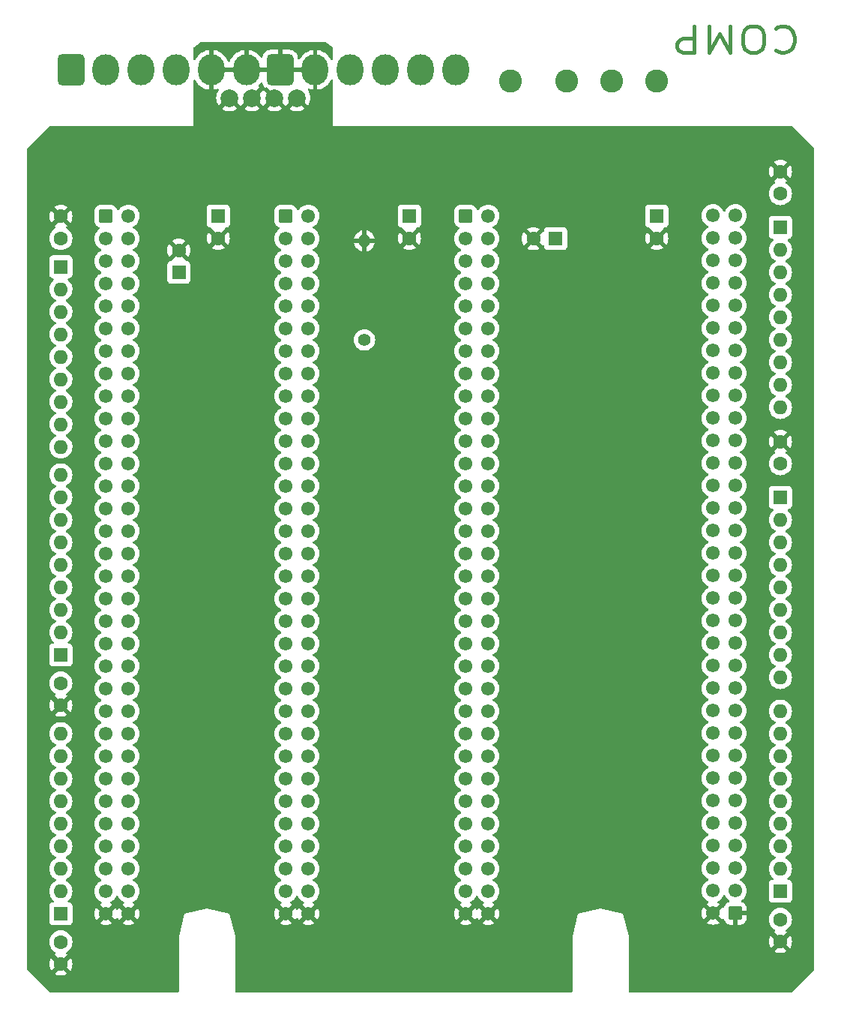
<source format=gbr>
%TF.GenerationSoftware,KiCad,Pcbnew,7.0.8+1*%
%TF.CreationDate,2023-11-05T23:31:33+01:00*%
%TF.ProjectId,QL_qplane,514c5f71-706c-4616-9e65-2e6b69636164,0.1*%
%TF.SameCoordinates,Original*%
%TF.FileFunction,Copper,L1,Top*%
%TF.FilePolarity,Positive*%
%FSLAX46Y46*%
G04 Gerber Fmt 4.6, Leading zero omitted, Abs format (unit mm)*
G04 Created by KiCad (PCBNEW 7.0.8+1) date 2023-11-05 23:31:33*
%MOMM*%
%LPD*%
G01*
G04 APERTURE LIST*
G04 Aperture macros list*
%AMRoundRect*
0 Rectangle with rounded corners*
0 $1 Rounding radius*
0 $2 $3 $4 $5 $6 $7 $8 $9 X,Y pos of 4 corners*
0 Add a 4 corners polygon primitive as box body*
4,1,4,$2,$3,$4,$5,$6,$7,$8,$9,$2,$3,0*
0 Add four circle primitives for the rounded corners*
1,1,$1+$1,$2,$3*
1,1,$1+$1,$4,$5*
1,1,$1+$1,$6,$7*
1,1,$1+$1,$8,$9*
0 Add four rect primitives between the rounded corners*
20,1,$1+$1,$2,$3,$4,$5,0*
20,1,$1+$1,$4,$5,$6,$7,0*
20,1,$1+$1,$6,$7,$8,$9,0*
20,1,$1+$1,$8,$9,$2,$3,0*%
G04 Aperture macros list end*
%ADD10C,0.400000*%
%TA.AperFunction,NonConductor*%
%ADD11C,0.400000*%
%TD*%
%TA.AperFunction,ComponentPad*%
%ADD12RoundRect,0.431034X-1.068966X-1.318966X1.068966X-1.318966X1.068966X1.318966X-1.068966X1.318966X0*%
%TD*%
%TA.AperFunction,ComponentPad*%
%ADD13O,3.000000X3.500000*%
%TD*%
%TA.AperFunction,ComponentPad*%
%ADD14R,1.600000X1.600000*%
%TD*%
%TA.AperFunction,ComponentPad*%
%ADD15O,1.600000X1.600000*%
%TD*%
%TA.AperFunction,ComponentPad*%
%ADD16C,2.600000*%
%TD*%
%TA.AperFunction,ComponentPad*%
%ADD17C,1.600000*%
%TD*%
%TA.AperFunction,ComponentPad*%
%ADD18RoundRect,0.249999X-0.525001X-0.525001X0.525001X-0.525001X0.525001X0.525001X-0.525001X0.525001X0*%
%TD*%
%TA.AperFunction,ComponentPad*%
%ADD19C,1.550000*%
%TD*%
%TA.AperFunction,ComponentPad*%
%ADD20RoundRect,0.249999X0.525001X0.525001X-0.525001X0.525001X-0.525001X-0.525001X0.525001X-0.525001X0*%
%TD*%
%TA.AperFunction,ComponentPad*%
%ADD21C,2.000000*%
%TD*%
%TA.AperFunction,ComponentPad*%
%ADD22C,1.400000*%
%TD*%
%TA.AperFunction,ComponentPad*%
%ADD23O,1.400000X1.400000*%
%TD*%
G04 APERTURE END LIST*
D10*
D11*
X158923509Y-41694657D02*
X159090176Y-41551800D01*
X159090176Y-41551800D02*
X159590176Y-41408942D01*
X159590176Y-41408942D02*
X159923509Y-41408942D01*
X159923509Y-41408942D02*
X160423509Y-41551800D01*
X160423509Y-41551800D02*
X160756843Y-41837514D01*
X160756843Y-41837514D02*
X160923509Y-42123228D01*
X160923509Y-42123228D02*
X161090176Y-42694657D01*
X161090176Y-42694657D02*
X161090176Y-43123228D01*
X161090176Y-43123228D02*
X160923509Y-43694657D01*
X160923509Y-43694657D02*
X160756843Y-43980371D01*
X160756843Y-43980371D02*
X160423509Y-44266085D01*
X160423509Y-44266085D02*
X159923509Y-44408942D01*
X159923509Y-44408942D02*
X159590176Y-44408942D01*
X159590176Y-44408942D02*
X159090176Y-44266085D01*
X159090176Y-44266085D02*
X158923509Y-44123228D01*
X156756843Y-44408942D02*
X156090176Y-44408942D01*
X156090176Y-44408942D02*
X155756843Y-44266085D01*
X155756843Y-44266085D02*
X155423509Y-43980371D01*
X155423509Y-43980371D02*
X155256843Y-43408942D01*
X155256843Y-43408942D02*
X155256843Y-42408942D01*
X155256843Y-42408942D02*
X155423509Y-41837514D01*
X155423509Y-41837514D02*
X155756843Y-41551800D01*
X155756843Y-41551800D02*
X156090176Y-41408942D01*
X156090176Y-41408942D02*
X156756843Y-41408942D01*
X156756843Y-41408942D02*
X157090176Y-41551800D01*
X157090176Y-41551800D02*
X157423509Y-41837514D01*
X157423509Y-41837514D02*
X157590176Y-42408942D01*
X157590176Y-42408942D02*
X157590176Y-43408942D01*
X157590176Y-43408942D02*
X157423509Y-43980371D01*
X157423509Y-43980371D02*
X157090176Y-44266085D01*
X157090176Y-44266085D02*
X156756843Y-44408942D01*
X153756842Y-41408942D02*
X153756842Y-44408942D01*
X153756842Y-44408942D02*
X152590176Y-42266085D01*
X152590176Y-42266085D02*
X151423509Y-44408942D01*
X151423509Y-44408942D02*
X151423509Y-41408942D01*
X149756842Y-41408942D02*
X149756842Y-44408942D01*
X149756842Y-44408942D02*
X148423509Y-44408942D01*
X148423509Y-44408942D02*
X148090176Y-44266085D01*
X148090176Y-44266085D02*
X147923509Y-44123228D01*
X147923509Y-44123228D02*
X147756842Y-43837514D01*
X147756842Y-43837514D02*
X147756842Y-43408942D01*
X147756842Y-43408942D02*
X147923509Y-43123228D01*
X147923509Y-43123228D02*
X148090176Y-42980371D01*
X148090176Y-42980371D02*
X148423509Y-42837514D01*
X148423509Y-42837514D02*
X149756842Y-42837514D01*
D12*
%TO.P,P8,1,Pin_1*%
%TO.N,/POWER_GOOD*%
X79343000Y-46355000D03*
D13*
%TO.P,P8,2,Pin_2*%
%TO.N,+5V*%
X83305400Y-46355000D03*
%TO.P,P8,3,Pin_3*%
%TO.N,+12V*%
X87267800Y-46355000D03*
%TO.P,P8,4,Pin_4*%
%TO.N,-12V*%
X91230200Y-46355000D03*
%TO.P,P8,5,Pin_5*%
%TO.N,GND*%
X95192600Y-46355000D03*
%TO.P,P8,6,Pin_6*%
X99155000Y-46355000D03*
%TD*%
D12*
%TO.P,P9,1,Pin_1*%
%TO.N,GND*%
X102965000Y-46355000D03*
D13*
%TO.P,P9,2,Pin_2*%
X106927400Y-46355000D03*
%TO.P,P9,3,Pin_3*%
%TO.N,-5V*%
X110889800Y-46355000D03*
%TO.P,P9,4,Pin_4*%
%TO.N,+5V*%
X114852200Y-46355000D03*
%TO.P,P9,5,Pin_5*%
X118814600Y-46355000D03*
%TO.P,P9,6,Pin_6*%
X122777000Y-46355000D03*
%TD*%
D14*
%TO.P,RN3,1,common*%
%TO.N,+5V*%
X78200000Y-141605000D03*
D15*
%TO.P,RN3,2,R1*%
%TO.N,/D2*%
X78200000Y-139065000D03*
%TO.P,RN3,3,R2*%
%TO.N,/D1*%
X78200000Y-136525000D03*
%TO.P,RN3,4,R3*%
%TO.N,/D0*%
X78200000Y-133985000D03*
%TO.P,RN3,5,R4*%
%TO.N,/AS*%
X78200000Y-131445000D03*
%TO.P,RN3,6,R5*%
%TO.N,/DS*%
X78200000Y-128905000D03*
%TO.P,RN3,7,R6*%
%TO.N,/RW*%
X78200000Y-126365000D03*
%TO.P,RN3,8,R7*%
%TO.N,/DTACK*%
X78200000Y-123825000D03*
%TO.P,RN3,9,R8*%
%TO.N,/CLKCPU*%
X78200000Y-121285000D03*
%TD*%
D16*
%TO.P,J6,1,Pin_1*%
%TO.N,+9V*%
X140430000Y-47625000D03*
%TD*%
D14*
%TO.P,C8,1*%
%TO.N,+9V*%
X145510000Y-62865000D03*
D17*
%TO.P,C8,2*%
%TO.N,GND*%
X145510000Y-65365000D03*
%TD*%
D14*
%TO.P,RN4,1,common*%
%TO.N,+5V*%
X159480000Y-64135000D03*
D15*
%TO.P,RN4,2,R1*%
%TO.N,/EXTINT*%
X159480000Y-66675000D03*
%TO.P,RN4,3,R2*%
%TO.N,/IPL1*%
X159480000Y-69215000D03*
%TO.P,RN4,4,R3*%
%TO.N,/BERR*%
X159480000Y-71755000D03*
%TO.P,RN4,5,R4*%
%TO.N,/DBG*%
X159480000Y-74295000D03*
%TO.P,RN4,6,R5*%
%TO.N,/A3*%
X159480000Y-76835000D03*
%TO.P,RN4,7,R6*%
%TO.N,/A4*%
X159480000Y-79375000D03*
%TO.P,RN4,8,R7*%
%TO.N,/A5*%
X159480000Y-81915000D03*
%TO.P,RN4,9,R8*%
%TO.N,/A6*%
X159480000Y-84455000D03*
%TD*%
D17*
%TO.P,C10,1*%
%TO.N,GND*%
X78200000Y-118070000D03*
%TO.P,C10,2*%
%TO.N,+5V*%
X78200000Y-115570000D03*
%TD*%
D16*
%TO.P,J8,1,Pin_1*%
%TO.N,unconnected-(J8-Pin_1-Pad1)*%
X135350000Y-47625000D03*
%TD*%
D18*
%TO.P,J1,a1,Vin*%
%TO.N,+9V*%
X83280000Y-62865000D03*
D19*
%TO.P,J1,a2,-12V*%
%TO.N,-12V*%
X83280000Y-65405000D03*
%TO.P,J1,a3,+12V*%
%TO.N,+12V*%
X83280000Y-67945000D03*
%TO.P,J1,a4,SP0*%
%TO.N,/SP0*%
X83280000Y-70485000D03*
%TO.P,J1,a5,SP1*%
%TO.N,/SP1*%
X83280000Y-73025000D03*
%TO.P,J1,a6,~{DSMC}*%
%TO.N,/DSMC*%
X83280000Y-75565000D03*
%TO.P,J1,a7,SP2*%
%TO.N,/SP2*%
X83280000Y-78105000D03*
%TO.P,J1,a8,~{DBG}*%
%TO.N,/DBG*%
X83280000Y-80645000D03*
%TO.P,J1,a9,A3*%
%TO.N,/A3*%
X83280000Y-83185000D03*
%TO.P,J1,a10,A4*%
%TO.N,/A4*%
X83280000Y-85725000D03*
%TO.P,J1,a11,A5*%
%TO.N,/A5*%
X83280000Y-88265000D03*
%TO.P,J1,a12,A6*%
%TO.N,/A6*%
X83280000Y-90805000D03*
%TO.P,J1,a13,A7*%
%TO.N,/A7*%
X83280000Y-93345000D03*
%TO.P,J1,a14,A8*%
%TO.N,/A8*%
X83280000Y-95885000D03*
%TO.P,J1,a15,A9*%
%TO.N,/A9*%
X83280000Y-98425000D03*
%TO.P,J1,a16,A10*%
%TO.N,/A10*%
X83280000Y-100965000D03*
%TO.P,J1,a17,A11*%
%TO.N,/A11*%
X83280000Y-103505000D03*
%TO.P,J1,a18,A12*%
%TO.N,/A12*%
X83280000Y-106045000D03*
%TO.P,J1,a19,A13*%
%TO.N,/A13*%
X83280000Y-108585000D03*
%TO.P,J1,a20,A14*%
%TO.N,/A14*%
X83280000Y-111125000D03*
%TO.P,J1,a21,RED*%
%TO.N,/RED*%
X83280000Y-113665000D03*
%TO.P,J1,a22,CLKCPU*%
%TO.N,/CLKCPU*%
X83280000Y-116205000D03*
%TO.P,J1,a23,A16*%
%TO.N,/A16*%
X83280000Y-118745000D03*
%TO.P,J1,a24,A17*%
%TO.N,/A17*%
X83280000Y-121285000D03*
%TO.P,J1,a25,A18*%
%TO.N,/A18*%
X83280000Y-123825000D03*
%TO.P,J1,a26,A19*%
%TO.N,/A19*%
X83280000Y-126365000D03*
%TO.P,J1,a27,D7*%
%TO.N,/D7*%
X83280000Y-128905000D03*
%TO.P,J1,a28,D6*%
%TO.N,/D6*%
X83280000Y-131445000D03*
%TO.P,J1,a29,D5*%
%TO.N,/D5*%
X83280000Y-133985000D03*
%TO.P,J1,a30,D4*%
%TO.N,/D4*%
X83280000Y-136525000D03*
%TO.P,J1,a31,D3*%
%TO.N,/D3*%
X83280000Y-139065000D03*
%TO.P,J1,a32,GND*%
%TO.N,GND*%
X83280000Y-141605000D03*
%TO.P,J1,b1,Vin*%
%TO.N,+9V*%
X85820000Y-62865000D03*
%TO.P,J1,b2,Vin*%
X85820000Y-65405000D03*
%TO.P,J1,b3,~{EXTINT}*%
%TO.N,/EXTINT*%
X85820000Y-67945000D03*
%TO.P,J1,b4,~{IPL1}*%
%TO.N,/IPL1*%
X85820000Y-70485000D03*
%TO.P,J1,b5,~{BERR}*%
%TO.N,/BERR*%
X85820000Y-73025000D03*
%TO.P,J1,b6,~{IPLO}*%
%TO.N,/IPL0*%
X85820000Y-75565000D03*
%TO.P,J1,b7,SP3*%
%TO.N,/SP3*%
X85820000Y-78105000D03*
%TO.P,J1,b8,A2*%
%TO.N,/A2*%
X85820000Y-80645000D03*
%TO.P,J1,b9,G9*%
%TO.N,/A1*%
X85820000Y-83185000D03*
%TO.P,J1,b10,ROMOEH*%
%TO.N,/ROMOE*%
X85820000Y-85725000D03*
%TO.P,J1,b11,A0*%
%TO.N,/A0*%
X85820000Y-88265000D03*
%TO.P,J1,b12,FC0*%
%TO.N,/FC0*%
X85820000Y-90805000D03*
%TO.P,J1,b13,FC1*%
%TO.N,/FC1*%
X85820000Y-93345000D03*
%TO.P,J1,b14,FC2*%
%TO.N,/FC2*%
X85820000Y-95885000D03*
%TO.P,J1,b15,BLUE*%
%TO.N,/BLUE*%
X85820000Y-98425000D03*
%TO.P,J1,b16,GREEN*%
%TO.N,/GREEN*%
X85820000Y-100965000D03*
%TO.P,J1,b17,~{VPA}*%
%TO.N,/VPA*%
X85820000Y-103505000D03*
%TO.P,J1,b18,VSYNCH*%
%TO.N,/VSYNC*%
X85820000Y-106045000D03*
%TO.P,J1,b19,E*%
%TO.N,/E*%
X85820000Y-108585000D03*
%TO.P,J1,b20,~{CSYNC}*%
%TO.N,/CSYNC*%
X85820000Y-111125000D03*
%TO.P,J1,b21,~{RESETCPU}*%
%TO.N,/RESET*%
X85820000Y-113665000D03*
%TO.P,J1,b22,A15*%
%TO.N,/A15*%
X85820000Y-116205000D03*
%TO.P,J1,b23,~{BR}*%
%TO.N,/BR*%
X85820000Y-118745000D03*
%TO.P,J1,b24,~{BG}*%
%TO.N,/BG*%
X85820000Y-121285000D03*
%TO.P,J1,b25,~{DTACK}*%
%TO.N,/DTACK*%
X85820000Y-123825000D03*
%TO.P,J1,b26,~{DRW}*%
%TO.N,/RW*%
X85820000Y-126365000D03*
%TO.P,J1,b27,~{DS}*%
%TO.N,/DS*%
X85820000Y-128905000D03*
%TO.P,J1,b28,~{AS}*%
%TO.N,/AS*%
X85820000Y-131445000D03*
%TO.P,J1,b29,D0*%
%TO.N,/D0*%
X85820000Y-133985000D03*
%TO.P,J1,b30,D1*%
%TO.N,/D1*%
X85820000Y-136525000D03*
%TO.P,J1,b31,D2*%
%TO.N,/D2*%
X85820000Y-139065000D03*
%TO.P,J1,b32,GND*%
%TO.N,GND*%
X85820000Y-141605000D03*
%TD*%
D16*
%TO.P,J5,1,Pin_1*%
%TO.N,+5V*%
X129000000Y-47625000D03*
%TD*%
D17*
%TO.P,C7,1*%
%TO.N,+5V*%
X159480000Y-142240000D03*
%TO.P,C7,2*%
%TO.N,GND*%
X159480000Y-144740000D03*
%TD*%
%TO.P,C9,1*%
%TO.N,GND*%
X78200000Y-62885000D03*
%TO.P,C9,2*%
%TO.N,+5V*%
X78200000Y-65385000D03*
%TD*%
D20*
%TO.P,J4,a1,Vin*%
%TO.N,GND*%
X154400000Y-141554200D03*
D19*
%TO.P,J4,a2,-12V*%
%TO.N,/D3*%
X154400000Y-139014200D03*
%TO.P,J4,a3,+12V*%
%TO.N,/D4*%
X154400000Y-136474200D03*
%TO.P,J4,a4,SP0*%
%TO.N,/D5*%
X154400000Y-133934200D03*
%TO.P,J4,a5,SP1*%
%TO.N,/D6*%
X154400000Y-131394200D03*
%TO.P,J4,a6,~{DSMC}*%
%TO.N,/D7*%
X154400000Y-128854200D03*
%TO.P,J4,a7,SP2*%
%TO.N,/A19*%
X154400000Y-126314200D03*
%TO.P,J4,a8,~{DBG}*%
%TO.N,/A18*%
X154400000Y-123774200D03*
%TO.P,J4,a9,A3*%
%TO.N,/A17*%
X154400000Y-121234200D03*
%TO.P,J4,a10,A4*%
%TO.N,/A16*%
X154400000Y-118694200D03*
%TO.P,J4,a11,A5*%
%TO.N,/CLKCPU*%
X154400000Y-116154200D03*
%TO.P,J4,a12,A6*%
%TO.N,/RED*%
X154400000Y-113614200D03*
%TO.P,J4,a13,A7*%
%TO.N,/A14*%
X154400000Y-111074200D03*
%TO.P,J4,a14,A8*%
%TO.N,/A13*%
X154400000Y-108534200D03*
%TO.P,J4,a15,A9*%
%TO.N,/A12*%
X154400000Y-105994200D03*
%TO.P,J4,a16,A10*%
%TO.N,/A11*%
X154400000Y-103454200D03*
%TO.P,J4,a17,A11*%
%TO.N,/A10*%
X154400000Y-100914200D03*
%TO.P,J4,a18,A12*%
%TO.N,/A9*%
X154400000Y-98374200D03*
%TO.P,J4,a19,A13*%
%TO.N,/A8*%
X154400000Y-95834200D03*
%TO.P,J4,a20,A14*%
%TO.N,/A7*%
X154400000Y-93294200D03*
%TO.P,J4,a21,RED*%
%TO.N,/A6*%
X154400000Y-90754200D03*
%TO.P,J4,a22,CLKCPU*%
%TO.N,/A5*%
X154400000Y-88214200D03*
%TO.P,J4,a23,A16*%
%TO.N,/A4*%
X154400000Y-85674200D03*
%TO.P,J4,a24,A17*%
%TO.N,/A3*%
X154400000Y-83134200D03*
%TO.P,J4,a25,A18*%
%TO.N,/DBG*%
X154400000Y-80594200D03*
%TO.P,J4,a26,A19*%
%TO.N,/SP2*%
X154400000Y-78054200D03*
%TO.P,J4,a27,D7*%
%TO.N,/DSMC*%
X154400000Y-75514200D03*
%TO.P,J4,a28,D6*%
%TO.N,/SP1*%
X154400000Y-72974200D03*
%TO.P,J4,a29,D5*%
%TO.N,/SP0*%
X154400000Y-70434200D03*
%TO.P,J4,a30,D4*%
%TO.N,+12V*%
X154400000Y-67894200D03*
%TO.P,J4,a31,D3*%
%TO.N,-12V*%
X154400000Y-65354200D03*
%TO.P,J4,a32,GND*%
%TO.N,+9V*%
X154400000Y-62814200D03*
%TO.P,J4,b1,Vin*%
%TO.N,GND*%
X151860000Y-141554200D03*
%TO.P,J4,b2,Vin*%
%TO.N,/D2*%
X151860000Y-139014200D03*
%TO.P,J4,b3,~{EXTINT}*%
%TO.N,/D1*%
X151860000Y-136474200D03*
%TO.P,J4,b4,~{IPL1}*%
%TO.N,/D0*%
X151860000Y-133934200D03*
%TO.P,J4,b5,~{BERR}*%
%TO.N,/AS*%
X151860000Y-131394200D03*
%TO.P,J4,b6,~{IPLO}*%
%TO.N,/DS*%
X151860000Y-128854200D03*
%TO.P,J4,b7,SP3*%
%TO.N,/RW*%
X151860000Y-126314200D03*
%TO.P,J4,b8,A2*%
%TO.N,/DTACK*%
X151860000Y-123774200D03*
%TO.P,J4,b9,G9*%
%TO.N,/BG*%
X151860000Y-121234200D03*
%TO.P,J4,b10,ROMOEH*%
%TO.N,/BR*%
X151860000Y-118694200D03*
%TO.P,J4,b11,A0*%
%TO.N,/A15*%
X151860000Y-116154200D03*
%TO.P,J4,b12,FC0*%
%TO.N,/RESET*%
X151860000Y-113614200D03*
%TO.P,J4,b13,FC1*%
%TO.N,/CSYNC*%
X151860000Y-111074200D03*
%TO.P,J4,b14,FC2*%
%TO.N,/E*%
X151860000Y-108534200D03*
%TO.P,J4,b15,BLUE*%
%TO.N,/VSYNC*%
X151860000Y-105994200D03*
%TO.P,J4,b16,GREEN*%
%TO.N,/VPA*%
X151860000Y-103454200D03*
%TO.P,J4,b17,~{VPA}*%
%TO.N,/GREEN*%
X151860000Y-100914200D03*
%TO.P,J4,b18,VSYNCH*%
%TO.N,/BLUE*%
X151860000Y-98374200D03*
%TO.P,J4,b19,E*%
%TO.N,/FC2*%
X151860000Y-95834200D03*
%TO.P,J4,b20,~{CSYNC}*%
%TO.N,/FC1*%
X151860000Y-93294200D03*
%TO.P,J4,b21,~{RESETCPU}*%
%TO.N,/FC0*%
X151860000Y-90754200D03*
%TO.P,J4,b22,A15*%
%TO.N,/A0*%
X151860000Y-88214200D03*
%TO.P,J4,b23,~{BR}*%
%TO.N,/ROMOE*%
X151860000Y-85674200D03*
%TO.P,J4,b24,~{BG}*%
%TO.N,/A1*%
X151860000Y-83134200D03*
%TO.P,J4,b25,~{DTACK}*%
%TO.N,/A2*%
X151860000Y-80594200D03*
%TO.P,J4,b26,~{DRW}*%
%TO.N,/SP3*%
X151860000Y-78054200D03*
%TO.P,J4,b27,~{DS}*%
%TO.N,/IPL0*%
X151860000Y-75514200D03*
%TO.P,J4,b28,~{AS}*%
%TO.N,/BERR*%
X151860000Y-72974200D03*
%TO.P,J4,b29,D0*%
%TO.N,/IPL1*%
X151860000Y-70434200D03*
%TO.P,J4,b30,D1*%
%TO.N,/EXTINT*%
X151860000Y-67894200D03*
%TO.P,J4,b31,D2*%
%TO.N,+9V*%
X151860000Y-65354200D03*
%TO.P,J4,b32,GND*%
X151860000Y-62814200D03*
%TD*%
D14*
%TO.P,RN2,1,common*%
%TO.N,+5V*%
X78200000Y-112395000D03*
D15*
%TO.P,RN2,2,R1*%
%TO.N,/A15*%
X78200000Y-109855000D03*
%TO.P,RN2,3,R2*%
%TO.N,/RED*%
X78200000Y-107315000D03*
%TO.P,RN2,4,R3*%
%TO.N,/RESET*%
X78200000Y-104775000D03*
%TO.P,RN2,5,R4*%
%TO.N,/CSYNC*%
X78200000Y-102235000D03*
%TO.P,RN2,6,R5*%
%TO.N,/VSYNC*%
X78200000Y-99695000D03*
%TO.P,RN2,7,R6*%
%TO.N,/VPA*%
X78200000Y-97155000D03*
%TO.P,RN2,8,R7*%
%TO.N,/GREEN*%
X78200000Y-94615000D03*
%TO.P,RN2,9,R8*%
%TO.N,/BLUE*%
X78200000Y-92075000D03*
%TD*%
D14*
%TO.P,RN1,1,common*%
%TO.N,+5V*%
X78200000Y-68580000D03*
D15*
%TO.P,RN1,2,R1*%
%TO.N,/IPL0*%
X78200000Y-71120000D03*
%TO.P,RN1,3,R2*%
%TO.N,/A2*%
X78200000Y-73660000D03*
%TO.P,RN1,4,R3*%
%TO.N,/A1*%
X78200000Y-76200000D03*
%TO.P,RN1,5,R4*%
%TO.N,/A0*%
X78200000Y-78740000D03*
%TO.P,RN1,6,R5*%
%TO.N,/FC0*%
X78200000Y-81280000D03*
%TO.P,RN1,7,R6*%
%TO.N,/FC1*%
X78200000Y-83820000D03*
%TO.P,RN1,8,R7*%
%TO.N,/A7*%
X78200000Y-86360000D03*
%TO.P,RN1,9,R8*%
%TO.N,/FC2*%
X78200000Y-88900000D03*
%TD*%
D18*
%TO.P,J3,a1,Vin*%
%TO.N,+9V*%
X123920000Y-62865000D03*
D19*
%TO.P,J3,a2,-12V*%
%TO.N,-12V*%
X123920000Y-65405000D03*
%TO.P,J3,a3,+12V*%
%TO.N,+12V*%
X123920000Y-67945000D03*
%TO.P,J3,a4,SP0*%
%TO.N,/SP0*%
X123920000Y-70485000D03*
%TO.P,J3,a5,SP1*%
%TO.N,/SP1*%
X123920000Y-73025000D03*
%TO.P,J3,a6,~{DSMC}*%
%TO.N,/DSMC*%
X123920000Y-75565000D03*
%TO.P,J3,a7,SP2*%
%TO.N,/SP2*%
X123920000Y-78105000D03*
%TO.P,J3,a8,~{DBG}*%
%TO.N,/DBG*%
X123920000Y-80645000D03*
%TO.P,J3,a9,A3*%
%TO.N,/A3*%
X123920000Y-83185000D03*
%TO.P,J3,a10,A4*%
%TO.N,/A4*%
X123920000Y-85725000D03*
%TO.P,J3,a11,A5*%
%TO.N,/A5*%
X123920000Y-88265000D03*
%TO.P,J3,a12,A6*%
%TO.N,/A6*%
X123920000Y-90805000D03*
%TO.P,J3,a13,A7*%
%TO.N,/A7*%
X123920000Y-93345000D03*
%TO.P,J3,a14,A8*%
%TO.N,/A8*%
X123920000Y-95885000D03*
%TO.P,J3,a15,A9*%
%TO.N,/A9*%
X123920000Y-98425000D03*
%TO.P,J3,a16,A10*%
%TO.N,/A10*%
X123920000Y-100965000D03*
%TO.P,J3,a17,A11*%
%TO.N,/A11*%
X123920000Y-103505000D03*
%TO.P,J3,a18,A12*%
%TO.N,/A12*%
X123920000Y-106045000D03*
%TO.P,J3,a19,A13*%
%TO.N,/A13*%
X123920000Y-108585000D03*
%TO.P,J3,a20,A14*%
%TO.N,/A14*%
X123920000Y-111125000D03*
%TO.P,J3,a21,RED*%
%TO.N,/RED*%
X123920000Y-113665000D03*
%TO.P,J3,a22,CLKCPU*%
%TO.N,/CLKCPU*%
X123920000Y-116205000D03*
%TO.P,J3,a23,A16*%
%TO.N,/A16*%
X123920000Y-118745000D03*
%TO.P,J3,a24,A17*%
%TO.N,/A17*%
X123920000Y-121285000D03*
%TO.P,J3,a25,A18*%
%TO.N,/A18*%
X123920000Y-123825000D03*
%TO.P,J3,a26,A19*%
%TO.N,/A19*%
X123920000Y-126365000D03*
%TO.P,J3,a27,D7*%
%TO.N,/D7*%
X123920000Y-128905000D03*
%TO.P,J3,a28,D6*%
%TO.N,/D6*%
X123920000Y-131445000D03*
%TO.P,J3,a29,D5*%
%TO.N,/D5*%
X123920000Y-133985000D03*
%TO.P,J3,a30,D4*%
%TO.N,/D4*%
X123920000Y-136525000D03*
%TO.P,J3,a31,D3*%
%TO.N,/D3*%
X123920000Y-139065000D03*
%TO.P,J3,a32,GND*%
%TO.N,GND*%
X123920000Y-141605000D03*
%TO.P,J3,b1,Vin*%
%TO.N,+9V*%
X126460000Y-62865000D03*
%TO.P,J3,b2,Vin*%
X126460000Y-65405000D03*
%TO.P,J3,b3,~{EXTINT}*%
%TO.N,/EXTINT*%
X126460000Y-67945000D03*
%TO.P,J3,b4,~{IPL1}*%
%TO.N,/IPL1*%
X126460000Y-70485000D03*
%TO.P,J3,b5,~{BERR}*%
%TO.N,/BERR*%
X126460000Y-73025000D03*
%TO.P,J3,b6,~{IPLO}*%
%TO.N,/IPL0*%
X126460000Y-75565000D03*
%TO.P,J3,b7,SP3*%
%TO.N,/SP3*%
X126460000Y-78105000D03*
%TO.P,J3,b8,A2*%
%TO.N,/A2*%
X126460000Y-80645000D03*
%TO.P,J3,b9,G9*%
%TO.N,/A1*%
X126460000Y-83185000D03*
%TO.P,J3,b10,ROMOEH*%
%TO.N,/ROMOE*%
X126460000Y-85725000D03*
%TO.P,J3,b11,A0*%
%TO.N,/A0*%
X126460000Y-88265000D03*
%TO.P,J3,b12,FC0*%
%TO.N,/FC0*%
X126460000Y-90805000D03*
%TO.P,J3,b13,FC1*%
%TO.N,/FC1*%
X126460000Y-93345000D03*
%TO.P,J3,b14,FC2*%
%TO.N,/FC2*%
X126460000Y-95885000D03*
%TO.P,J3,b15,BLUE*%
%TO.N,/BLUE*%
X126460000Y-98425000D03*
%TO.P,J3,b16,GREEN*%
%TO.N,/GREEN*%
X126460000Y-100965000D03*
%TO.P,J3,b17,~{VPA}*%
%TO.N,/VPA*%
X126460000Y-103505000D03*
%TO.P,J3,b18,VSYNCH*%
%TO.N,/VSYNC*%
X126460000Y-106045000D03*
%TO.P,J3,b19,E*%
%TO.N,/E*%
X126460000Y-108585000D03*
%TO.P,J3,b20,~{CSYNC}*%
%TO.N,/CSYNC*%
X126460000Y-111125000D03*
%TO.P,J3,b21,~{RESETCPU}*%
%TO.N,/RESET*%
X126460000Y-113665000D03*
%TO.P,J3,b22,A15*%
%TO.N,/A15*%
X126460000Y-116205000D03*
%TO.P,J3,b23,~{BR}*%
%TO.N,/BR*%
X126460000Y-118745000D03*
%TO.P,J3,b24,~{BG}*%
%TO.N,/BG*%
X126460000Y-121285000D03*
%TO.P,J3,b25,~{DTACK}*%
%TO.N,/DTACK*%
X126460000Y-123825000D03*
%TO.P,J3,b26,~{DRW}*%
%TO.N,/RW*%
X126460000Y-126365000D03*
%TO.P,J3,b27,~{DS}*%
%TO.N,/DS*%
X126460000Y-128905000D03*
%TO.P,J3,b28,~{AS}*%
%TO.N,/AS*%
X126460000Y-131445000D03*
%TO.P,J3,b29,D0*%
%TO.N,/D0*%
X126460000Y-133985000D03*
%TO.P,J3,b30,D1*%
%TO.N,/D1*%
X126460000Y-136525000D03*
%TO.P,J3,b31,D2*%
%TO.N,/D2*%
X126460000Y-139065000D03*
%TO.P,J3,b32,GND*%
%TO.N,GND*%
X126460000Y-141605000D03*
%TD*%
D14*
%TO.P,C3,1*%
%TO.N,+9V*%
X95980000Y-62865000D03*
D17*
%TO.P,C3,2*%
%TO.N,GND*%
X95980000Y-65365000D03*
%TD*%
D21*
%TO.P,J10,1,Pin_1*%
%TO.N,GND*%
X99790000Y-49530000D03*
%TD*%
D14*
%TO.P,RN6,1,common*%
%TO.N,+5V*%
X159480000Y-139065000D03*
D15*
%TO.P,RN6,2,R1*%
%TO.N,/D3*%
X159480000Y-136525000D03*
%TO.P,RN6,3,R2*%
%TO.N,/D4*%
X159480000Y-133985000D03*
%TO.P,RN6,4,R3*%
%TO.N,/D5*%
X159480000Y-131445000D03*
%TO.P,RN6,5,R4*%
%TO.N,/D6*%
X159480000Y-128905000D03*
%TO.P,RN6,6,R5*%
%TO.N,/D7*%
X159480000Y-126365000D03*
%TO.P,RN6,7,R6*%
%TO.N,/A19*%
X159480000Y-123825000D03*
%TO.P,RN6,8,R7*%
%TO.N,/A18*%
X159480000Y-121285000D03*
%TO.P,RN6,9,R8*%
%TO.N,/A17*%
X159480000Y-118745000D03*
%TD*%
D17*
%TO.P,C11,1*%
%TO.N,+5V*%
X78200000Y-144780000D03*
%TO.P,C11,2*%
%TO.N,GND*%
X78200000Y-147280000D03*
%TD*%
D22*
%TO.P,R1,1*%
%TO.N,/DSMC*%
X112490000Y-76835000D03*
D23*
%TO.P,R1,2*%
%TO.N,GND*%
X112490000Y-65659000D03*
%TD*%
D14*
%TO.P,RN5,1,common*%
%TO.N,+5V*%
X159480000Y-94615000D03*
D15*
%TO.P,RN5,2,R1*%
%TO.N,/A8*%
X159480000Y-97155000D03*
%TO.P,RN5,3,R2*%
%TO.N,/A9*%
X159480000Y-99695000D03*
%TO.P,RN5,4,R3*%
%TO.N,/A10*%
X159480000Y-102235000D03*
%TO.P,RN5,5,R4*%
%TO.N,/A11*%
X159480000Y-104775000D03*
%TO.P,RN5,6,R5*%
%TO.N,/A12*%
X159480000Y-107315000D03*
%TO.P,RN5,7,R6*%
%TO.N,/A13*%
X159480000Y-109855000D03*
%TO.P,RN5,8,R7*%
%TO.N,/A14*%
X159480000Y-112395000D03*
%TO.P,RN5,9,R8*%
%TO.N,/A16*%
X159480000Y-114935000D03*
%TD*%
D21*
%TO.P,J11,1,Pin_1*%
%TO.N,GND*%
X102330000Y-49530000D03*
%TD*%
%TO.P,J9,1,Pin_1*%
%TO.N,GND*%
X97250000Y-49530000D03*
%TD*%
D14*
%TO.P,C4,1*%
%TO.N,+9V*%
X117570000Y-62865000D03*
D17*
%TO.P,C4,2*%
%TO.N,GND*%
X117570000Y-65365000D03*
%TD*%
D18*
%TO.P,J2,a1,Vin*%
%TO.N,+9V*%
X103600000Y-62865000D03*
D19*
%TO.P,J2,a2,-12V*%
%TO.N,-12V*%
X103600000Y-65405000D03*
%TO.P,J2,a3,+12V*%
%TO.N,+12V*%
X103600000Y-67945000D03*
%TO.P,J2,a4,SP0*%
%TO.N,/SP0*%
X103600000Y-70485000D03*
%TO.P,J2,a5,SP1*%
%TO.N,/SP1*%
X103600000Y-73025000D03*
%TO.P,J2,a6,~{DSMC}*%
%TO.N,/DSMC*%
X103600000Y-75565000D03*
%TO.P,J2,a7,SP2*%
%TO.N,/SP2*%
X103600000Y-78105000D03*
%TO.P,J2,a8,~{DBG}*%
%TO.N,/DBG*%
X103600000Y-80645000D03*
%TO.P,J2,a9,A3*%
%TO.N,/A3*%
X103600000Y-83185000D03*
%TO.P,J2,a10,A4*%
%TO.N,/A4*%
X103600000Y-85725000D03*
%TO.P,J2,a11,A5*%
%TO.N,/A5*%
X103600000Y-88265000D03*
%TO.P,J2,a12,A6*%
%TO.N,/A6*%
X103600000Y-90805000D03*
%TO.P,J2,a13,A7*%
%TO.N,/A7*%
X103600000Y-93345000D03*
%TO.P,J2,a14,A8*%
%TO.N,/A8*%
X103600000Y-95885000D03*
%TO.P,J2,a15,A9*%
%TO.N,/A9*%
X103600000Y-98425000D03*
%TO.P,J2,a16,A10*%
%TO.N,/A10*%
X103600000Y-100965000D03*
%TO.P,J2,a17,A11*%
%TO.N,/A11*%
X103600000Y-103505000D03*
%TO.P,J2,a18,A12*%
%TO.N,/A12*%
X103600000Y-106045000D03*
%TO.P,J2,a19,A13*%
%TO.N,/A13*%
X103600000Y-108585000D03*
%TO.P,J2,a20,A14*%
%TO.N,/A14*%
X103600000Y-111125000D03*
%TO.P,J2,a21,RED*%
%TO.N,/RED*%
X103600000Y-113665000D03*
%TO.P,J2,a22,CLKCPU*%
%TO.N,/CLKCPU*%
X103600000Y-116205000D03*
%TO.P,J2,a23,A16*%
%TO.N,/A16*%
X103600000Y-118745000D03*
%TO.P,J2,a24,A17*%
%TO.N,/A17*%
X103600000Y-121285000D03*
%TO.P,J2,a25,A18*%
%TO.N,/A18*%
X103600000Y-123825000D03*
%TO.P,J2,a26,A19*%
%TO.N,/A19*%
X103600000Y-126365000D03*
%TO.P,J2,a27,D7*%
%TO.N,/D7*%
X103600000Y-128905000D03*
%TO.P,J2,a28,D6*%
%TO.N,/D6*%
X103600000Y-131445000D03*
%TO.P,J2,a29,D5*%
%TO.N,/D5*%
X103600000Y-133985000D03*
%TO.P,J2,a30,D4*%
%TO.N,/D4*%
X103600000Y-136525000D03*
%TO.P,J2,a31,D3*%
%TO.N,/D3*%
X103600000Y-139065000D03*
%TO.P,J2,a32,GND*%
%TO.N,GND*%
X103600000Y-141605000D03*
%TO.P,J2,b1,Vin*%
%TO.N,+9V*%
X106140000Y-62865000D03*
%TO.P,J2,b2,Vin*%
X106140000Y-65405000D03*
%TO.P,J2,b3,~{EXTINT}*%
%TO.N,/EXTINT*%
X106140000Y-67945000D03*
%TO.P,J2,b4,~{IPL1}*%
%TO.N,/IPL1*%
X106140000Y-70485000D03*
%TO.P,J2,b5,~{BERR}*%
%TO.N,/BERR*%
X106140000Y-73025000D03*
%TO.P,J2,b6,~{IPLO}*%
%TO.N,/IPL0*%
X106140000Y-75565000D03*
%TO.P,J2,b7,SP3*%
%TO.N,/SP3*%
X106140000Y-78105000D03*
%TO.P,J2,b8,A2*%
%TO.N,/A2*%
X106140000Y-80645000D03*
%TO.P,J2,b9,G9*%
%TO.N,/A1*%
X106140000Y-83185000D03*
%TO.P,J2,b10,ROMOEH*%
%TO.N,/ROMOE*%
X106140000Y-85725000D03*
%TO.P,J2,b11,A0*%
%TO.N,/A0*%
X106140000Y-88265000D03*
%TO.P,J2,b12,FC0*%
%TO.N,/FC0*%
X106140000Y-90805000D03*
%TO.P,J2,b13,FC1*%
%TO.N,/FC1*%
X106140000Y-93345000D03*
%TO.P,J2,b14,FC2*%
%TO.N,/FC2*%
X106140000Y-95885000D03*
%TO.P,J2,b15,BLUE*%
%TO.N,/BLUE*%
X106140000Y-98425000D03*
%TO.P,J2,b16,GREEN*%
%TO.N,/GREEN*%
X106140000Y-100965000D03*
%TO.P,J2,b17,~{VPA}*%
%TO.N,/VPA*%
X106140000Y-103505000D03*
%TO.P,J2,b18,VSYNCH*%
%TO.N,/VSYNC*%
X106140000Y-106045000D03*
%TO.P,J2,b19,E*%
%TO.N,/E*%
X106140000Y-108585000D03*
%TO.P,J2,b20,~{CSYNC}*%
%TO.N,/CSYNC*%
X106140000Y-111125000D03*
%TO.P,J2,b21,~{RESETCPU}*%
%TO.N,/RESET*%
X106140000Y-113665000D03*
%TO.P,J2,b22,A15*%
%TO.N,/A15*%
X106140000Y-116205000D03*
%TO.P,J2,b23,~{BR}*%
%TO.N,/BR*%
X106140000Y-118745000D03*
%TO.P,J2,b24,~{BG}*%
%TO.N,/BG*%
X106140000Y-121285000D03*
%TO.P,J2,b25,~{DTACK}*%
%TO.N,/DTACK*%
X106140000Y-123825000D03*
%TO.P,J2,b26,~{DRW}*%
%TO.N,/RW*%
X106140000Y-126365000D03*
%TO.P,J2,b27,~{DS}*%
%TO.N,/DS*%
X106140000Y-128905000D03*
%TO.P,J2,b28,~{AS}*%
%TO.N,/AS*%
X106140000Y-131445000D03*
%TO.P,J2,b29,D0*%
%TO.N,/D0*%
X106140000Y-133985000D03*
%TO.P,J2,b30,D1*%
%TO.N,/D1*%
X106140000Y-136525000D03*
%TO.P,J2,b31,D2*%
%TO.N,/D2*%
X106140000Y-139065000D03*
%TO.P,J2,b32,GND*%
%TO.N,GND*%
X106140000Y-141605000D03*
%TD*%
D14*
%TO.P,C2,1*%
%TO.N,-12V*%
X134080000Y-65405000D03*
D17*
%TO.P,C2,2*%
%TO.N,GND*%
X131580000Y-65405000D03*
%TD*%
D16*
%TO.P,J7,1,Pin_1*%
%TO.N,+12V*%
X145510000Y-47625000D03*
%TD*%
D17*
%TO.P,C6,1*%
%TO.N,+5V*%
X159480000Y-90805000D03*
%TO.P,C6,2*%
%TO.N,GND*%
X159480000Y-88305000D03*
%TD*%
D14*
%TO.P,C1,1*%
%TO.N,+12V*%
X91535000Y-69215000D03*
D17*
%TO.P,C1,2*%
%TO.N,GND*%
X91535000Y-66715000D03*
%TD*%
D21*
%TO.P,J12,1,Pin_1*%
%TO.N,GND*%
X104870000Y-49530000D03*
%TD*%
D17*
%TO.P,C5,1*%
%TO.N,+5V*%
X159480000Y-60325000D03*
%TO.P,C5,2*%
%TO.N,GND*%
X159480000Y-57825000D03*
%TD*%
%TA.AperFunction,Conductor*%
%TO.N,GND*%
G36*
X84617865Y-139568124D02*
G01*
X84662381Y-139619500D01*
X84704210Y-139709202D01*
X84833026Y-139893169D01*
X84991831Y-140051974D01*
X85175798Y-140180790D01*
X85275555Y-140227307D01*
X85327995Y-140273479D01*
X85347147Y-140340672D01*
X85326932Y-140407553D01*
X85275557Y-140452071D01*
X85180063Y-140496601D01*
X85112477Y-140543924D01*
X85687466Y-141118913D01*
X85677685Y-141120320D01*
X85546900Y-141180048D01*
X85438239Y-141274202D01*
X85360507Y-141395156D01*
X85336923Y-141475476D01*
X84758924Y-140897477D01*
X84711600Y-140965065D01*
X84662382Y-141070614D01*
X84616210Y-141123053D01*
X84549016Y-141142205D01*
X84482135Y-141121989D01*
X84437618Y-141070614D01*
X84388397Y-140965061D01*
X84341075Y-140897477D01*
X84341074Y-140897476D01*
X83763076Y-141475474D01*
X83739493Y-141395156D01*
X83661761Y-141274202D01*
X83553100Y-141180048D01*
X83422315Y-141120320D01*
X83412533Y-141118913D01*
X83987522Y-140543924D01*
X83987521Y-140543923D01*
X83919938Y-140496601D01*
X83824443Y-140452071D01*
X83772004Y-140405898D01*
X83752852Y-140338705D01*
X83773068Y-140271824D01*
X83824439Y-140227309D01*
X83924202Y-140180790D01*
X84108169Y-140051974D01*
X84266974Y-139893169D01*
X84395790Y-139709202D01*
X84437618Y-139619500D01*
X84483790Y-139567061D01*
X84550983Y-139547909D01*
X84617865Y-139568124D01*
G37*
%TD.AperFunction*%
%TA.AperFunction,Conductor*%
G36*
X104937865Y-139568124D02*
G01*
X104982381Y-139619500D01*
X105024210Y-139709202D01*
X105153026Y-139893169D01*
X105311831Y-140051974D01*
X105495798Y-140180790D01*
X105595555Y-140227307D01*
X105647995Y-140273479D01*
X105667147Y-140340672D01*
X105646932Y-140407553D01*
X105595557Y-140452071D01*
X105500063Y-140496601D01*
X105432477Y-140543924D01*
X106007466Y-141118913D01*
X105997685Y-141120320D01*
X105866900Y-141180048D01*
X105758239Y-141274202D01*
X105680507Y-141395156D01*
X105656923Y-141475476D01*
X105078924Y-140897477D01*
X105031600Y-140965065D01*
X104982382Y-141070614D01*
X104936210Y-141123053D01*
X104869016Y-141142205D01*
X104802135Y-141121989D01*
X104757618Y-141070614D01*
X104708397Y-140965061D01*
X104661075Y-140897477D01*
X104661074Y-140897476D01*
X104083076Y-141475474D01*
X104059493Y-141395156D01*
X103981761Y-141274202D01*
X103873100Y-141180048D01*
X103742315Y-141120320D01*
X103732533Y-141118913D01*
X104307522Y-140543924D01*
X104307521Y-140543923D01*
X104239938Y-140496601D01*
X104144443Y-140452071D01*
X104092004Y-140405898D01*
X104072852Y-140338705D01*
X104093068Y-140271824D01*
X104144439Y-140227309D01*
X104244202Y-140180790D01*
X104428169Y-140051974D01*
X104586974Y-139893169D01*
X104715790Y-139709202D01*
X104757618Y-139619500D01*
X104803790Y-139567061D01*
X104870983Y-139547909D01*
X104937865Y-139568124D01*
G37*
%TD.AperFunction*%
%TA.AperFunction,Conductor*%
G36*
X125257865Y-139568124D02*
G01*
X125302381Y-139619500D01*
X125344210Y-139709202D01*
X125473026Y-139893169D01*
X125631831Y-140051974D01*
X125815798Y-140180790D01*
X125915555Y-140227307D01*
X125967995Y-140273479D01*
X125987147Y-140340672D01*
X125966932Y-140407553D01*
X125915557Y-140452071D01*
X125820063Y-140496601D01*
X125752477Y-140543924D01*
X126327466Y-141118913D01*
X126317685Y-141120320D01*
X126186900Y-141180048D01*
X126078239Y-141274202D01*
X126000507Y-141395156D01*
X125976923Y-141475476D01*
X125398924Y-140897477D01*
X125351600Y-140965065D01*
X125302382Y-141070614D01*
X125256210Y-141123053D01*
X125189016Y-141142205D01*
X125122135Y-141121989D01*
X125077618Y-141070614D01*
X125028397Y-140965061D01*
X124981075Y-140897477D01*
X124981074Y-140897476D01*
X124403076Y-141475474D01*
X124379493Y-141395156D01*
X124301761Y-141274202D01*
X124193100Y-141180048D01*
X124062315Y-141120320D01*
X124052533Y-141118913D01*
X124627522Y-140543924D01*
X124627521Y-140543923D01*
X124559938Y-140496601D01*
X124464443Y-140452071D01*
X124412004Y-140405898D01*
X124392852Y-140338705D01*
X124413068Y-140271824D01*
X124464439Y-140227309D01*
X124564202Y-140180790D01*
X124748169Y-140051974D01*
X124906974Y-139893169D01*
X125035790Y-139709202D01*
X125077618Y-139619500D01*
X125123790Y-139567061D01*
X125190983Y-139547909D01*
X125257865Y-139568124D01*
G37*
%TD.AperFunction*%
%TA.AperFunction,Conductor*%
G36*
X153197865Y-139517324D02*
G01*
X153242381Y-139568700D01*
X153284210Y-139658402D01*
X153413026Y-139842369D01*
X153571831Y-140001174D01*
X153571837Y-140001178D01*
X153571838Y-140001179D01*
X153697603Y-140089242D01*
X153741228Y-140143819D01*
X153748420Y-140213317D01*
X153716898Y-140275672D01*
X153665483Y-140308522D01*
X153555880Y-140344840D01*
X153555869Y-140344845D01*
X153406659Y-140436880D01*
X153406655Y-140436883D01*
X153282683Y-140560855D01*
X153282680Y-140560859D01*
X153190645Y-140710069D01*
X153190641Y-140710078D01*
X153150988Y-140829743D01*
X153111215Y-140887187D01*
X153046699Y-140914010D01*
X152977923Y-140901695D01*
X152931707Y-140861861D01*
X152921075Y-140846677D01*
X152921074Y-140846676D01*
X152343076Y-141424674D01*
X152319493Y-141344356D01*
X152241761Y-141223402D01*
X152133100Y-141129248D01*
X152002315Y-141069520D01*
X151992533Y-141068113D01*
X152567522Y-140493124D01*
X152567521Y-140493123D01*
X152499938Y-140445801D01*
X152404443Y-140401271D01*
X152352004Y-140355098D01*
X152332852Y-140287905D01*
X152353068Y-140221024D01*
X152404439Y-140176509D01*
X152504202Y-140129990D01*
X152688169Y-140001174D01*
X152846974Y-139842369D01*
X152975790Y-139658402D01*
X153017618Y-139568700D01*
X153063790Y-139516261D01*
X153130983Y-139497109D01*
X153197865Y-139517324D01*
G37*
%TD.AperFunction*%
%TA.AperFunction,Conductor*%
G36*
X106825710Y-47355000D02*
G01*
X106978112Y-47355000D01*
X107129737Y-47339581D01*
X107177400Y-47324626D01*
X107177400Y-48592228D01*
X107212761Y-48589699D01*
X107492295Y-48528890D01*
X107760358Y-48428908D01*
X108011438Y-48291808D01*
X108011439Y-48291807D01*
X108240465Y-48120360D01*
X108240477Y-48120350D01*
X108442750Y-47918077D01*
X108442760Y-47918065D01*
X108614207Y-47689039D01*
X108614208Y-47689038D01*
X108701168Y-47529783D01*
X108750573Y-47480378D01*
X108818846Y-47465526D01*
X108884310Y-47489943D01*
X108926182Y-47545876D01*
X108934000Y-47589210D01*
X108934000Y-52705000D01*
X160698638Y-52705000D01*
X160765677Y-52724685D01*
X160786319Y-52741319D01*
X163253181Y-55208181D01*
X163286666Y-55269504D01*
X163289500Y-55295862D01*
X163289500Y-147904138D01*
X163269815Y-147971177D01*
X163253181Y-147991819D01*
X160786819Y-150458181D01*
X160725496Y-150491666D01*
X160699138Y-150494500D01*
X142459000Y-150494500D01*
X142391961Y-150474815D01*
X142346206Y-150422011D01*
X142335000Y-150370500D01*
X142335000Y-144144999D01*
X141700000Y-141604999D01*
X139160000Y-140970000D01*
X136619999Y-141604999D01*
X135985000Y-144144999D01*
X135985000Y-150370500D01*
X135965315Y-150437539D01*
X135912511Y-150483294D01*
X135861000Y-150494500D01*
X98009000Y-150494500D01*
X97941961Y-150474815D01*
X97896206Y-150422011D01*
X97885000Y-150370500D01*
X97885000Y-144144999D01*
X97250000Y-141604999D01*
X94710000Y-140970000D01*
X92169999Y-141604999D01*
X91535000Y-144144999D01*
X91535000Y-150370500D01*
X91515315Y-150437539D01*
X91462511Y-150483294D01*
X91411000Y-150494500D01*
X76980862Y-150494500D01*
X76913823Y-150474815D01*
X76893181Y-150458181D01*
X74426319Y-147991319D01*
X74392834Y-147929996D01*
X74390000Y-147903638D01*
X74390000Y-144780001D01*
X76886502Y-144780001D01*
X76906456Y-145008081D01*
X76906457Y-145008089D01*
X76965714Y-145229238D01*
X76965718Y-145229249D01*
X77062475Y-145436745D01*
X77062477Y-145436749D01*
X77193802Y-145624300D01*
X77355700Y-145786198D01*
X77543251Y-145917523D01*
X77553511Y-145922307D01*
X77605950Y-145968479D01*
X77625102Y-146035673D01*
X77604886Y-146102554D01*
X77553513Y-146147070D01*
X77547513Y-146149867D01*
X77474527Y-146200972D01*
X77474526Y-146200973D01*
X78155600Y-146882046D01*
X78074852Y-146894835D01*
X77961955Y-146952359D01*
X77872359Y-147041955D01*
X77814835Y-147154852D01*
X77802046Y-147235599D01*
X77120973Y-146554526D01*
X77120972Y-146554527D01*
X77069868Y-146627513D01*
X76973734Y-146833673D01*
X76973730Y-146833682D01*
X76914860Y-147053389D01*
X76914858Y-147053400D01*
X76895034Y-147279997D01*
X76895034Y-147280002D01*
X76914858Y-147506599D01*
X76914860Y-147506610D01*
X76973730Y-147726317D01*
X76973734Y-147726326D01*
X77069865Y-147932481D01*
X77069866Y-147932483D01*
X77120973Y-148005471D01*
X77120974Y-148005472D01*
X77802046Y-147324399D01*
X77814835Y-147405148D01*
X77872359Y-147518045D01*
X77961955Y-147607641D01*
X78074852Y-147665165D01*
X78155599Y-147677953D01*
X77474526Y-148359025D01*
X77474526Y-148359026D01*
X77547512Y-148410131D01*
X77547516Y-148410133D01*
X77753673Y-148506265D01*
X77753682Y-148506269D01*
X77973389Y-148565139D01*
X77973400Y-148565141D01*
X78199998Y-148584966D01*
X78200002Y-148584966D01*
X78426599Y-148565141D01*
X78426610Y-148565139D01*
X78646317Y-148506269D01*
X78646331Y-148506264D01*
X78852478Y-148410136D01*
X78925472Y-148359025D01*
X78244401Y-147677953D01*
X78325148Y-147665165D01*
X78438045Y-147607641D01*
X78527641Y-147518045D01*
X78585165Y-147405148D01*
X78597953Y-147324400D01*
X79279025Y-148005472D01*
X79330136Y-147932478D01*
X79426264Y-147726331D01*
X79426269Y-147726317D01*
X79485139Y-147506610D01*
X79485141Y-147506599D01*
X79504966Y-147280002D01*
X79504966Y-147279997D01*
X79485141Y-147053400D01*
X79485139Y-147053389D01*
X79426269Y-146833682D01*
X79426265Y-146833673D01*
X79330133Y-146627516D01*
X79330131Y-146627512D01*
X79279026Y-146554526D01*
X79279025Y-146554526D01*
X78597953Y-147235598D01*
X78585165Y-147154852D01*
X78527641Y-147041955D01*
X78438045Y-146952359D01*
X78325148Y-146894835D01*
X78244400Y-146882046D01*
X78925472Y-146200974D01*
X78925471Y-146200973D01*
X78852483Y-146149866D01*
X78846490Y-146147072D01*
X78794050Y-146100901D01*
X78774897Y-146033707D01*
X78795112Y-145966826D01*
X78846487Y-145922307D01*
X78856749Y-145917523D01*
X79044300Y-145786198D01*
X79206198Y-145624300D01*
X79337523Y-145436749D01*
X79434284Y-145229243D01*
X79493543Y-145008087D01*
X79513498Y-144780000D01*
X79509998Y-144740000D01*
X79493543Y-144551918D01*
X79493543Y-144551913D01*
X79434284Y-144330757D01*
X79337523Y-144123251D01*
X79206198Y-143935700D01*
X79044300Y-143773802D01*
X78856749Y-143642477D01*
X78856745Y-143642475D01*
X78649249Y-143545718D01*
X78649238Y-143545714D01*
X78428089Y-143486457D01*
X78428081Y-143486456D01*
X78200002Y-143466502D01*
X78199998Y-143466502D01*
X77971918Y-143486456D01*
X77971910Y-143486457D01*
X77750761Y-143545714D01*
X77750750Y-143545718D01*
X77543254Y-143642475D01*
X77543252Y-143642476D01*
X77472856Y-143691767D01*
X77355700Y-143773802D01*
X77355698Y-143773803D01*
X77355695Y-143773806D01*
X77193806Y-143935695D01*
X77062476Y-144123252D01*
X77062475Y-144123254D01*
X76965718Y-144330750D01*
X76965714Y-144330761D01*
X76906457Y-144551910D01*
X76906456Y-144551918D01*
X76886502Y-144779998D01*
X76886502Y-144780001D01*
X74390000Y-144780001D01*
X74390000Y-139065001D01*
X76886502Y-139065001D01*
X76906456Y-139293081D01*
X76906457Y-139293089D01*
X76965714Y-139514238D01*
X76965718Y-139514249D01*
X77032938Y-139658402D01*
X77062477Y-139721749D01*
X77193802Y-139909300D01*
X77355700Y-140071198D01*
X77363370Y-140076568D01*
X77406993Y-140131144D01*
X77414185Y-140200642D01*
X77382663Y-140262997D01*
X77322433Y-140298410D01*
X77305501Y-140301430D01*
X77290797Y-140303011D01*
X77290795Y-140303011D01*
X77153795Y-140354111D01*
X77036739Y-140441739D01*
X76949111Y-140558795D01*
X76898011Y-140695795D01*
X76898011Y-140695797D01*
X76891500Y-140756345D01*
X76891500Y-142453654D01*
X76898011Y-142514202D01*
X76898011Y-142514204D01*
X76935710Y-142615275D01*
X76949111Y-142651204D01*
X77036739Y-142768261D01*
X77153796Y-142855889D01*
X77290799Y-142906989D01*
X77318050Y-142909918D01*
X77351345Y-142913499D01*
X77351362Y-142913500D01*
X79048638Y-142913500D01*
X79048654Y-142913499D01*
X79075692Y-142910591D01*
X79109201Y-142906989D01*
X79246204Y-142855889D01*
X79363261Y-142768261D01*
X79450889Y-142651204D01*
X79501989Y-142514201D01*
X79505591Y-142480692D01*
X79508499Y-142453654D01*
X79508500Y-142453637D01*
X79508500Y-140756362D01*
X79508499Y-140756345D01*
X79503523Y-140710069D01*
X79501989Y-140695799D01*
X79450889Y-140558796D01*
X79363261Y-140441739D01*
X79246204Y-140354111D01*
X79244306Y-140353403D01*
X79109203Y-140303011D01*
X79094498Y-140301430D01*
X79029947Y-140274691D01*
X78990100Y-140217298D01*
X78987607Y-140147473D01*
X79023261Y-140087385D01*
X79036624Y-140076572D01*
X79044300Y-140071198D01*
X79206198Y-139909300D01*
X79337523Y-139721749D01*
X79434284Y-139514243D01*
X79493543Y-139293087D01*
X79513498Y-139065000D01*
X81991597Y-139065000D01*
X82011170Y-139288724D01*
X82011172Y-139288734D01*
X82069294Y-139505652D01*
X82069296Y-139505656D01*
X82069297Y-139505660D01*
X82116753Y-139607431D01*
X82164209Y-139709201D01*
X82257455Y-139842369D01*
X82293026Y-139893169D01*
X82451831Y-140051974D01*
X82635798Y-140180790D01*
X82735555Y-140227307D01*
X82787995Y-140273479D01*
X82807147Y-140340672D01*
X82786932Y-140407553D01*
X82735557Y-140452071D01*
X82640063Y-140496601D01*
X82572477Y-140543924D01*
X83147466Y-141118913D01*
X83137685Y-141120320D01*
X83006900Y-141180048D01*
X82898239Y-141274202D01*
X82820507Y-141395156D01*
X82796923Y-141475476D01*
X82218924Y-140897477D01*
X82171598Y-140965066D01*
X82077318Y-141167252D01*
X82077314Y-141167263D01*
X82019574Y-141382751D01*
X82019573Y-141382758D01*
X82000130Y-141604998D01*
X82000130Y-141605001D01*
X82019573Y-141827241D01*
X82019574Y-141827248D01*
X82077314Y-142042736D01*
X82077318Y-142042747D01*
X82171600Y-142244935D01*
X82171601Y-142244937D01*
X82218923Y-142312521D01*
X82218924Y-142312522D01*
X82796923Y-141734523D01*
X82820507Y-141814844D01*
X82898239Y-141935798D01*
X83006900Y-142029952D01*
X83137685Y-142089680D01*
X83147466Y-142091086D01*
X82572476Y-142666074D01*
X82572477Y-142666075D01*
X82640062Y-142713398D01*
X82640064Y-142713399D01*
X82842252Y-142807681D01*
X82842263Y-142807685D01*
X83057751Y-142865425D01*
X83057758Y-142865426D01*
X83279998Y-142884870D01*
X83280002Y-142884870D01*
X83502241Y-142865426D01*
X83502248Y-142865425D01*
X83717736Y-142807685D01*
X83717747Y-142807681D01*
X83919931Y-142713401D01*
X83919933Y-142713400D01*
X83987522Y-142666074D01*
X83412533Y-142091086D01*
X83422315Y-142089680D01*
X83553100Y-142029952D01*
X83661761Y-141935798D01*
X83739493Y-141814844D01*
X83763076Y-141734524D01*
X84341074Y-142312522D01*
X84388400Y-142244933D01*
X84388401Y-142244931D01*
X84437618Y-142139386D01*
X84483790Y-142086946D01*
X84550983Y-142067794D01*
X84617865Y-142088009D01*
X84662382Y-142139386D01*
X84711600Y-142244935D01*
X84711601Y-142244937D01*
X84758923Y-142312521D01*
X84758924Y-142312522D01*
X85336923Y-141734523D01*
X85360507Y-141814844D01*
X85438239Y-141935798D01*
X85546900Y-142029952D01*
X85677685Y-142089680D01*
X85687466Y-142091086D01*
X85112476Y-142666074D01*
X85112477Y-142666075D01*
X85180062Y-142713398D01*
X85180064Y-142713399D01*
X85382252Y-142807681D01*
X85382263Y-142807685D01*
X85597751Y-142865425D01*
X85597758Y-142865426D01*
X85819998Y-142884870D01*
X85820002Y-142884870D01*
X86042241Y-142865426D01*
X86042248Y-142865425D01*
X86257736Y-142807685D01*
X86257747Y-142807681D01*
X86459931Y-142713401D01*
X86459933Y-142713400D01*
X86527522Y-142666074D01*
X85952533Y-142091086D01*
X85962315Y-142089680D01*
X86093100Y-142029952D01*
X86201761Y-141935798D01*
X86279493Y-141814844D01*
X86303076Y-141734524D01*
X86881074Y-142312522D01*
X86928400Y-142244933D01*
X86928401Y-142244931D01*
X87022681Y-142042747D01*
X87022685Y-142042736D01*
X87080425Y-141827248D01*
X87080426Y-141827241D01*
X87099870Y-141605001D01*
X87099870Y-141604998D01*
X87080426Y-141382758D01*
X87080425Y-141382751D01*
X87022685Y-141167263D01*
X87022681Y-141167252D01*
X86928399Y-140965064D01*
X86928398Y-140965062D01*
X86881075Y-140897477D01*
X86881074Y-140897476D01*
X86303076Y-141475474D01*
X86279493Y-141395156D01*
X86201761Y-141274202D01*
X86093100Y-141180048D01*
X85962315Y-141120320D01*
X85952533Y-141118913D01*
X86527522Y-140543924D01*
X86527521Y-140543923D01*
X86459938Y-140496601D01*
X86364443Y-140452071D01*
X86312004Y-140405898D01*
X86292852Y-140338705D01*
X86313068Y-140271824D01*
X86364439Y-140227309D01*
X86464202Y-140180790D01*
X86648169Y-140051974D01*
X86806974Y-139893169D01*
X86935790Y-139709202D01*
X87030703Y-139505660D01*
X87088829Y-139288729D01*
X87108403Y-139065000D01*
X102311597Y-139065000D01*
X102331170Y-139288724D01*
X102331172Y-139288734D01*
X102389294Y-139505652D01*
X102389296Y-139505656D01*
X102389297Y-139505660D01*
X102436753Y-139607431D01*
X102484209Y-139709201D01*
X102577455Y-139842369D01*
X102613026Y-139893169D01*
X102771831Y-140051974D01*
X102955798Y-140180790D01*
X103055555Y-140227307D01*
X103107995Y-140273479D01*
X103127147Y-140340672D01*
X103106932Y-140407553D01*
X103055557Y-140452071D01*
X102960063Y-140496601D01*
X102892477Y-140543924D01*
X103467466Y-141118913D01*
X103457685Y-141120320D01*
X103326900Y-141180048D01*
X103218239Y-141274202D01*
X103140507Y-141395156D01*
X103116923Y-141475476D01*
X102538924Y-140897477D01*
X102491598Y-140965066D01*
X102397318Y-141167252D01*
X102397314Y-141167263D01*
X102339574Y-141382751D01*
X102339573Y-141382758D01*
X102320130Y-141604998D01*
X102320130Y-141605001D01*
X102339573Y-141827241D01*
X102339574Y-141827248D01*
X102397314Y-142042736D01*
X102397318Y-142042747D01*
X102491600Y-142244935D01*
X102491601Y-142244937D01*
X102538923Y-142312521D01*
X102538924Y-142312522D01*
X103116923Y-141734523D01*
X103140507Y-141814844D01*
X103218239Y-141935798D01*
X103326900Y-142029952D01*
X103457685Y-142089680D01*
X103467466Y-142091086D01*
X102892476Y-142666074D01*
X102892477Y-142666075D01*
X102960062Y-142713398D01*
X102960064Y-142713399D01*
X103162252Y-142807681D01*
X103162263Y-142807685D01*
X103377751Y-142865425D01*
X103377758Y-142865426D01*
X103599998Y-142884870D01*
X103600002Y-142884870D01*
X103822241Y-142865426D01*
X103822248Y-142865425D01*
X104037736Y-142807685D01*
X104037747Y-142807681D01*
X104239931Y-142713401D01*
X104239933Y-142713400D01*
X104307522Y-142666074D01*
X103732533Y-142091086D01*
X103742315Y-142089680D01*
X103873100Y-142029952D01*
X103981761Y-141935798D01*
X104059493Y-141814844D01*
X104083076Y-141734524D01*
X104661074Y-142312522D01*
X104708400Y-142244933D01*
X104708401Y-142244931D01*
X104757618Y-142139386D01*
X104803790Y-142086946D01*
X104870983Y-142067794D01*
X104937865Y-142088009D01*
X104982382Y-142139386D01*
X105031600Y-142244935D01*
X105031601Y-142244937D01*
X105078923Y-142312521D01*
X105078924Y-142312522D01*
X105656923Y-141734523D01*
X105680507Y-141814844D01*
X105758239Y-141935798D01*
X105866900Y-142029952D01*
X105997685Y-142089680D01*
X106007466Y-142091086D01*
X105432476Y-142666074D01*
X105432477Y-142666075D01*
X105500062Y-142713398D01*
X105500064Y-142713399D01*
X105702252Y-142807681D01*
X105702263Y-142807685D01*
X105917751Y-142865425D01*
X105917758Y-142865426D01*
X106139998Y-142884870D01*
X106140002Y-142884870D01*
X106362241Y-142865426D01*
X106362248Y-142865425D01*
X106577736Y-142807685D01*
X106577747Y-142807681D01*
X106779931Y-142713401D01*
X106779933Y-142713400D01*
X106847522Y-142666074D01*
X106272533Y-142091086D01*
X106282315Y-142089680D01*
X106413100Y-142029952D01*
X106521761Y-141935798D01*
X106599493Y-141814844D01*
X106623076Y-141734524D01*
X107201074Y-142312522D01*
X107248400Y-142244933D01*
X107248401Y-142244931D01*
X107342681Y-142042747D01*
X107342685Y-142042736D01*
X107400425Y-141827248D01*
X107400426Y-141827241D01*
X107419870Y-141605001D01*
X107419870Y-141604998D01*
X107400426Y-141382758D01*
X107400425Y-141382751D01*
X107342685Y-141167263D01*
X107342681Y-141167252D01*
X107248399Y-140965064D01*
X107248398Y-140965062D01*
X107201075Y-140897477D01*
X107201074Y-140897476D01*
X106623076Y-141475474D01*
X106599493Y-141395156D01*
X106521761Y-141274202D01*
X106413100Y-141180048D01*
X106282315Y-141120320D01*
X106272533Y-141118913D01*
X106847522Y-140543924D01*
X106847521Y-140543923D01*
X106779938Y-140496601D01*
X106684443Y-140452071D01*
X106632004Y-140405898D01*
X106612852Y-140338705D01*
X106633068Y-140271824D01*
X106684439Y-140227309D01*
X106784202Y-140180790D01*
X106968169Y-140051974D01*
X107126974Y-139893169D01*
X107255790Y-139709202D01*
X107350703Y-139505660D01*
X107408829Y-139288729D01*
X107428403Y-139065000D01*
X122631597Y-139065000D01*
X122651170Y-139288724D01*
X122651172Y-139288734D01*
X122709294Y-139505652D01*
X122709296Y-139505656D01*
X122709297Y-139505660D01*
X122756753Y-139607431D01*
X122804209Y-139709201D01*
X122897455Y-139842369D01*
X122933026Y-139893169D01*
X123091831Y-140051974D01*
X123275798Y-140180790D01*
X123375555Y-140227307D01*
X123427995Y-140273479D01*
X123447147Y-140340672D01*
X123426932Y-140407553D01*
X123375557Y-140452071D01*
X123280063Y-140496601D01*
X123212477Y-140543924D01*
X123787466Y-141118913D01*
X123777685Y-141120320D01*
X123646900Y-141180048D01*
X123538239Y-141274202D01*
X123460507Y-141395156D01*
X123436923Y-141475476D01*
X122858924Y-140897477D01*
X122811598Y-140965066D01*
X122717318Y-141167252D01*
X122717314Y-141167263D01*
X122659574Y-141382751D01*
X122659573Y-141382758D01*
X122640130Y-141604998D01*
X122640130Y-141605001D01*
X122659573Y-141827241D01*
X122659574Y-141827248D01*
X122717314Y-142042736D01*
X122717318Y-142042747D01*
X122811600Y-142244935D01*
X122811601Y-142244937D01*
X122858923Y-142312521D01*
X122858924Y-142312522D01*
X123436923Y-141734523D01*
X123460507Y-141814844D01*
X123538239Y-141935798D01*
X123646900Y-142029952D01*
X123777685Y-142089680D01*
X123787466Y-142091086D01*
X123212476Y-142666074D01*
X123212477Y-142666075D01*
X123280062Y-142713398D01*
X123280064Y-142713399D01*
X123482252Y-142807681D01*
X123482263Y-142807685D01*
X123697751Y-142865425D01*
X123697758Y-142865426D01*
X123919998Y-142884870D01*
X123920002Y-142884870D01*
X124142241Y-142865426D01*
X124142248Y-142865425D01*
X124357736Y-142807685D01*
X124357747Y-142807681D01*
X124559931Y-142713401D01*
X124559933Y-142713400D01*
X124627522Y-142666074D01*
X124052533Y-142091086D01*
X124062315Y-142089680D01*
X124193100Y-142029952D01*
X124301761Y-141935798D01*
X124379493Y-141814844D01*
X124403076Y-141734524D01*
X124981074Y-142312522D01*
X125028400Y-142244933D01*
X125028401Y-142244931D01*
X125077618Y-142139386D01*
X125123790Y-142086946D01*
X125190983Y-142067794D01*
X125257865Y-142088009D01*
X125302382Y-142139386D01*
X125351600Y-142244935D01*
X125351601Y-142244937D01*
X125398923Y-142312521D01*
X125398924Y-142312522D01*
X125976923Y-141734523D01*
X126000507Y-141814844D01*
X126078239Y-141935798D01*
X126186900Y-142029952D01*
X126317685Y-142089680D01*
X126327466Y-142091086D01*
X125752476Y-142666074D01*
X125752477Y-142666075D01*
X125820062Y-142713398D01*
X125820064Y-142713399D01*
X126022252Y-142807681D01*
X126022263Y-142807685D01*
X126237751Y-142865425D01*
X126237758Y-142865426D01*
X126459998Y-142884870D01*
X126460002Y-142884870D01*
X126682241Y-142865426D01*
X126682248Y-142865425D01*
X126897736Y-142807685D01*
X126897747Y-142807681D01*
X127099931Y-142713401D01*
X127099933Y-142713400D01*
X127167522Y-142666074D01*
X126592533Y-142091086D01*
X126602315Y-142089680D01*
X126733100Y-142029952D01*
X126841761Y-141935798D01*
X126919493Y-141814844D01*
X126943076Y-141734524D01*
X127521074Y-142312522D01*
X127568400Y-142244933D01*
X127568401Y-142244931D01*
X127662681Y-142042747D01*
X127662685Y-142042736D01*
X127720425Y-141827248D01*
X127720426Y-141827241D01*
X127739870Y-141605001D01*
X127739870Y-141604998D01*
X127720426Y-141382758D01*
X127720425Y-141382751D01*
X127662685Y-141167263D01*
X127662681Y-141167252D01*
X127568399Y-140965064D01*
X127568398Y-140965062D01*
X127521075Y-140897477D01*
X127521074Y-140897476D01*
X126943076Y-141475474D01*
X126919493Y-141395156D01*
X126841761Y-141274202D01*
X126733100Y-141180048D01*
X126602315Y-141120320D01*
X126592533Y-141118913D01*
X127167522Y-140543924D01*
X127167521Y-140543923D01*
X127099938Y-140496601D01*
X127004443Y-140452071D01*
X126952004Y-140405898D01*
X126932852Y-140338705D01*
X126953068Y-140271824D01*
X127004439Y-140227309D01*
X127104202Y-140180790D01*
X127288169Y-140051974D01*
X127446974Y-139893169D01*
X127575790Y-139709202D01*
X127670703Y-139505660D01*
X127728829Y-139288729D01*
X127748403Y-139065000D01*
X127743959Y-139014200D01*
X150571597Y-139014200D01*
X150591170Y-139237924D01*
X150591172Y-139237934D01*
X150649294Y-139454852D01*
X150649296Y-139454856D01*
X150649297Y-139454860D01*
X150692686Y-139547909D01*
X150744209Y-139658401D01*
X150788565Y-139721747D01*
X150873026Y-139842369D01*
X151031831Y-140001174D01*
X151215798Y-140129990D01*
X151315555Y-140176507D01*
X151367995Y-140222679D01*
X151387147Y-140289872D01*
X151366932Y-140356753D01*
X151315557Y-140401271D01*
X151220063Y-140445801D01*
X151152477Y-140493124D01*
X151727466Y-141068113D01*
X151717685Y-141069520D01*
X151586900Y-141129248D01*
X151478239Y-141223402D01*
X151400507Y-141344356D01*
X151376923Y-141424676D01*
X150798924Y-140846677D01*
X150751598Y-140914266D01*
X150657318Y-141116452D01*
X150657314Y-141116463D01*
X150599574Y-141331951D01*
X150599573Y-141331958D01*
X150580130Y-141554198D01*
X150580130Y-141554201D01*
X150599573Y-141776441D01*
X150599574Y-141776448D01*
X150657314Y-141991936D01*
X150657318Y-141991947D01*
X150751600Y-142194135D01*
X150751601Y-142194137D01*
X150798923Y-142261721D01*
X150798924Y-142261722D01*
X151376923Y-141683723D01*
X151400507Y-141764044D01*
X151478239Y-141884998D01*
X151586900Y-141979152D01*
X151717685Y-142038880D01*
X151727466Y-142040286D01*
X151152476Y-142615274D01*
X151152477Y-142615275D01*
X151220062Y-142662598D01*
X151220064Y-142662599D01*
X151422252Y-142756881D01*
X151422263Y-142756885D01*
X151637751Y-142814625D01*
X151637758Y-142814626D01*
X151859998Y-142834070D01*
X151860002Y-142834070D01*
X152082241Y-142814626D01*
X152082248Y-142814625D01*
X152297736Y-142756885D01*
X152297747Y-142756881D01*
X152499931Y-142662601D01*
X152499933Y-142662600D01*
X152567522Y-142615274D01*
X151992533Y-142040286D01*
X152002315Y-142038880D01*
X152133100Y-141979152D01*
X152241761Y-141884998D01*
X152319493Y-141764044D01*
X152343076Y-141683724D01*
X152921074Y-142261722D01*
X152931707Y-142246537D01*
X152986283Y-142202912D01*
X153055782Y-142195718D01*
X153118136Y-142227240D01*
X153150988Y-142278656D01*
X153190640Y-142398319D01*
X153190645Y-142398330D01*
X153282680Y-142547540D01*
X153282683Y-142547544D01*
X153406655Y-142671516D01*
X153406659Y-142671519D01*
X153555869Y-142763554D01*
X153555880Y-142763559D01*
X153722302Y-142818705D01*
X153825019Y-142829199D01*
X154149999Y-142829199D01*
X154150000Y-142829198D01*
X154150000Y-141989701D01*
X154257685Y-142038880D01*
X154364237Y-142054200D01*
X154435763Y-142054200D01*
X154542315Y-142038880D01*
X154650000Y-141989701D01*
X154650000Y-142829199D01*
X154974972Y-142829199D01*
X154974986Y-142829198D01*
X155077696Y-142818705D01*
X155077698Y-142818705D01*
X155244119Y-142763559D01*
X155244130Y-142763554D01*
X155393340Y-142671519D01*
X155393344Y-142671516D01*
X155517316Y-142547544D01*
X155517319Y-142547540D01*
X155609354Y-142398330D01*
X155609359Y-142398319D01*
X155661820Y-142240001D01*
X158166502Y-142240001D01*
X158186456Y-142468081D01*
X158186457Y-142468089D01*
X158245714Y-142689238D01*
X158245718Y-142689249D01*
X158310978Y-142829199D01*
X158342477Y-142896749D01*
X158473802Y-143084300D01*
X158635700Y-143246198D01*
X158823251Y-143377523D01*
X158833511Y-143382307D01*
X158885950Y-143428479D01*
X158905102Y-143495673D01*
X158884886Y-143562554D01*
X158833513Y-143607070D01*
X158827513Y-143609867D01*
X158754527Y-143660972D01*
X158754526Y-143660973D01*
X159435600Y-144342046D01*
X159354852Y-144354835D01*
X159241955Y-144412359D01*
X159152359Y-144501955D01*
X159094835Y-144614852D01*
X159082046Y-144695599D01*
X158400973Y-144014526D01*
X158400972Y-144014527D01*
X158349868Y-144087513D01*
X158253734Y-144293673D01*
X158253730Y-144293682D01*
X158194860Y-144513389D01*
X158194858Y-144513400D01*
X158175034Y-144739997D01*
X158175034Y-144740002D01*
X158194858Y-144966599D01*
X158194860Y-144966610D01*
X158253730Y-145186317D01*
X158253734Y-145186326D01*
X158349865Y-145392481D01*
X158349866Y-145392483D01*
X158400973Y-145465471D01*
X158400974Y-145465472D01*
X159082046Y-144784399D01*
X159094835Y-144865148D01*
X159152359Y-144978045D01*
X159241955Y-145067641D01*
X159354852Y-145125165D01*
X159435599Y-145137953D01*
X158754526Y-145819025D01*
X158754526Y-145819026D01*
X158827512Y-145870131D01*
X158827516Y-145870133D01*
X159033673Y-145966265D01*
X159033682Y-145966269D01*
X159253389Y-146025139D01*
X159253400Y-146025141D01*
X159479998Y-146044966D01*
X159480002Y-146044966D01*
X159706599Y-146025141D01*
X159706610Y-146025139D01*
X159926317Y-145966269D01*
X159926331Y-145966264D01*
X160132478Y-145870136D01*
X160205472Y-145819025D01*
X159524401Y-145137953D01*
X159605148Y-145125165D01*
X159718045Y-145067641D01*
X159807641Y-144978045D01*
X159865165Y-144865148D01*
X159877953Y-144784400D01*
X160559025Y-145465472D01*
X160610136Y-145392478D01*
X160706264Y-145186331D01*
X160706269Y-145186317D01*
X160765139Y-144966610D01*
X160765141Y-144966599D01*
X160784966Y-144740002D01*
X160784966Y-144739997D01*
X160765141Y-144513400D01*
X160765139Y-144513389D01*
X160706269Y-144293682D01*
X160706265Y-144293673D01*
X160610133Y-144087516D01*
X160610131Y-144087512D01*
X160559026Y-144014526D01*
X160559025Y-144014526D01*
X159877953Y-144695598D01*
X159865165Y-144614852D01*
X159807641Y-144501955D01*
X159718045Y-144412359D01*
X159605148Y-144354835D01*
X159524400Y-144342046D01*
X160205472Y-143660974D01*
X160205471Y-143660973D01*
X160132483Y-143609866D01*
X160126490Y-143607072D01*
X160074050Y-143560901D01*
X160054897Y-143493707D01*
X160075112Y-143426826D01*
X160126487Y-143382307D01*
X160136749Y-143377523D01*
X160324300Y-143246198D01*
X160486198Y-143084300D01*
X160617523Y-142896749D01*
X160714284Y-142689243D01*
X160773543Y-142468087D01*
X160793498Y-142240000D01*
X160773543Y-142011913D01*
X160714284Y-141790757D01*
X160707608Y-141776441D01*
X160661187Y-141676889D01*
X160617523Y-141583251D01*
X160486198Y-141395700D01*
X160324300Y-141233802D01*
X160136749Y-141102477D01*
X160136745Y-141102475D01*
X159929249Y-141005718D01*
X159929238Y-141005714D01*
X159708089Y-140946457D01*
X159708081Y-140946456D01*
X159480002Y-140926502D01*
X159479998Y-140926502D01*
X159251918Y-140946456D01*
X159251910Y-140946457D01*
X159030761Y-141005714D01*
X159030750Y-141005718D01*
X158823254Y-141102475D01*
X158823252Y-141102476D01*
X158785018Y-141129248D01*
X158635700Y-141233802D01*
X158635698Y-141233803D01*
X158635695Y-141233806D01*
X158473806Y-141395695D01*
X158473803Y-141395698D01*
X158473802Y-141395700D01*
X158413156Y-141482311D01*
X158342476Y-141583252D01*
X158342475Y-141583254D01*
X158245718Y-141790750D01*
X158245714Y-141790761D01*
X158186457Y-142011910D01*
X158186456Y-142011918D01*
X158166502Y-142239998D01*
X158166502Y-142240001D01*
X155661820Y-142240001D01*
X155664505Y-142231897D01*
X155674999Y-142129186D01*
X155675000Y-142129173D01*
X155675000Y-141804200D01*
X154833686Y-141804200D01*
X154859493Y-141764044D01*
X154900000Y-141626089D01*
X154900000Y-141482311D01*
X154859493Y-141344356D01*
X154833686Y-141304200D01*
X155674999Y-141304200D01*
X155674999Y-140979228D01*
X155674998Y-140979213D01*
X155664505Y-140876503D01*
X155664505Y-140876501D01*
X155609359Y-140710080D01*
X155609354Y-140710069D01*
X155517319Y-140560859D01*
X155517316Y-140560855D01*
X155393344Y-140436883D01*
X155393340Y-140436880D01*
X155244130Y-140344845D01*
X155244119Y-140344840D01*
X155134516Y-140308522D01*
X155077071Y-140268750D01*
X155050248Y-140204234D01*
X155062563Y-140135458D01*
X155102394Y-140089243D01*
X155228169Y-140001174D01*
X155386974Y-139842369D01*
X155515790Y-139658402D01*
X155610703Y-139454860D01*
X155668829Y-139237929D01*
X155688403Y-139014200D01*
X155668829Y-138790471D01*
X155610703Y-138573540D01*
X155515790Y-138369999D01*
X155386974Y-138186031D01*
X155228169Y-138027226D01*
X155044202Y-137898410D01*
X154954500Y-137856581D01*
X154902061Y-137810410D01*
X154882909Y-137743217D01*
X154903124Y-137676335D01*
X154954501Y-137631818D01*
X155044202Y-137589990D01*
X155228169Y-137461174D01*
X155386974Y-137302369D01*
X155515790Y-137118402D01*
X155610703Y-136914860D01*
X155668829Y-136697929D01*
X155683958Y-136525001D01*
X158166502Y-136525001D01*
X158186456Y-136753081D01*
X158186457Y-136753089D01*
X158245714Y-136974238D01*
X158245718Y-136974249D01*
X158312938Y-137118402D01*
X158342477Y-137181749D01*
X158473802Y-137369300D01*
X158635700Y-137531198D01*
X158643370Y-137536568D01*
X158686993Y-137591144D01*
X158694185Y-137660642D01*
X158662663Y-137722997D01*
X158602433Y-137758410D01*
X158585501Y-137761430D01*
X158570797Y-137763011D01*
X158570795Y-137763011D01*
X158433795Y-137814111D01*
X158316739Y-137901739D01*
X158229111Y-138018795D01*
X158178011Y-138155795D01*
X158178011Y-138155797D01*
X158171500Y-138216345D01*
X158171500Y-139913654D01*
X158178011Y-139974202D01*
X158178011Y-139974204D01*
X158229111Y-140111204D01*
X158316739Y-140228261D01*
X158433796Y-140315889D01*
X158570799Y-140366989D01*
X158598050Y-140369918D01*
X158631345Y-140373499D01*
X158631362Y-140373500D01*
X160328638Y-140373500D01*
X160328654Y-140373499D01*
X160355692Y-140370591D01*
X160389201Y-140366989D01*
X160526204Y-140315889D01*
X160643261Y-140228261D01*
X160730889Y-140111204D01*
X160781989Y-139974201D01*
X160785591Y-139940692D01*
X160788499Y-139913654D01*
X160788500Y-139913637D01*
X160788500Y-138216362D01*
X160788499Y-138216345D01*
X160785157Y-138185270D01*
X160781989Y-138155799D01*
X160730889Y-138018796D01*
X160643261Y-137901739D01*
X160526204Y-137814111D01*
X160497747Y-137803497D01*
X160389203Y-137763011D01*
X160374498Y-137761430D01*
X160309947Y-137734691D01*
X160270100Y-137677298D01*
X160267607Y-137607473D01*
X160303261Y-137547385D01*
X160316624Y-137536572D01*
X160324300Y-137531198D01*
X160486198Y-137369300D01*
X160617523Y-137181749D01*
X160714284Y-136974243D01*
X160773543Y-136753087D01*
X160793498Y-136525000D01*
X160789053Y-136474199D01*
X160775095Y-136314655D01*
X160773543Y-136296913D01*
X160714284Y-136075757D01*
X160617523Y-135868251D01*
X160486198Y-135680700D01*
X160324300Y-135518802D01*
X160136749Y-135387477D01*
X160093655Y-135367382D01*
X160041215Y-135321210D01*
X160022063Y-135254017D01*
X160042278Y-135187136D01*
X160093655Y-135142618D01*
X160096882Y-135141112D01*
X160136749Y-135122523D01*
X160324300Y-134991198D01*
X160486198Y-134829300D01*
X160617523Y-134641749D01*
X160714284Y-134434243D01*
X160773543Y-134213087D01*
X160793498Y-133985000D01*
X160789053Y-133934199D01*
X160775095Y-133774655D01*
X160773543Y-133756913D01*
X160714284Y-133535757D01*
X160617523Y-133328251D01*
X160486198Y-133140700D01*
X160324300Y-132978802D01*
X160136749Y-132847477D01*
X160093655Y-132827382D01*
X160041215Y-132781210D01*
X160022063Y-132714017D01*
X160042278Y-132647136D01*
X160093655Y-132602618D01*
X160096882Y-132601112D01*
X160136749Y-132582523D01*
X160324300Y-132451198D01*
X160486198Y-132289300D01*
X160617523Y-132101749D01*
X160714284Y-131894243D01*
X160773543Y-131673087D01*
X160793498Y-131445000D01*
X160789053Y-131394199D01*
X160775095Y-131234655D01*
X160773543Y-131216913D01*
X160714284Y-130995757D01*
X160617523Y-130788251D01*
X160486198Y-130600700D01*
X160324300Y-130438802D01*
X160136749Y-130307477D01*
X160093655Y-130287382D01*
X160041215Y-130241210D01*
X160022063Y-130174017D01*
X160042278Y-130107136D01*
X160093655Y-130062618D01*
X160096882Y-130061112D01*
X160136749Y-130042523D01*
X160324300Y-129911198D01*
X160486198Y-129749300D01*
X160617523Y-129561749D01*
X160714284Y-129354243D01*
X160773543Y-129133087D01*
X160793498Y-128905000D01*
X160789053Y-128854199D01*
X160775095Y-128694655D01*
X160773543Y-128676913D01*
X160714284Y-128455757D01*
X160617523Y-128248251D01*
X160486198Y-128060700D01*
X160324300Y-127898802D01*
X160136749Y-127767477D01*
X160093655Y-127747382D01*
X160041215Y-127701210D01*
X160022063Y-127634017D01*
X160042278Y-127567136D01*
X160093655Y-127522618D01*
X160096882Y-127521112D01*
X160136749Y-127502523D01*
X160324300Y-127371198D01*
X160486198Y-127209300D01*
X160617523Y-127021749D01*
X160714284Y-126814243D01*
X160773543Y-126593087D01*
X160793498Y-126365000D01*
X160789053Y-126314199D01*
X160775095Y-126154655D01*
X160773543Y-126136913D01*
X160714284Y-125915757D01*
X160617523Y-125708251D01*
X160486198Y-125520700D01*
X160324300Y-125358802D01*
X160136749Y-125227477D01*
X160093655Y-125207382D01*
X160041215Y-125161210D01*
X160022063Y-125094017D01*
X160042278Y-125027136D01*
X160093655Y-124982618D01*
X160096882Y-124981112D01*
X160136749Y-124962523D01*
X160324300Y-124831198D01*
X160486198Y-124669300D01*
X160617523Y-124481749D01*
X160714284Y-124274243D01*
X160773543Y-124053087D01*
X160793498Y-123825000D01*
X160789053Y-123774199D01*
X160775095Y-123614655D01*
X160773543Y-123596913D01*
X160714284Y-123375757D01*
X160617523Y-123168251D01*
X160486198Y-122980700D01*
X160324300Y-122818802D01*
X160136749Y-122687477D01*
X160093655Y-122667382D01*
X160041215Y-122621210D01*
X160022063Y-122554017D01*
X160042278Y-122487136D01*
X160093655Y-122442618D01*
X160096882Y-122441112D01*
X160136749Y-122422523D01*
X160324300Y-122291198D01*
X160486198Y-122129300D01*
X160617523Y-121941749D01*
X160714284Y-121734243D01*
X160773543Y-121513087D01*
X160793498Y-121285000D01*
X160789053Y-121234199D01*
X160775095Y-121074655D01*
X160773543Y-121056913D01*
X160714284Y-120835757D01*
X160617523Y-120628251D01*
X160486198Y-120440700D01*
X160324300Y-120278802D01*
X160136749Y-120147477D01*
X160093655Y-120127382D01*
X160041215Y-120081210D01*
X160022063Y-120014017D01*
X160042278Y-119947136D01*
X160093655Y-119902618D01*
X160096882Y-119901112D01*
X160136749Y-119882523D01*
X160324300Y-119751198D01*
X160486198Y-119589300D01*
X160617523Y-119401749D01*
X160714284Y-119194243D01*
X160773543Y-118973087D01*
X160793498Y-118745000D01*
X160789053Y-118694199D01*
X160775095Y-118534655D01*
X160773543Y-118516913D01*
X160714284Y-118295757D01*
X160617523Y-118088251D01*
X160486198Y-117900700D01*
X160324300Y-117738802D01*
X160136749Y-117607477D01*
X160093655Y-117587382D01*
X159929249Y-117510718D01*
X159929238Y-117510714D01*
X159708089Y-117451457D01*
X159708081Y-117451456D01*
X159480002Y-117431502D01*
X159479998Y-117431502D01*
X159251918Y-117451456D01*
X159251910Y-117451457D01*
X159030761Y-117510714D01*
X159030750Y-117510718D01*
X158823254Y-117607475D01*
X158823252Y-117607476D01*
X158792213Y-117629210D01*
X158635700Y-117738802D01*
X158635698Y-117738803D01*
X158635695Y-117738806D01*
X158473806Y-117900695D01*
X158473803Y-117900698D01*
X158473802Y-117900700D01*
X158391767Y-118017856D01*
X158342476Y-118088252D01*
X158342475Y-118088254D01*
X158245718Y-118295750D01*
X158245714Y-118295761D01*
X158186457Y-118516910D01*
X158186456Y-118516918D01*
X158166502Y-118744998D01*
X158166502Y-118745001D01*
X158186456Y-118973081D01*
X158186457Y-118973089D01*
X158245714Y-119194238D01*
X158245718Y-119194249D01*
X158320743Y-119355141D01*
X158342477Y-119401749D01*
X158473802Y-119589300D01*
X158635700Y-119751198D01*
X158792215Y-119860791D01*
X158823251Y-119882523D01*
X158866345Y-119902618D01*
X158918784Y-119948791D01*
X158937936Y-120015984D01*
X158917720Y-120082865D01*
X158866345Y-120127382D01*
X158823251Y-120147476D01*
X158698126Y-120235090D01*
X158635700Y-120278802D01*
X158635698Y-120278803D01*
X158635695Y-120278806D01*
X158473806Y-120440695D01*
X158473803Y-120440698D01*
X158473802Y-120440700D01*
X158462507Y-120456831D01*
X158342476Y-120628252D01*
X158342475Y-120628254D01*
X158245718Y-120835750D01*
X158245714Y-120835761D01*
X158186457Y-121056910D01*
X158186456Y-121056918D01*
X158166502Y-121284998D01*
X158166502Y-121285001D01*
X158186456Y-121513081D01*
X158186457Y-121513089D01*
X158245714Y-121734238D01*
X158245718Y-121734249D01*
X158312938Y-121878402D01*
X158342477Y-121941749D01*
X158473802Y-122129300D01*
X158635700Y-122291198D01*
X158792215Y-122400791D01*
X158823251Y-122422523D01*
X158866345Y-122442618D01*
X158918784Y-122488791D01*
X158937936Y-122555984D01*
X158917720Y-122622865D01*
X158866345Y-122667382D01*
X158823251Y-122687476D01*
X158698126Y-122775090D01*
X158635700Y-122818802D01*
X158635698Y-122818803D01*
X158635695Y-122818806D01*
X158473806Y-122980695D01*
X158473803Y-122980698D01*
X158473802Y-122980700D01*
X158462507Y-122996831D01*
X158342476Y-123168252D01*
X158342475Y-123168254D01*
X158245718Y-123375750D01*
X158245714Y-123375761D01*
X158186457Y-123596910D01*
X158186456Y-123596918D01*
X158166502Y-123824998D01*
X158166502Y-123825001D01*
X158186456Y-124053081D01*
X158186457Y-124053089D01*
X158245714Y-124274238D01*
X158245718Y-124274249D01*
X158312938Y-124418402D01*
X158342477Y-124481749D01*
X158473802Y-124669300D01*
X158635700Y-124831198D01*
X158792215Y-124940791D01*
X158823251Y-124962523D01*
X158866345Y-124982618D01*
X158918784Y-125028791D01*
X158937936Y-125095984D01*
X158917720Y-125162865D01*
X158866345Y-125207382D01*
X158823251Y-125227476D01*
X158698126Y-125315090D01*
X158635700Y-125358802D01*
X158635698Y-125358803D01*
X158635695Y-125358806D01*
X158473806Y-125520695D01*
X158473803Y-125520698D01*
X158473802Y-125520700D01*
X158462507Y-125536831D01*
X158342476Y-125708252D01*
X158342475Y-125708254D01*
X158245718Y-125915750D01*
X158245714Y-125915761D01*
X158186457Y-126136910D01*
X158186456Y-126136918D01*
X158166502Y-126364998D01*
X158166502Y-126365001D01*
X158186456Y-126593081D01*
X158186457Y-126593089D01*
X158245714Y-126814238D01*
X158245718Y-126814249D01*
X158312938Y-126958402D01*
X158342477Y-127021749D01*
X158473802Y-127209300D01*
X158635700Y-127371198D01*
X158792215Y-127480791D01*
X158823251Y-127502523D01*
X158866345Y-127522618D01*
X158918784Y-127568791D01*
X158937936Y-127635984D01*
X158917720Y-127702865D01*
X158866345Y-127747382D01*
X158823251Y-127767476D01*
X158698126Y-127855090D01*
X158635700Y-127898802D01*
X158635698Y-127898803D01*
X158635695Y-127898806D01*
X158473806Y-128060695D01*
X158473803Y-128060698D01*
X158473802Y-128060700D01*
X158462507Y-128076831D01*
X158342476Y-128248252D01*
X158342475Y-128248254D01*
X158245718Y-128455750D01*
X158245714Y-128455761D01*
X158186457Y-128676910D01*
X158186456Y-128676918D01*
X158166502Y-128904998D01*
X158166502Y-128905001D01*
X158186456Y-129133081D01*
X158186457Y-129133089D01*
X158245714Y-129354238D01*
X158245718Y-129354249D01*
X158312938Y-129498402D01*
X158342477Y-129561749D01*
X158473802Y-129749300D01*
X158635700Y-129911198D01*
X158792215Y-130020791D01*
X158823251Y-130042523D01*
X158866345Y-130062618D01*
X158918784Y-130108791D01*
X158937936Y-130175984D01*
X158917720Y-130242865D01*
X158866345Y-130287382D01*
X158823251Y-130307476D01*
X158698126Y-130395090D01*
X158635700Y-130438802D01*
X158635698Y-130438803D01*
X158635695Y-130438806D01*
X158473806Y-130600695D01*
X158473803Y-130600698D01*
X158473802Y-130600700D01*
X158462507Y-130616831D01*
X158342476Y-130788252D01*
X158342475Y-130788254D01*
X158245718Y-130995750D01*
X158245714Y-130995761D01*
X158186457Y-131216910D01*
X158186456Y-131216918D01*
X158166502Y-131444998D01*
X158166502Y-131445001D01*
X158186456Y-131673081D01*
X158186457Y-131673089D01*
X158245714Y-131894238D01*
X158245718Y-131894249D01*
X158312938Y-132038402D01*
X158342477Y-132101749D01*
X158473802Y-132289300D01*
X158635700Y-132451198D01*
X158792215Y-132560791D01*
X158823251Y-132582523D01*
X158866345Y-132602618D01*
X158918784Y-132648791D01*
X158937936Y-132715984D01*
X158917720Y-132782865D01*
X158866345Y-132827382D01*
X158823251Y-132847476D01*
X158698126Y-132935090D01*
X158635700Y-132978802D01*
X158635698Y-132978803D01*
X158635695Y-132978806D01*
X158473806Y-133140695D01*
X158473803Y-133140698D01*
X158473802Y-133140700D01*
X158462507Y-133156831D01*
X158342476Y-133328252D01*
X158342475Y-133328254D01*
X158245718Y-133535750D01*
X158245714Y-133535761D01*
X158186457Y-133756910D01*
X158186456Y-133756918D01*
X158166502Y-133984998D01*
X158166502Y-133985001D01*
X158186456Y-134213081D01*
X158186457Y-134213089D01*
X158245714Y-134434238D01*
X158245718Y-134434249D01*
X158312938Y-134578402D01*
X158342477Y-134641749D01*
X158473802Y-134829300D01*
X158635700Y-134991198D01*
X158792215Y-135100791D01*
X158823251Y-135122523D01*
X158866345Y-135142618D01*
X158918784Y-135188791D01*
X158937936Y-135255984D01*
X158917720Y-135322865D01*
X158866345Y-135367382D01*
X158823251Y-135387476D01*
X158698126Y-135475090D01*
X158635700Y-135518802D01*
X158635698Y-135518803D01*
X158635695Y-135518806D01*
X158473806Y-135680695D01*
X158473803Y-135680698D01*
X158473802Y-135680700D01*
X158462507Y-135696831D01*
X158342476Y-135868252D01*
X158342475Y-135868254D01*
X158245718Y-136075750D01*
X158245714Y-136075761D01*
X158186457Y-136296910D01*
X158186456Y-136296918D01*
X158166502Y-136524998D01*
X158166502Y-136525001D01*
X155683958Y-136525001D01*
X155688403Y-136474200D01*
X155668829Y-136250471D01*
X155610703Y-136033540D01*
X155515790Y-135829999D01*
X155386974Y-135646031D01*
X155228169Y-135487226D01*
X155044202Y-135358410D01*
X154954500Y-135316581D01*
X154902061Y-135270410D01*
X154882909Y-135203217D01*
X154903124Y-135136335D01*
X154954501Y-135091818D01*
X155044202Y-135049990D01*
X155228169Y-134921174D01*
X155386974Y-134762369D01*
X155515790Y-134578402D01*
X155610703Y-134374860D01*
X155668829Y-134157929D01*
X155688403Y-133934200D01*
X155668829Y-133710471D01*
X155610703Y-133493540D01*
X155515790Y-133289999D01*
X155386974Y-133106031D01*
X155228169Y-132947226D01*
X155044202Y-132818410D01*
X154954500Y-132776581D01*
X154902061Y-132730410D01*
X154882909Y-132663217D01*
X154903124Y-132596335D01*
X154954501Y-132551818D01*
X155044202Y-132509990D01*
X155228169Y-132381174D01*
X155386974Y-132222369D01*
X155515790Y-132038402D01*
X155610703Y-131834860D01*
X155668829Y-131617929D01*
X155688403Y-131394200D01*
X155668829Y-131170471D01*
X155610703Y-130953540D01*
X155515790Y-130749999D01*
X155386974Y-130566031D01*
X155228169Y-130407226D01*
X155044202Y-130278410D01*
X154954500Y-130236581D01*
X154902061Y-130190410D01*
X154882909Y-130123217D01*
X154903124Y-130056335D01*
X154954501Y-130011818D01*
X155044202Y-129969990D01*
X155228169Y-129841174D01*
X155386974Y-129682369D01*
X155515790Y-129498402D01*
X155610703Y-129294860D01*
X155668829Y-129077929D01*
X155688403Y-128854200D01*
X155668829Y-128630471D01*
X155610703Y-128413540D01*
X155515790Y-128209999D01*
X155386974Y-128026031D01*
X155228169Y-127867226D01*
X155044202Y-127738410D01*
X154954500Y-127696581D01*
X154902061Y-127650410D01*
X154882909Y-127583217D01*
X154903124Y-127516335D01*
X154954501Y-127471818D01*
X155044202Y-127429990D01*
X155228169Y-127301174D01*
X155386974Y-127142369D01*
X155515790Y-126958402D01*
X155610703Y-126754860D01*
X155668829Y-126537929D01*
X155688403Y-126314200D01*
X155668829Y-126090471D01*
X155610703Y-125873540D01*
X155515790Y-125669999D01*
X155386974Y-125486031D01*
X155228169Y-125327226D01*
X155044202Y-125198410D01*
X154954500Y-125156581D01*
X154902061Y-125110410D01*
X154882909Y-125043217D01*
X154903124Y-124976335D01*
X154954501Y-124931818D01*
X155044202Y-124889990D01*
X155228169Y-124761174D01*
X155386974Y-124602369D01*
X155515790Y-124418402D01*
X155610703Y-124214860D01*
X155668829Y-123997929D01*
X155688403Y-123774200D01*
X155668829Y-123550471D01*
X155610703Y-123333540D01*
X155515790Y-123129999D01*
X155386974Y-122946031D01*
X155228169Y-122787226D01*
X155044202Y-122658410D01*
X154954500Y-122616581D01*
X154902061Y-122570410D01*
X154882909Y-122503217D01*
X154903124Y-122436335D01*
X154954501Y-122391818D01*
X155044202Y-122349990D01*
X155228169Y-122221174D01*
X155386974Y-122062369D01*
X155515790Y-121878402D01*
X155610703Y-121674860D01*
X155668829Y-121457929D01*
X155688403Y-121234200D01*
X155668829Y-121010471D01*
X155610703Y-120793540D01*
X155515790Y-120589999D01*
X155386974Y-120406031D01*
X155228169Y-120247226D01*
X155044202Y-120118410D01*
X154954500Y-120076581D01*
X154902061Y-120030410D01*
X154882909Y-119963217D01*
X154903124Y-119896335D01*
X154954501Y-119851818D01*
X155044202Y-119809990D01*
X155228169Y-119681174D01*
X155386974Y-119522369D01*
X155515790Y-119338402D01*
X155610703Y-119134860D01*
X155668829Y-118917929D01*
X155688403Y-118694200D01*
X155668829Y-118470471D01*
X155610703Y-118253540D01*
X155515790Y-118049999D01*
X155386974Y-117866031D01*
X155228169Y-117707226D01*
X155044202Y-117578410D01*
X154954500Y-117536581D01*
X154902061Y-117490410D01*
X154882909Y-117423217D01*
X154903124Y-117356335D01*
X154954501Y-117311818D01*
X155044202Y-117269990D01*
X155228169Y-117141174D01*
X155386974Y-116982369D01*
X155515790Y-116798402D01*
X155610703Y-116594860D01*
X155668829Y-116377929D01*
X155688403Y-116154200D01*
X155668829Y-115930471D01*
X155610703Y-115713540D01*
X155515790Y-115509999D01*
X155386974Y-115326031D01*
X155228169Y-115167226D01*
X155044202Y-115038410D01*
X154954500Y-114996581D01*
X154902061Y-114950410D01*
X154897669Y-114935001D01*
X158166502Y-114935001D01*
X158186456Y-115163081D01*
X158186457Y-115163089D01*
X158245714Y-115384238D01*
X158245718Y-115384249D01*
X158328045Y-115560799D01*
X158342477Y-115591749D01*
X158473802Y-115779300D01*
X158635700Y-115941198D01*
X158823251Y-116072523D01*
X158948091Y-116130736D01*
X159030750Y-116169281D01*
X159030752Y-116169281D01*
X159030757Y-116169284D01*
X159251913Y-116228543D01*
X159414832Y-116242796D01*
X159479998Y-116248498D01*
X159480000Y-116248498D01*
X159480002Y-116248498D01*
X159537021Y-116243509D01*
X159708087Y-116228543D01*
X159929243Y-116169284D01*
X160136749Y-116072523D01*
X160324300Y-115941198D01*
X160486198Y-115779300D01*
X160617523Y-115591749D01*
X160714284Y-115384243D01*
X160773543Y-115163087D01*
X160793498Y-114935000D01*
X160791595Y-114913254D01*
X160775562Y-114729990D01*
X160773543Y-114706913D01*
X160714284Y-114485757D01*
X160617523Y-114278251D01*
X160486198Y-114090700D01*
X160324300Y-113928802D01*
X160136749Y-113797477D01*
X160093655Y-113777382D01*
X160041215Y-113731210D01*
X160022063Y-113664017D01*
X160042278Y-113597136D01*
X160093655Y-113552618D01*
X160096882Y-113551112D01*
X160136749Y-113532523D01*
X160324300Y-113401198D01*
X160486198Y-113239300D01*
X160617523Y-113051749D01*
X160714284Y-112844243D01*
X160773543Y-112623087D01*
X160793498Y-112395000D01*
X160773543Y-112166913D01*
X160714284Y-111945757D01*
X160617523Y-111738251D01*
X160486198Y-111550700D01*
X160324300Y-111388802D01*
X160136749Y-111257477D01*
X160093655Y-111237382D01*
X160041215Y-111191210D01*
X160022063Y-111124017D01*
X160042278Y-111057136D01*
X160093655Y-111012618D01*
X160096882Y-111011112D01*
X160136749Y-110992523D01*
X160324300Y-110861198D01*
X160486198Y-110699300D01*
X160617523Y-110511749D01*
X160714284Y-110304243D01*
X160773543Y-110083087D01*
X160793498Y-109855000D01*
X160773543Y-109626913D01*
X160714284Y-109405757D01*
X160617523Y-109198251D01*
X160486198Y-109010700D01*
X160324300Y-108848802D01*
X160136749Y-108717477D01*
X160093655Y-108697382D01*
X160041215Y-108651210D01*
X160022063Y-108584017D01*
X160042278Y-108517136D01*
X160093655Y-108472618D01*
X160096882Y-108471112D01*
X160136749Y-108452523D01*
X160324300Y-108321198D01*
X160486198Y-108159300D01*
X160617523Y-107971749D01*
X160714284Y-107764243D01*
X160773543Y-107543087D01*
X160793498Y-107315000D01*
X160773543Y-107086913D01*
X160714284Y-106865757D01*
X160617523Y-106658251D01*
X160486198Y-106470700D01*
X160324300Y-106308802D01*
X160136749Y-106177477D01*
X160093655Y-106157382D01*
X160041215Y-106111210D01*
X160022063Y-106044017D01*
X160042278Y-105977136D01*
X160093655Y-105932618D01*
X160096882Y-105931112D01*
X160136749Y-105912523D01*
X160324300Y-105781198D01*
X160486198Y-105619300D01*
X160617523Y-105431749D01*
X160714284Y-105224243D01*
X160773543Y-105003087D01*
X160793498Y-104775000D01*
X160773543Y-104546913D01*
X160714284Y-104325757D01*
X160617523Y-104118251D01*
X160486198Y-103930700D01*
X160324300Y-103768802D01*
X160136749Y-103637477D01*
X160093655Y-103617382D01*
X160041215Y-103571210D01*
X160022063Y-103504017D01*
X160042278Y-103437136D01*
X160093655Y-103392618D01*
X160096882Y-103391112D01*
X160136749Y-103372523D01*
X160324300Y-103241198D01*
X160486198Y-103079300D01*
X160617523Y-102891749D01*
X160714284Y-102684243D01*
X160773543Y-102463087D01*
X160793498Y-102235000D01*
X160773543Y-102006913D01*
X160714284Y-101785757D01*
X160617523Y-101578251D01*
X160486198Y-101390700D01*
X160324300Y-101228802D01*
X160136749Y-101097477D01*
X160093655Y-101077382D01*
X160041215Y-101031210D01*
X160022063Y-100964017D01*
X160042278Y-100897136D01*
X160093655Y-100852618D01*
X160096882Y-100851112D01*
X160136749Y-100832523D01*
X160324300Y-100701198D01*
X160486198Y-100539300D01*
X160617523Y-100351749D01*
X160714284Y-100144243D01*
X160773543Y-99923087D01*
X160793498Y-99695000D01*
X160773543Y-99466913D01*
X160714284Y-99245757D01*
X160617523Y-99038251D01*
X160486198Y-98850700D01*
X160324300Y-98688802D01*
X160136749Y-98557477D01*
X160093655Y-98537382D01*
X160041215Y-98491210D01*
X160022063Y-98424017D01*
X160042278Y-98357136D01*
X160093655Y-98312618D01*
X160096882Y-98311112D01*
X160136749Y-98292523D01*
X160324300Y-98161198D01*
X160486198Y-97999300D01*
X160617523Y-97811749D01*
X160714284Y-97604243D01*
X160773543Y-97383087D01*
X160793498Y-97155000D01*
X160773543Y-96926913D01*
X160714284Y-96705757D01*
X160617523Y-96498251D01*
X160486198Y-96310700D01*
X160324300Y-96148802D01*
X160316627Y-96143429D01*
X160273006Y-96088853D01*
X160265814Y-96019355D01*
X160297338Y-95957001D01*
X160357568Y-95921588D01*
X160374489Y-95918570D01*
X160389201Y-95916989D01*
X160526204Y-95865889D01*
X160643261Y-95778261D01*
X160730889Y-95661204D01*
X160781989Y-95524201D01*
X160785591Y-95490692D01*
X160788499Y-95463654D01*
X160788500Y-95463637D01*
X160788500Y-93766362D01*
X160788499Y-93766345D01*
X160785112Y-93734852D01*
X160781989Y-93705799D01*
X160730889Y-93568796D01*
X160643261Y-93451739D01*
X160526204Y-93364111D01*
X160389203Y-93313011D01*
X160328654Y-93306500D01*
X160328638Y-93306500D01*
X158631362Y-93306500D01*
X158631345Y-93306500D01*
X158570797Y-93313011D01*
X158570795Y-93313011D01*
X158433795Y-93364111D01*
X158316739Y-93451739D01*
X158229111Y-93568795D01*
X158178011Y-93705795D01*
X158178011Y-93705797D01*
X158171500Y-93766345D01*
X158171500Y-95463654D01*
X158178011Y-95524202D01*
X158178011Y-95524204D01*
X158214189Y-95621198D01*
X158229111Y-95661204D01*
X158316739Y-95778261D01*
X158433796Y-95865889D01*
X158533110Y-95902931D01*
X158570793Y-95916987D01*
X158570799Y-95916989D01*
X158585499Y-95918569D01*
X158650048Y-95945305D01*
X158689897Y-96002696D01*
X158692393Y-96072521D01*
X158656742Y-96132611D01*
X158643377Y-96143425D01*
X158643371Y-96143431D01*
X158635696Y-96148805D01*
X158473806Y-96310695D01*
X158473803Y-96310698D01*
X158473802Y-96310700D01*
X158455904Y-96336261D01*
X158342476Y-96498252D01*
X158342475Y-96498254D01*
X158245718Y-96705750D01*
X158245714Y-96705761D01*
X158186457Y-96926910D01*
X158186456Y-96926918D01*
X158166502Y-97154998D01*
X158166502Y-97155001D01*
X158186456Y-97383081D01*
X158186457Y-97383089D01*
X158245714Y-97604238D01*
X158245718Y-97604249D01*
X158328045Y-97780799D01*
X158342477Y-97811749D01*
X158473802Y-97999300D01*
X158635700Y-98161198D01*
X158823251Y-98292523D01*
X158866345Y-98312618D01*
X158918784Y-98358791D01*
X158937936Y-98425984D01*
X158917720Y-98492865D01*
X158866345Y-98537382D01*
X158823251Y-98557476D01*
X158712046Y-98635344D01*
X158635700Y-98688802D01*
X158635698Y-98688803D01*
X158635695Y-98688806D01*
X158473806Y-98850695D01*
X158473803Y-98850698D01*
X158473802Y-98850700D01*
X158455904Y-98876261D01*
X158342476Y-99038252D01*
X158342475Y-99038254D01*
X158245718Y-99245750D01*
X158245714Y-99245761D01*
X158186457Y-99466910D01*
X158186456Y-99466918D01*
X158166502Y-99694998D01*
X158166502Y-99695001D01*
X158186456Y-99923081D01*
X158186457Y-99923089D01*
X158245714Y-100144238D01*
X158245718Y-100144249D01*
X158328045Y-100320799D01*
X158342477Y-100351749D01*
X158473802Y-100539300D01*
X158635700Y-100701198D01*
X158823251Y-100832523D01*
X158866345Y-100852618D01*
X158918784Y-100898791D01*
X158937936Y-100965984D01*
X158917720Y-101032865D01*
X158866345Y-101077382D01*
X158823251Y-101097476D01*
X158712046Y-101175344D01*
X158635700Y-101228802D01*
X158635698Y-101228803D01*
X158635695Y-101228806D01*
X158473806Y-101390695D01*
X158473803Y-101390698D01*
X158473802Y-101390700D01*
X158455904Y-101416261D01*
X158342476Y-101578252D01*
X158342475Y-101578254D01*
X158245718Y-101785750D01*
X158245714Y-101785761D01*
X158186457Y-102006910D01*
X158186456Y-102006918D01*
X158166502Y-102234998D01*
X158166502Y-102235001D01*
X158186456Y-102463081D01*
X158186457Y-102463089D01*
X158245714Y-102684238D01*
X158245718Y-102684249D01*
X158328045Y-102860799D01*
X158342477Y-102891749D01*
X158473802Y-103079300D01*
X158635700Y-103241198D01*
X158823251Y-103372523D01*
X158866345Y-103392618D01*
X158918784Y-103438791D01*
X158937936Y-103505984D01*
X158917720Y-103572865D01*
X158866345Y-103617382D01*
X158823251Y-103637476D01*
X158712046Y-103715344D01*
X158635700Y-103768802D01*
X158635698Y-103768803D01*
X158635695Y-103768806D01*
X158473806Y-103930695D01*
X158473803Y-103930698D01*
X158473802Y-103930700D01*
X158455904Y-103956261D01*
X158342476Y-104118252D01*
X158342475Y-104118254D01*
X158245718Y-104325750D01*
X158245714Y-104325761D01*
X158186457Y-104546910D01*
X158186456Y-104546918D01*
X158166502Y-104774998D01*
X158166502Y-104775001D01*
X158186456Y-105003081D01*
X158186457Y-105003089D01*
X158245714Y-105224238D01*
X158245718Y-105224249D01*
X158328045Y-105400799D01*
X158342477Y-105431749D01*
X158473802Y-105619300D01*
X158635700Y-105781198D01*
X158823251Y-105912523D01*
X158866345Y-105932618D01*
X158918784Y-105978791D01*
X158937936Y-106045984D01*
X158917720Y-106112865D01*
X158866345Y-106157382D01*
X158823251Y-106177476D01*
X158712046Y-106255344D01*
X158635700Y-106308802D01*
X158635698Y-106308803D01*
X158635695Y-106308806D01*
X158473806Y-106470695D01*
X158473803Y-106470698D01*
X158473802Y-106470700D01*
X158455904Y-106496261D01*
X158342476Y-106658252D01*
X158342475Y-106658254D01*
X158245718Y-106865750D01*
X158245714Y-106865761D01*
X158186457Y-107086910D01*
X158186456Y-107086918D01*
X158166502Y-107314998D01*
X158166502Y-107315001D01*
X158186456Y-107543081D01*
X158186457Y-107543089D01*
X158245714Y-107764238D01*
X158245718Y-107764249D01*
X158328045Y-107940799D01*
X158342477Y-107971749D01*
X158473802Y-108159300D01*
X158635700Y-108321198D01*
X158823251Y-108452523D01*
X158866345Y-108472618D01*
X158918784Y-108518791D01*
X158937936Y-108585984D01*
X158917720Y-108652865D01*
X158866345Y-108697382D01*
X158823251Y-108717476D01*
X158712046Y-108795344D01*
X158635700Y-108848802D01*
X158635698Y-108848803D01*
X158635695Y-108848806D01*
X158473806Y-109010695D01*
X158473803Y-109010698D01*
X158473802Y-109010700D01*
X158455904Y-109036261D01*
X158342476Y-109198252D01*
X158342475Y-109198254D01*
X158245718Y-109405750D01*
X158245714Y-109405761D01*
X158186457Y-109626910D01*
X158186456Y-109626918D01*
X158166502Y-109854998D01*
X158166502Y-109855001D01*
X158186456Y-110083081D01*
X158186457Y-110083089D01*
X158245714Y-110304238D01*
X158245718Y-110304249D01*
X158328045Y-110480799D01*
X158342477Y-110511749D01*
X158473802Y-110699300D01*
X158635700Y-110861198D01*
X158820565Y-110990642D01*
X158823251Y-110992523D01*
X158866345Y-111012618D01*
X158918784Y-111058791D01*
X158937936Y-111125984D01*
X158917720Y-111192865D01*
X158866345Y-111237382D01*
X158823251Y-111257476D01*
X158712046Y-111335344D01*
X158635700Y-111388802D01*
X158635698Y-111388803D01*
X158635695Y-111388806D01*
X158473806Y-111550695D01*
X158473803Y-111550698D01*
X158473802Y-111550700D01*
X158455904Y-111576261D01*
X158342476Y-111738252D01*
X158342475Y-111738254D01*
X158245718Y-111945750D01*
X158245714Y-111945761D01*
X158186457Y-112166910D01*
X158186456Y-112166918D01*
X158166502Y-112394998D01*
X158166502Y-112395001D01*
X158186456Y-112623081D01*
X158186457Y-112623089D01*
X158245714Y-112844238D01*
X158245718Y-112844249D01*
X158328045Y-113020799D01*
X158342477Y-113051749D01*
X158473802Y-113239300D01*
X158635700Y-113401198D01*
X158823251Y-113532523D01*
X158866345Y-113552618D01*
X158918784Y-113598791D01*
X158937936Y-113665984D01*
X158917720Y-113732865D01*
X158866345Y-113777382D01*
X158823251Y-113797476D01*
X158712046Y-113875344D01*
X158635700Y-113928802D01*
X158635698Y-113928803D01*
X158635695Y-113928806D01*
X158473806Y-114090695D01*
X158473803Y-114090698D01*
X158473802Y-114090700D01*
X158455904Y-114116261D01*
X158342476Y-114278252D01*
X158342475Y-114278254D01*
X158245718Y-114485750D01*
X158245714Y-114485761D01*
X158186457Y-114706910D01*
X158186456Y-114706918D01*
X158166502Y-114934998D01*
X158166502Y-114935001D01*
X154897669Y-114935001D01*
X154882909Y-114883217D01*
X154903124Y-114816335D01*
X154954501Y-114771818D01*
X155044202Y-114729990D01*
X155228169Y-114601174D01*
X155386974Y-114442369D01*
X155515790Y-114258402D01*
X155610703Y-114054860D01*
X155668829Y-113837929D01*
X155688403Y-113614200D01*
X155668829Y-113390471D01*
X155610703Y-113173540D01*
X155515790Y-112969999D01*
X155386974Y-112786031D01*
X155228169Y-112627226D01*
X155044202Y-112498410D01*
X154954500Y-112456581D01*
X154902061Y-112410410D01*
X154882909Y-112343217D01*
X154903124Y-112276335D01*
X154954501Y-112231818D01*
X155044202Y-112189990D01*
X155228169Y-112061174D01*
X155386974Y-111902369D01*
X155515790Y-111718402D01*
X155610703Y-111514860D01*
X155668829Y-111297929D01*
X155688403Y-111074200D01*
X155668829Y-110850471D01*
X155610703Y-110633540D01*
X155515790Y-110429999D01*
X155386974Y-110246031D01*
X155228169Y-110087226D01*
X155044202Y-109958410D01*
X154954500Y-109916581D01*
X154902061Y-109870410D01*
X154882909Y-109803217D01*
X154903124Y-109736335D01*
X154954501Y-109691818D01*
X155044202Y-109649990D01*
X155228169Y-109521174D01*
X155386974Y-109362369D01*
X155515790Y-109178402D01*
X155610703Y-108974860D01*
X155668829Y-108757929D01*
X155688403Y-108534200D01*
X155668829Y-108310471D01*
X155610703Y-108093540D01*
X155515790Y-107889999D01*
X155386974Y-107706031D01*
X155228169Y-107547226D01*
X155044202Y-107418410D01*
X154954500Y-107376581D01*
X154902061Y-107330410D01*
X154882909Y-107263217D01*
X154903124Y-107196335D01*
X154954501Y-107151818D01*
X155044202Y-107109990D01*
X155228169Y-106981174D01*
X155386974Y-106822369D01*
X155515790Y-106638402D01*
X155610703Y-106434860D01*
X155668829Y-106217929D01*
X155688403Y-105994200D01*
X155668829Y-105770471D01*
X155610703Y-105553540D01*
X155515790Y-105349999D01*
X155386974Y-105166031D01*
X155228169Y-105007226D01*
X155044202Y-104878410D01*
X154954500Y-104836581D01*
X154902061Y-104790410D01*
X154882909Y-104723217D01*
X154903124Y-104656335D01*
X154954501Y-104611818D01*
X155044202Y-104569990D01*
X155228169Y-104441174D01*
X155386974Y-104282369D01*
X155515790Y-104098402D01*
X155610703Y-103894860D01*
X155668829Y-103677929D01*
X155688403Y-103454200D01*
X155668829Y-103230471D01*
X155610703Y-103013540D01*
X155515790Y-102809999D01*
X155386974Y-102626031D01*
X155228169Y-102467226D01*
X155044202Y-102338410D01*
X154954500Y-102296581D01*
X154902061Y-102250410D01*
X154882909Y-102183217D01*
X154903124Y-102116335D01*
X154954501Y-102071818D01*
X155044202Y-102029990D01*
X155228169Y-101901174D01*
X155386974Y-101742369D01*
X155515790Y-101558402D01*
X155610703Y-101354860D01*
X155668829Y-101137929D01*
X155688403Y-100914200D01*
X155668829Y-100690471D01*
X155610703Y-100473540D01*
X155515790Y-100269999D01*
X155386974Y-100086031D01*
X155228169Y-99927226D01*
X155044202Y-99798410D01*
X154954500Y-99756581D01*
X154902061Y-99710410D01*
X154882909Y-99643217D01*
X154903124Y-99576335D01*
X154954501Y-99531818D01*
X155044202Y-99489990D01*
X155228169Y-99361174D01*
X155386974Y-99202369D01*
X155515790Y-99018402D01*
X155610703Y-98814860D01*
X155668829Y-98597929D01*
X155688403Y-98374200D01*
X155668829Y-98150471D01*
X155610703Y-97933540D01*
X155515790Y-97729999D01*
X155386974Y-97546031D01*
X155228169Y-97387226D01*
X155044202Y-97258410D01*
X154954500Y-97216581D01*
X154902061Y-97170410D01*
X154882909Y-97103217D01*
X154903124Y-97036335D01*
X154954501Y-96991818D01*
X155044202Y-96949990D01*
X155228169Y-96821174D01*
X155386974Y-96662369D01*
X155515790Y-96478402D01*
X155610703Y-96274860D01*
X155668829Y-96057929D01*
X155688403Y-95834200D01*
X155668829Y-95610471D01*
X155610703Y-95393540D01*
X155515790Y-95189999D01*
X155386974Y-95006031D01*
X155228169Y-94847226D01*
X155044202Y-94718410D01*
X154954500Y-94676581D01*
X154902061Y-94630410D01*
X154882909Y-94563217D01*
X154903124Y-94496335D01*
X154954501Y-94451818D01*
X155044202Y-94409990D01*
X155228169Y-94281174D01*
X155386974Y-94122369D01*
X155515790Y-93938402D01*
X155610703Y-93734860D01*
X155668829Y-93517929D01*
X155688403Y-93294200D01*
X155668829Y-93070471D01*
X155610703Y-92853540D01*
X155515790Y-92649999D01*
X155386974Y-92466031D01*
X155228169Y-92307226D01*
X155044202Y-92178410D01*
X154954500Y-92136581D01*
X154902061Y-92090410D01*
X154882909Y-92023217D01*
X154903124Y-91956335D01*
X154954501Y-91911818D01*
X155044202Y-91869990D01*
X155228169Y-91741174D01*
X155386974Y-91582369D01*
X155515790Y-91398402D01*
X155610703Y-91194860D01*
X155668829Y-90977929D01*
X155683958Y-90805001D01*
X158166502Y-90805001D01*
X158186456Y-91033081D01*
X158186457Y-91033089D01*
X158245714Y-91254238D01*
X158245718Y-91254249D01*
X158322194Y-91418252D01*
X158342477Y-91461749D01*
X158473802Y-91649300D01*
X158635700Y-91811198D01*
X158823251Y-91942523D01*
X158948091Y-92000736D01*
X159030750Y-92039281D01*
X159030752Y-92039281D01*
X159030757Y-92039284D01*
X159251913Y-92098543D01*
X159414832Y-92112796D01*
X159479998Y-92118498D01*
X159480000Y-92118498D01*
X159480002Y-92118498D01*
X159537021Y-92113509D01*
X159708087Y-92098543D01*
X159929243Y-92039284D01*
X160136749Y-91942523D01*
X160324300Y-91811198D01*
X160486198Y-91649300D01*
X160617523Y-91461749D01*
X160714284Y-91254243D01*
X160773543Y-91033087D01*
X160793498Y-90805000D01*
X160789053Y-90754199D01*
X160775095Y-90594655D01*
X160773543Y-90576913D01*
X160714284Y-90355757D01*
X160617523Y-90148251D01*
X160486198Y-89960700D01*
X160324300Y-89798802D01*
X160136749Y-89667477D01*
X160126488Y-89662692D01*
X160074050Y-89616521D01*
X160054898Y-89549327D01*
X160075114Y-89482446D01*
X160126491Y-89437928D01*
X160132481Y-89435134D01*
X160205472Y-89384025D01*
X159524401Y-88702953D01*
X159605148Y-88690165D01*
X159718045Y-88632641D01*
X159807641Y-88543045D01*
X159865165Y-88430148D01*
X159877953Y-88349400D01*
X160559025Y-89030472D01*
X160610136Y-88957478D01*
X160706264Y-88751331D01*
X160706269Y-88751317D01*
X160765139Y-88531610D01*
X160765141Y-88531599D01*
X160784966Y-88305002D01*
X160784966Y-88304997D01*
X160765141Y-88078400D01*
X160765139Y-88078389D01*
X160706269Y-87858682D01*
X160706265Y-87858673D01*
X160610133Y-87652516D01*
X160610131Y-87652512D01*
X160559026Y-87579526D01*
X160559025Y-87579526D01*
X159877953Y-88260598D01*
X159865165Y-88179852D01*
X159807641Y-88066955D01*
X159718045Y-87977359D01*
X159605148Y-87919835D01*
X159524400Y-87907046D01*
X160205472Y-87225974D01*
X160205471Y-87225973D01*
X160132483Y-87174866D01*
X160132481Y-87174865D01*
X159926326Y-87078734D01*
X159926317Y-87078730D01*
X159706610Y-87019860D01*
X159706599Y-87019858D01*
X159480002Y-87000034D01*
X159479998Y-87000034D01*
X159253400Y-87019858D01*
X159253389Y-87019860D01*
X159033682Y-87078730D01*
X159033673Y-87078734D01*
X158827513Y-87174868D01*
X158754527Y-87225972D01*
X158754526Y-87225973D01*
X159435600Y-87907046D01*
X159354852Y-87919835D01*
X159241955Y-87977359D01*
X159152359Y-88066955D01*
X159094835Y-88179852D01*
X159082046Y-88260599D01*
X158400973Y-87579526D01*
X158400972Y-87579527D01*
X158349868Y-87652513D01*
X158253734Y-87858673D01*
X158253730Y-87858682D01*
X158194860Y-88078389D01*
X158194858Y-88078400D01*
X158175034Y-88304997D01*
X158175034Y-88305002D01*
X158194858Y-88531599D01*
X158194860Y-88531610D01*
X158253730Y-88751317D01*
X158253734Y-88751326D01*
X158349865Y-88957481D01*
X158349866Y-88957483D01*
X158400973Y-89030471D01*
X158400974Y-89030472D01*
X159082046Y-88349399D01*
X159094835Y-88430148D01*
X159152359Y-88543045D01*
X159241955Y-88632641D01*
X159354852Y-88690165D01*
X159435599Y-88702953D01*
X158754526Y-89384025D01*
X158754526Y-89384026D01*
X158827512Y-89435131D01*
X158827516Y-89435133D01*
X158833504Y-89437925D01*
X158885946Y-89484094D01*
X158905102Y-89551287D01*
X158884890Y-89618169D01*
X158833517Y-89662689D01*
X158823255Y-89667474D01*
X158823252Y-89667476D01*
X158792213Y-89689210D01*
X158635700Y-89798802D01*
X158635698Y-89798803D01*
X158635695Y-89798806D01*
X158473806Y-89960695D01*
X158473803Y-89960698D01*
X158473802Y-89960700D01*
X158462507Y-89976831D01*
X158342476Y-90148252D01*
X158342475Y-90148254D01*
X158245718Y-90355750D01*
X158245714Y-90355761D01*
X158186457Y-90576910D01*
X158186456Y-90576918D01*
X158166502Y-90804998D01*
X158166502Y-90805001D01*
X155683958Y-90805001D01*
X155688403Y-90754200D01*
X155668829Y-90530471D01*
X155610703Y-90313540D01*
X155515790Y-90109999D01*
X155386974Y-89926031D01*
X155228169Y-89767226D01*
X155044202Y-89638410D01*
X154954500Y-89596581D01*
X154902061Y-89550410D01*
X154882909Y-89483217D01*
X154903124Y-89416335D01*
X154954501Y-89371818D01*
X155044202Y-89329990D01*
X155228169Y-89201174D01*
X155386974Y-89042369D01*
X155515790Y-88858402D01*
X155610703Y-88654860D01*
X155668829Y-88437929D01*
X155688403Y-88214200D01*
X155668829Y-87990471D01*
X155610703Y-87773540D01*
X155515790Y-87569999D01*
X155386974Y-87386031D01*
X155228169Y-87227226D01*
X155044202Y-87098410D01*
X154954500Y-87056581D01*
X154902061Y-87010410D01*
X154882909Y-86943217D01*
X154903124Y-86876335D01*
X154954501Y-86831818D01*
X155044202Y-86789990D01*
X155228169Y-86661174D01*
X155386974Y-86502369D01*
X155515790Y-86318402D01*
X155610703Y-86114860D01*
X155668829Y-85897929D01*
X155688403Y-85674200D01*
X155668829Y-85450471D01*
X155610703Y-85233540D01*
X155515790Y-85029999D01*
X155386974Y-84846031D01*
X155228169Y-84687226D01*
X155044202Y-84558410D01*
X154954500Y-84516581D01*
X154902061Y-84470410D01*
X154897669Y-84455001D01*
X158166502Y-84455001D01*
X158186456Y-84683081D01*
X158186457Y-84683089D01*
X158245714Y-84904238D01*
X158245718Y-84904249D01*
X158328045Y-85080799D01*
X158342477Y-85111749D01*
X158473802Y-85299300D01*
X158635700Y-85461198D01*
X158823251Y-85592523D01*
X158948091Y-85650736D01*
X159030750Y-85689281D01*
X159030752Y-85689281D01*
X159030757Y-85689284D01*
X159251913Y-85748543D01*
X159414832Y-85762796D01*
X159479998Y-85768498D01*
X159480000Y-85768498D01*
X159480002Y-85768498D01*
X159537021Y-85763509D01*
X159708087Y-85748543D01*
X159929243Y-85689284D01*
X160136749Y-85592523D01*
X160324300Y-85461198D01*
X160486198Y-85299300D01*
X160617523Y-85111749D01*
X160714284Y-84904243D01*
X160773543Y-84683087D01*
X160793498Y-84455000D01*
X160773543Y-84226913D01*
X160714284Y-84005757D01*
X160617523Y-83798251D01*
X160486198Y-83610700D01*
X160324300Y-83448802D01*
X160136749Y-83317477D01*
X160093655Y-83297382D01*
X160041215Y-83251210D01*
X160022063Y-83184017D01*
X160042278Y-83117136D01*
X160093655Y-83072618D01*
X160096882Y-83071112D01*
X160136749Y-83052523D01*
X160324300Y-82921198D01*
X160486198Y-82759300D01*
X160617523Y-82571749D01*
X160714284Y-82364243D01*
X160773543Y-82143087D01*
X160793498Y-81915000D01*
X160773543Y-81686913D01*
X160714284Y-81465757D01*
X160617523Y-81258251D01*
X160486198Y-81070700D01*
X160324300Y-80908802D01*
X160136749Y-80777477D01*
X160093655Y-80757382D01*
X160041215Y-80711210D01*
X160022063Y-80644017D01*
X160042278Y-80577136D01*
X160093655Y-80532618D01*
X160096882Y-80531112D01*
X160136749Y-80512523D01*
X160324300Y-80381198D01*
X160486198Y-80219300D01*
X160617523Y-80031749D01*
X160714284Y-79824243D01*
X160773543Y-79603087D01*
X160793498Y-79375000D01*
X160773543Y-79146913D01*
X160714284Y-78925757D01*
X160617523Y-78718251D01*
X160486198Y-78530700D01*
X160324300Y-78368802D01*
X160136749Y-78237477D01*
X160093655Y-78217382D01*
X160041215Y-78171210D01*
X160022063Y-78104017D01*
X160042278Y-78037136D01*
X160093655Y-77992618D01*
X160096882Y-77991112D01*
X160136749Y-77972523D01*
X160324300Y-77841198D01*
X160486198Y-77679300D01*
X160617523Y-77491749D01*
X160714284Y-77284243D01*
X160773543Y-77063087D01*
X160793498Y-76835000D01*
X160773543Y-76606913D01*
X160714284Y-76385757D01*
X160617523Y-76178251D01*
X160486198Y-75990700D01*
X160324300Y-75828802D01*
X160136749Y-75697477D01*
X160131531Y-75695044D01*
X160093655Y-75677382D01*
X160041215Y-75631210D01*
X160022063Y-75564017D01*
X160042278Y-75497136D01*
X160093655Y-75452618D01*
X160096882Y-75451112D01*
X160136749Y-75432523D01*
X160324300Y-75301198D01*
X160486198Y-75139300D01*
X160617523Y-74951749D01*
X160714284Y-74744243D01*
X160773543Y-74523087D01*
X160793498Y-74295000D01*
X160773543Y-74066913D01*
X160714284Y-73845757D01*
X160617523Y-73638251D01*
X160486198Y-73450700D01*
X160324300Y-73288802D01*
X160136749Y-73157477D01*
X160093655Y-73137382D01*
X160041215Y-73091210D01*
X160022063Y-73024017D01*
X160042278Y-72957136D01*
X160093655Y-72912618D01*
X160096882Y-72911112D01*
X160136749Y-72892523D01*
X160324300Y-72761198D01*
X160486198Y-72599300D01*
X160617523Y-72411749D01*
X160714284Y-72204243D01*
X160773543Y-71983087D01*
X160793498Y-71755000D01*
X160773543Y-71526913D01*
X160714284Y-71305757D01*
X160617523Y-71098251D01*
X160486198Y-70910700D01*
X160324300Y-70748802D01*
X160136749Y-70617477D01*
X160093655Y-70597382D01*
X160041215Y-70551210D01*
X160022063Y-70484017D01*
X160042278Y-70417136D01*
X160093655Y-70372618D01*
X160096882Y-70371112D01*
X160136749Y-70352523D01*
X160324300Y-70221198D01*
X160486198Y-70059300D01*
X160617523Y-69871749D01*
X160714284Y-69664243D01*
X160773543Y-69443087D01*
X160793498Y-69215000D01*
X160773543Y-68986913D01*
X160714284Y-68765757D01*
X160617523Y-68558251D01*
X160486198Y-68370700D01*
X160324300Y-68208802D01*
X160136749Y-68077477D01*
X160093655Y-68057382D01*
X160041215Y-68011210D01*
X160022063Y-67944017D01*
X160042278Y-67877136D01*
X160093655Y-67832618D01*
X160096882Y-67831112D01*
X160136749Y-67812523D01*
X160324300Y-67681198D01*
X160486198Y-67519300D01*
X160617523Y-67331749D01*
X160714284Y-67124243D01*
X160773543Y-66903087D01*
X160793498Y-66675000D01*
X160788623Y-66619284D01*
X160786172Y-66591264D01*
X160773543Y-66446913D01*
X160714284Y-66225757D01*
X160617523Y-66018251D01*
X160486198Y-65830700D01*
X160324300Y-65668802D01*
X160316627Y-65663429D01*
X160273006Y-65608853D01*
X160265814Y-65539355D01*
X160297338Y-65477001D01*
X160357568Y-65441588D01*
X160374489Y-65438570D01*
X160389201Y-65436989D01*
X160526204Y-65385889D01*
X160643261Y-65298261D01*
X160730889Y-65181204D01*
X160781989Y-65044201D01*
X160785591Y-65010692D01*
X160788499Y-64983654D01*
X160788500Y-64983637D01*
X160788500Y-63286362D01*
X160788499Y-63286345D01*
X160783360Y-63238553D01*
X160781989Y-63225799D01*
X160777081Y-63212641D01*
X160739394Y-63111599D01*
X160730889Y-63088796D01*
X160643261Y-62971739D01*
X160526204Y-62884111D01*
X160389203Y-62833011D01*
X160328654Y-62826500D01*
X160328638Y-62826500D01*
X158631362Y-62826500D01*
X158631345Y-62826500D01*
X158570797Y-62833011D01*
X158570795Y-62833011D01*
X158433795Y-62884111D01*
X158316739Y-62971739D01*
X158229111Y-63088795D01*
X158178011Y-63225795D01*
X158178011Y-63225797D01*
X158171500Y-63286345D01*
X158171500Y-64983654D01*
X158178011Y-65044202D01*
X158178011Y-65044204D01*
X158223796Y-65166955D01*
X158229111Y-65181204D01*
X158316739Y-65298261D01*
X158433796Y-65385889D01*
X158533110Y-65422931D01*
X158570793Y-65436987D01*
X158570799Y-65436989D01*
X158585499Y-65438569D01*
X158650048Y-65465305D01*
X158689897Y-65522696D01*
X158692393Y-65592521D01*
X158656742Y-65652611D01*
X158643377Y-65663425D01*
X158643371Y-65663431D01*
X158635696Y-65668805D01*
X158473806Y-65830695D01*
X158473803Y-65830698D01*
X158473802Y-65830700D01*
X158458132Y-65853079D01*
X158342476Y-66018252D01*
X158342475Y-66018254D01*
X158245718Y-66225750D01*
X158245714Y-66225761D01*
X158186457Y-66446910D01*
X158186456Y-66446918D01*
X158166502Y-66674998D01*
X158166502Y-66675001D01*
X158186456Y-66903081D01*
X158186457Y-66903089D01*
X158245714Y-67124238D01*
X158245718Y-67124249D01*
X158328045Y-67300799D01*
X158342477Y-67331749D01*
X158473802Y-67519300D01*
X158635700Y-67681198D01*
X158806840Y-67801032D01*
X158823251Y-67812523D01*
X158866345Y-67832618D01*
X158918784Y-67878791D01*
X158937936Y-67945984D01*
X158917720Y-68012865D01*
X158866345Y-68057382D01*
X158823251Y-68077476D01*
X158712046Y-68155344D01*
X158635700Y-68208802D01*
X158635698Y-68208803D01*
X158635695Y-68208806D01*
X158473806Y-68370695D01*
X158473803Y-68370698D01*
X158473802Y-68370700D01*
X158455904Y-68396261D01*
X158342476Y-68558252D01*
X158342475Y-68558254D01*
X158245718Y-68765750D01*
X158245714Y-68765761D01*
X158186457Y-68986910D01*
X158186456Y-68986918D01*
X158166502Y-69214998D01*
X158166502Y-69215001D01*
X158186456Y-69443081D01*
X158186457Y-69443089D01*
X158245714Y-69664238D01*
X158245718Y-69664249D01*
X158323423Y-69830888D01*
X158342477Y-69871749D01*
X158473802Y-70059300D01*
X158635700Y-70221198D01*
X158823251Y-70352523D01*
X158866345Y-70372618D01*
X158918784Y-70418791D01*
X158937936Y-70485984D01*
X158917720Y-70552865D01*
X158866345Y-70597382D01*
X158823251Y-70617476D01*
X158712046Y-70695344D01*
X158635700Y-70748802D01*
X158635698Y-70748803D01*
X158635695Y-70748806D01*
X158473806Y-70910695D01*
X158473803Y-70910698D01*
X158473802Y-70910700D01*
X158455904Y-70936261D01*
X158342476Y-71098252D01*
X158342475Y-71098254D01*
X158245718Y-71305750D01*
X158245714Y-71305761D01*
X158186457Y-71526910D01*
X158186456Y-71526918D01*
X158166502Y-71754998D01*
X158166502Y-71755001D01*
X158186456Y-71983081D01*
X158186457Y-71983089D01*
X158245714Y-72204238D01*
X158245718Y-72204249D01*
X158328045Y-72380799D01*
X158342477Y-72411749D01*
X158473802Y-72599300D01*
X158635700Y-72761198D01*
X158823251Y-72892523D01*
X158866345Y-72912618D01*
X158918784Y-72958791D01*
X158937936Y-73025984D01*
X158917720Y-73092865D01*
X158866345Y-73137382D01*
X158823251Y-73157476D01*
X158712046Y-73235344D01*
X158635700Y-73288802D01*
X158635698Y-73288803D01*
X158635695Y-73288806D01*
X158473806Y-73450695D01*
X158473803Y-73450698D01*
X158473802Y-73450700D01*
X158455904Y-73476261D01*
X158342476Y-73638252D01*
X158342475Y-73638254D01*
X158245718Y-73845750D01*
X158245714Y-73845761D01*
X158186457Y-74066910D01*
X158186456Y-74066918D01*
X158166502Y-74294998D01*
X158166502Y-74295001D01*
X158186456Y-74523081D01*
X158186457Y-74523089D01*
X158245714Y-74744238D01*
X158245718Y-74744249D01*
X158328045Y-74920799D01*
X158342477Y-74951749D01*
X158473802Y-75139300D01*
X158635700Y-75301198D01*
X158823251Y-75432523D01*
X158866345Y-75452618D01*
X158918784Y-75498791D01*
X158937936Y-75565984D01*
X158917720Y-75632865D01*
X158866345Y-75677382D01*
X158823251Y-75697476D01*
X158712046Y-75775344D01*
X158635700Y-75828802D01*
X158635698Y-75828803D01*
X158635695Y-75828806D01*
X158473806Y-75990695D01*
X158473803Y-75990698D01*
X158473802Y-75990700D01*
X158455904Y-76016261D01*
X158342476Y-76178252D01*
X158342475Y-76178254D01*
X158245718Y-76385750D01*
X158245714Y-76385761D01*
X158186457Y-76606910D01*
X158186456Y-76606918D01*
X158166502Y-76834998D01*
X158166502Y-76835001D01*
X158186456Y-77063081D01*
X158186457Y-77063089D01*
X158245714Y-77284238D01*
X158245718Y-77284249D01*
X158328045Y-77460799D01*
X158342477Y-77491749D01*
X158473802Y-77679300D01*
X158635700Y-77841198D01*
X158823251Y-77972523D01*
X158866345Y-77992618D01*
X158918784Y-78038791D01*
X158937936Y-78105984D01*
X158917720Y-78172865D01*
X158866345Y-78217382D01*
X158823251Y-78237476D01*
X158712046Y-78315344D01*
X158635700Y-78368802D01*
X158635698Y-78368803D01*
X158635695Y-78368806D01*
X158473806Y-78530695D01*
X158473803Y-78530698D01*
X158473802Y-78530700D01*
X158455904Y-78556261D01*
X158342476Y-78718252D01*
X158342475Y-78718254D01*
X158245718Y-78925750D01*
X158245714Y-78925761D01*
X158186457Y-79146910D01*
X158186456Y-79146918D01*
X158166502Y-79374998D01*
X158166502Y-79375001D01*
X158186456Y-79603081D01*
X158186457Y-79603089D01*
X158245714Y-79824238D01*
X158245718Y-79824249D01*
X158328045Y-80000799D01*
X158342477Y-80031749D01*
X158473802Y-80219300D01*
X158635700Y-80381198D01*
X158823251Y-80512523D01*
X158866345Y-80532618D01*
X158918784Y-80578791D01*
X158937936Y-80645984D01*
X158917720Y-80712865D01*
X158866345Y-80757382D01*
X158823251Y-80777476D01*
X158712046Y-80855344D01*
X158635700Y-80908802D01*
X158635698Y-80908803D01*
X158635695Y-80908806D01*
X158473806Y-81070695D01*
X158473803Y-81070698D01*
X158473802Y-81070700D01*
X158455904Y-81096261D01*
X158342476Y-81258252D01*
X158342475Y-81258254D01*
X158245718Y-81465750D01*
X158245714Y-81465761D01*
X158186457Y-81686910D01*
X158186456Y-81686918D01*
X158166502Y-81914998D01*
X158166502Y-81915001D01*
X158186456Y-82143081D01*
X158186457Y-82143089D01*
X158245714Y-82364238D01*
X158245718Y-82364249D01*
X158328045Y-82540799D01*
X158342477Y-82571749D01*
X158473802Y-82759300D01*
X158635700Y-82921198D01*
X158823251Y-83052523D01*
X158866345Y-83072618D01*
X158918784Y-83118791D01*
X158937936Y-83185984D01*
X158917720Y-83252865D01*
X158866345Y-83297382D01*
X158823251Y-83317476D01*
X158712046Y-83395344D01*
X158635700Y-83448802D01*
X158635698Y-83448803D01*
X158635695Y-83448806D01*
X158473806Y-83610695D01*
X158473803Y-83610698D01*
X158473802Y-83610700D01*
X158455904Y-83636261D01*
X158342476Y-83798252D01*
X158342475Y-83798254D01*
X158245718Y-84005750D01*
X158245714Y-84005761D01*
X158186457Y-84226910D01*
X158186456Y-84226918D01*
X158166502Y-84454998D01*
X158166502Y-84455001D01*
X154897669Y-84455001D01*
X154882909Y-84403217D01*
X154903124Y-84336335D01*
X154954501Y-84291818D01*
X155044202Y-84249990D01*
X155228169Y-84121174D01*
X155386974Y-83962369D01*
X155515790Y-83778402D01*
X155610703Y-83574860D01*
X155668829Y-83357929D01*
X155688403Y-83134200D01*
X155668829Y-82910471D01*
X155610703Y-82693540D01*
X155515790Y-82489999D01*
X155386974Y-82306031D01*
X155228169Y-82147226D01*
X155044202Y-82018410D01*
X154954500Y-81976581D01*
X154902061Y-81930410D01*
X154882909Y-81863217D01*
X154903124Y-81796335D01*
X154954501Y-81751818D01*
X155044202Y-81709990D01*
X155228169Y-81581174D01*
X155386974Y-81422369D01*
X155515790Y-81238402D01*
X155610703Y-81034860D01*
X155668829Y-80817929D01*
X155688403Y-80594200D01*
X155668829Y-80370471D01*
X155610703Y-80153540D01*
X155515790Y-79949999D01*
X155386974Y-79766031D01*
X155228169Y-79607226D01*
X155044202Y-79478410D01*
X154954500Y-79436581D01*
X154902061Y-79390410D01*
X154882909Y-79323217D01*
X154903124Y-79256335D01*
X154954501Y-79211818D01*
X155044202Y-79169990D01*
X155228169Y-79041174D01*
X155386974Y-78882369D01*
X155515790Y-78698402D01*
X155610703Y-78494860D01*
X155668829Y-78277929D01*
X155688403Y-78054200D01*
X155668829Y-77830471D01*
X155610703Y-77613540D01*
X155515790Y-77409999D01*
X155386974Y-77226031D01*
X155228169Y-77067226D01*
X155044202Y-76938410D01*
X154954500Y-76896581D01*
X154902061Y-76850410D01*
X154882909Y-76783217D01*
X154903124Y-76716335D01*
X154954501Y-76671818D01*
X155044202Y-76629990D01*
X155228169Y-76501174D01*
X155386974Y-76342369D01*
X155515790Y-76158402D01*
X155610703Y-75954860D01*
X155668829Y-75737929D01*
X155688403Y-75514200D01*
X155668829Y-75290471D01*
X155610703Y-75073540D01*
X155515790Y-74869999D01*
X155386974Y-74686031D01*
X155228169Y-74527226D01*
X155044202Y-74398410D01*
X154954500Y-74356581D01*
X154902061Y-74310410D01*
X154882909Y-74243217D01*
X154903124Y-74176335D01*
X154954501Y-74131818D01*
X155044202Y-74089990D01*
X155228169Y-73961174D01*
X155386974Y-73802369D01*
X155515790Y-73618402D01*
X155610703Y-73414860D01*
X155668829Y-73197929D01*
X155688403Y-72974200D01*
X155668829Y-72750471D01*
X155610703Y-72533540D01*
X155515790Y-72329999D01*
X155386974Y-72146031D01*
X155228169Y-71987226D01*
X155044202Y-71858410D01*
X154954500Y-71816581D01*
X154902061Y-71770410D01*
X154882909Y-71703217D01*
X154903124Y-71636335D01*
X154954501Y-71591818D01*
X155044202Y-71549990D01*
X155228169Y-71421174D01*
X155386974Y-71262369D01*
X155515790Y-71078402D01*
X155610703Y-70874860D01*
X155668829Y-70657929D01*
X155688403Y-70434200D01*
X155668829Y-70210471D01*
X155610703Y-69993540D01*
X155515790Y-69789999D01*
X155386974Y-69606031D01*
X155228169Y-69447226D01*
X155044202Y-69318410D01*
X154954500Y-69276581D01*
X154902061Y-69230410D01*
X154882909Y-69163217D01*
X154903124Y-69096335D01*
X154954501Y-69051818D01*
X155044202Y-69009990D01*
X155228169Y-68881174D01*
X155386974Y-68722369D01*
X155515790Y-68538402D01*
X155610703Y-68334860D01*
X155668829Y-68117929D01*
X155688403Y-67894200D01*
X155668829Y-67670471D01*
X155610703Y-67453540D01*
X155515790Y-67249999D01*
X155386974Y-67066031D01*
X155228169Y-66907226D01*
X155044202Y-66778410D01*
X154954500Y-66736581D01*
X154902061Y-66690410D01*
X154882909Y-66623217D01*
X154903124Y-66556335D01*
X154954501Y-66511818D01*
X155044202Y-66469990D01*
X155228169Y-66341174D01*
X155386974Y-66182369D01*
X155515790Y-65998402D01*
X155610703Y-65794860D01*
X155668829Y-65577929D01*
X155688403Y-65354200D01*
X155668829Y-65130471D01*
X155610703Y-64913540D01*
X155515790Y-64709999D01*
X155386974Y-64526031D01*
X155228169Y-64367226D01*
X155044202Y-64238410D01*
X154954500Y-64196581D01*
X154902061Y-64150410D01*
X154882909Y-64083217D01*
X154903124Y-64016335D01*
X154954501Y-63971818D01*
X154971211Y-63964026D01*
X155044202Y-63929990D01*
X155228169Y-63801174D01*
X155386974Y-63642369D01*
X155515790Y-63458402D01*
X155610703Y-63254860D01*
X155668829Y-63037929D01*
X155688403Y-62814200D01*
X155668829Y-62590471D01*
X155610703Y-62373540D01*
X155515790Y-62169999D01*
X155386974Y-61986031D01*
X155228169Y-61827226D01*
X155124828Y-61754865D01*
X155044201Y-61698409D01*
X154935859Y-61647889D01*
X154840660Y-61603497D01*
X154840656Y-61603496D01*
X154840652Y-61603494D01*
X154623734Y-61545372D01*
X154623724Y-61545370D01*
X154400001Y-61525797D01*
X154399999Y-61525797D01*
X154176275Y-61545370D01*
X154176265Y-61545372D01*
X153959347Y-61603494D01*
X153959338Y-61603498D01*
X153755799Y-61698409D01*
X153633064Y-61784349D01*
X153571831Y-61827226D01*
X153571829Y-61827227D01*
X153571826Y-61827230D01*
X153413030Y-61986026D01*
X153413027Y-61986029D01*
X153413026Y-61986031D01*
X153391157Y-62017263D01*
X153284209Y-62169999D01*
X153242382Y-62259699D01*
X153196209Y-62312138D01*
X153129016Y-62331290D01*
X153062135Y-62311074D01*
X153017618Y-62259699D01*
X152975790Y-62169999D01*
X152964533Y-62153923D01*
X152846974Y-61986031D01*
X152688169Y-61827226D01*
X152584828Y-61754865D01*
X152504201Y-61698409D01*
X152395859Y-61647889D01*
X152300660Y-61603497D01*
X152300656Y-61603496D01*
X152300652Y-61603494D01*
X152083734Y-61545372D01*
X152083724Y-61545370D01*
X151860001Y-61525797D01*
X151859999Y-61525797D01*
X151636275Y-61545370D01*
X151636265Y-61545372D01*
X151419347Y-61603494D01*
X151419338Y-61603498D01*
X151215799Y-61698409D01*
X151093064Y-61784349D01*
X151031831Y-61827226D01*
X151031829Y-61827227D01*
X151031826Y-61827230D01*
X150873030Y-61986026D01*
X150873027Y-61986029D01*
X150873026Y-61986031D01*
X150851157Y-62017263D01*
X150744209Y-62169999D01*
X150649298Y-62373538D01*
X150649294Y-62373547D01*
X150591172Y-62590465D01*
X150591170Y-62590475D01*
X150571597Y-62814199D01*
X150571597Y-62814200D01*
X150591170Y-63037924D01*
X150591172Y-63037934D01*
X150649294Y-63254852D01*
X150649296Y-63254856D01*
X150649297Y-63254860D01*
X150684954Y-63331326D01*
X150744209Y-63458401D01*
X150826607Y-63576076D01*
X150873026Y-63642369D01*
X151031831Y-63801174D01*
X151215798Y-63929990D01*
X151288786Y-63964025D01*
X151305499Y-63971818D01*
X151357938Y-64017990D01*
X151377090Y-64085184D01*
X151356874Y-64152065D01*
X151305499Y-64196582D01*
X151215799Y-64238409D01*
X151093064Y-64324349D01*
X151031831Y-64367226D01*
X151031829Y-64367227D01*
X151031826Y-64367230D01*
X150873030Y-64526026D01*
X150873027Y-64526029D01*
X150873026Y-64526031D01*
X150837459Y-64576826D01*
X150744209Y-64709999D01*
X150649298Y-64913538D01*
X150649294Y-64913547D01*
X150591172Y-65130465D01*
X150591170Y-65130475D01*
X150571597Y-65354199D01*
X150571597Y-65354200D01*
X150591170Y-65577924D01*
X150591172Y-65577934D01*
X150649294Y-65794852D01*
X150649296Y-65794856D01*
X150649297Y-65794860D01*
X150692686Y-65887909D01*
X150744209Y-65998401D01*
X150811393Y-66094349D01*
X150873026Y-66182369D01*
X151031831Y-66341174D01*
X151215798Y-66469990D01*
X151269717Y-66495133D01*
X151305499Y-66511818D01*
X151357938Y-66557990D01*
X151377090Y-66625184D01*
X151356874Y-66692065D01*
X151305499Y-66736582D01*
X151215799Y-66778409D01*
X151143249Y-66829210D01*
X151031831Y-66907226D01*
X151031829Y-66907227D01*
X151031826Y-66907230D01*
X150873030Y-67066026D01*
X150873027Y-67066029D01*
X150873026Y-67066031D01*
X150837459Y-67116826D01*
X150744209Y-67249999D01*
X150649298Y-67453538D01*
X150649294Y-67453547D01*
X150591172Y-67670465D01*
X150591170Y-67670475D01*
X150571597Y-67894199D01*
X150571597Y-67894200D01*
X150591170Y-68117924D01*
X150591172Y-68117934D01*
X150649294Y-68334852D01*
X150649296Y-68334856D01*
X150649297Y-68334860D01*
X150692686Y-68427909D01*
X150744209Y-68538401D01*
X150779778Y-68589198D01*
X150873026Y-68722369D01*
X151031831Y-68881174D01*
X151182837Y-68986910D01*
X151215798Y-69009990D01*
X151305499Y-69051818D01*
X151357938Y-69097990D01*
X151377090Y-69165184D01*
X151356874Y-69232065D01*
X151305499Y-69276582D01*
X151215799Y-69318409D01*
X151143249Y-69369210D01*
X151031831Y-69447226D01*
X151031829Y-69447227D01*
X151031826Y-69447230D01*
X150873030Y-69606026D01*
X150744209Y-69789999D01*
X150649298Y-69993538D01*
X150649294Y-69993547D01*
X150591172Y-70210465D01*
X150591170Y-70210475D01*
X150571597Y-70434199D01*
X150571597Y-70434200D01*
X150591170Y-70657924D01*
X150591172Y-70657934D01*
X150649294Y-70874852D01*
X150649296Y-70874856D01*
X150649297Y-70874860D01*
X150692686Y-70967909D01*
X150744209Y-71078401D01*
X150773336Y-71119998D01*
X150873026Y-71262369D01*
X151031831Y-71421174D01*
X151182837Y-71526910D01*
X151215798Y-71549990D01*
X151305499Y-71591818D01*
X151357938Y-71637990D01*
X151377090Y-71705184D01*
X151356874Y-71772065D01*
X151305499Y-71816582D01*
X151215799Y-71858409D01*
X151143249Y-71909210D01*
X151031831Y-71987226D01*
X151031829Y-71987227D01*
X151031826Y-71987230D01*
X150873030Y-72146026D01*
X150744209Y-72329999D01*
X150649298Y-72533538D01*
X150649294Y-72533547D01*
X150591172Y-72750465D01*
X150591170Y-72750475D01*
X150571597Y-72974199D01*
X150571597Y-72974200D01*
X150591170Y-73197924D01*
X150591172Y-73197934D01*
X150649294Y-73414852D01*
X150649296Y-73414856D01*
X150649297Y-73414860D01*
X150692686Y-73507909D01*
X150744209Y-73618401D01*
X150773336Y-73659998D01*
X150873026Y-73802369D01*
X151031831Y-73961174D01*
X151182837Y-74066910D01*
X151215798Y-74089990D01*
X151305499Y-74131818D01*
X151357938Y-74177990D01*
X151377090Y-74245184D01*
X151356874Y-74312065D01*
X151305499Y-74356582D01*
X151215799Y-74398409D01*
X151143249Y-74449210D01*
X151031831Y-74527226D01*
X151031829Y-74527227D01*
X151031826Y-74527230D01*
X150873030Y-74686026D01*
X150744209Y-74869999D01*
X150649298Y-75073538D01*
X150649294Y-75073547D01*
X150591172Y-75290465D01*
X150591170Y-75290475D01*
X150571597Y-75514199D01*
X150571597Y-75514200D01*
X150591170Y-75737924D01*
X150591172Y-75737934D01*
X150649294Y-75954852D01*
X150649296Y-75954856D01*
X150649297Y-75954860D01*
X150692686Y-76047909D01*
X150744209Y-76158401D01*
X150873026Y-76342369D01*
X151031831Y-76501174D01*
X151182837Y-76606910D01*
X151215798Y-76629990D01*
X151305499Y-76671818D01*
X151357938Y-76717990D01*
X151377090Y-76785184D01*
X151356874Y-76852065D01*
X151305499Y-76896582D01*
X151215799Y-76938409D01*
X151143249Y-76989210D01*
X151031831Y-77067226D01*
X151031829Y-77067227D01*
X151031826Y-77067230D01*
X150873030Y-77226026D01*
X150873027Y-77226029D01*
X150873026Y-77226031D01*
X150856306Y-77249910D01*
X150744209Y-77409999D01*
X150649298Y-77613538D01*
X150649294Y-77613547D01*
X150591172Y-77830465D01*
X150591170Y-77830475D01*
X150571597Y-78054199D01*
X150571597Y-78054200D01*
X150591170Y-78277924D01*
X150591172Y-78277934D01*
X150649294Y-78494852D01*
X150649296Y-78494856D01*
X150649297Y-78494860D01*
X150692686Y-78587909D01*
X150744209Y-78698401D01*
X150773336Y-78739998D01*
X150873026Y-78882369D01*
X151031831Y-79041174D01*
X151182837Y-79146910D01*
X151215798Y-79169990D01*
X151305499Y-79211818D01*
X151357938Y-79257990D01*
X151377090Y-79325184D01*
X151356874Y-79392065D01*
X151305499Y-79436582D01*
X151215799Y-79478409D01*
X151143249Y-79529210D01*
X151031831Y-79607226D01*
X151031829Y-79607227D01*
X151031826Y-79607230D01*
X150873030Y-79766026D01*
X150744209Y-79949999D01*
X150649298Y-80153538D01*
X150649294Y-80153547D01*
X150591172Y-80370465D01*
X150591170Y-80370475D01*
X150571597Y-80594199D01*
X150571597Y-80594200D01*
X150591170Y-80817924D01*
X150591172Y-80817934D01*
X150649294Y-81034852D01*
X150649296Y-81034856D01*
X150649297Y-81034860D01*
X150692686Y-81127909D01*
X150744209Y-81238401D01*
X150773336Y-81279998D01*
X150873026Y-81422369D01*
X151031831Y-81581174D01*
X151182837Y-81686910D01*
X151215798Y-81709990D01*
X151305499Y-81751818D01*
X151357938Y-81797990D01*
X151377090Y-81865184D01*
X151356874Y-81932065D01*
X151305499Y-81976582D01*
X151215799Y-82018409D01*
X151143249Y-82069210D01*
X151031831Y-82147226D01*
X151031829Y-82147227D01*
X151031826Y-82147230D01*
X150873030Y-82306026D01*
X150744209Y-82489999D01*
X150649298Y-82693538D01*
X150649294Y-82693547D01*
X150591172Y-82910465D01*
X150591170Y-82910475D01*
X150571597Y-83134199D01*
X150571597Y-83134200D01*
X150591170Y-83357924D01*
X150591172Y-83357934D01*
X150649294Y-83574852D01*
X150649296Y-83574856D01*
X150649297Y-83574860D01*
X150692686Y-83667909D01*
X150744209Y-83778401D01*
X150773336Y-83819998D01*
X150873026Y-83962369D01*
X151031831Y-84121174D01*
X151182837Y-84226910D01*
X151215798Y-84249990D01*
X151305499Y-84291818D01*
X151357938Y-84337990D01*
X151377090Y-84405184D01*
X151356874Y-84472065D01*
X151305499Y-84516582D01*
X151215799Y-84558409D01*
X151143249Y-84609210D01*
X151031831Y-84687226D01*
X151031829Y-84687227D01*
X151031826Y-84687230D01*
X150873030Y-84846026D01*
X150744209Y-85029999D01*
X150649298Y-85233538D01*
X150649294Y-85233547D01*
X150591172Y-85450465D01*
X150591170Y-85450475D01*
X150571597Y-85674199D01*
X150571597Y-85674200D01*
X150591170Y-85897924D01*
X150591172Y-85897934D01*
X150649294Y-86114852D01*
X150649296Y-86114856D01*
X150649297Y-86114860D01*
X150692686Y-86207909D01*
X150744209Y-86318401D01*
X150744210Y-86318402D01*
X150873026Y-86502369D01*
X151031831Y-86661174D01*
X151215798Y-86789990D01*
X151305499Y-86831818D01*
X151357938Y-86877990D01*
X151377090Y-86945184D01*
X151356874Y-87012065D01*
X151305499Y-87056582D01*
X151215799Y-87098409D01*
X151143249Y-87149210D01*
X151031831Y-87227226D01*
X151031829Y-87227227D01*
X151031826Y-87227230D01*
X150873030Y-87386026D01*
X150744209Y-87569999D01*
X150649298Y-87773538D01*
X150649294Y-87773547D01*
X150591172Y-87990465D01*
X150591170Y-87990475D01*
X150571597Y-88214199D01*
X150571597Y-88214200D01*
X150591170Y-88437924D01*
X150591172Y-88437934D01*
X150649294Y-88654852D01*
X150649296Y-88654856D01*
X150649297Y-88654860D01*
X150692686Y-88747909D01*
X150744209Y-88858401D01*
X150744210Y-88858402D01*
X150873026Y-89042369D01*
X151031831Y-89201174D01*
X151215798Y-89329990D01*
X151305499Y-89371818D01*
X151357938Y-89417990D01*
X151377090Y-89485184D01*
X151356874Y-89552065D01*
X151305499Y-89596582D01*
X151215799Y-89638409D01*
X151143249Y-89689210D01*
X151031831Y-89767226D01*
X151031829Y-89767227D01*
X151031826Y-89767230D01*
X150873030Y-89926026D01*
X150873027Y-89926029D01*
X150873026Y-89926031D01*
X150837459Y-89976826D01*
X150744209Y-90109999D01*
X150649298Y-90313538D01*
X150649294Y-90313547D01*
X150591172Y-90530465D01*
X150591170Y-90530475D01*
X150571597Y-90754199D01*
X150571597Y-90754200D01*
X150591170Y-90977924D01*
X150591172Y-90977934D01*
X150649294Y-91194852D01*
X150649296Y-91194856D01*
X150649297Y-91194860D01*
X150692686Y-91287909D01*
X150744209Y-91398401D01*
X150788565Y-91461747D01*
X150873026Y-91582369D01*
X151031831Y-91741174D01*
X151131828Y-91811193D01*
X151215798Y-91869990D01*
X151305499Y-91911818D01*
X151357938Y-91957990D01*
X151377090Y-92025184D01*
X151356874Y-92092065D01*
X151305499Y-92136582D01*
X151215799Y-92178409D01*
X151143249Y-92229210D01*
X151031831Y-92307226D01*
X151031829Y-92307227D01*
X151031826Y-92307230D01*
X150873030Y-92466026D01*
X150744209Y-92649999D01*
X150649298Y-92853538D01*
X150649294Y-92853547D01*
X150591172Y-93070465D01*
X150591170Y-93070475D01*
X150571597Y-93294199D01*
X150571597Y-93294200D01*
X150591170Y-93517924D01*
X150591172Y-93517934D01*
X150649294Y-93734852D01*
X150649296Y-93734856D01*
X150649297Y-93734860D01*
X150692686Y-93827909D01*
X150744209Y-93938401D01*
X150779778Y-93989198D01*
X150873026Y-94122369D01*
X151031831Y-94281174D01*
X151182837Y-94386910D01*
X151215798Y-94409990D01*
X151305499Y-94451818D01*
X151357938Y-94497990D01*
X151377090Y-94565184D01*
X151356874Y-94632065D01*
X151305499Y-94676582D01*
X151215799Y-94718409D01*
X151143249Y-94769210D01*
X151031831Y-94847226D01*
X151031829Y-94847227D01*
X151031826Y-94847230D01*
X150873030Y-95006026D01*
X150744209Y-95189999D01*
X150649298Y-95393538D01*
X150649294Y-95393547D01*
X150591172Y-95610465D01*
X150591170Y-95610475D01*
X150571597Y-95834199D01*
X150571597Y-95834200D01*
X150591170Y-96057924D01*
X150591172Y-96057934D01*
X150649294Y-96274852D01*
X150649296Y-96274856D01*
X150649297Y-96274860D01*
X150692686Y-96367909D01*
X150744209Y-96478401D01*
X150779778Y-96529198D01*
X150873026Y-96662369D01*
X151031831Y-96821174D01*
X151182837Y-96926910D01*
X151215798Y-96949990D01*
X151305499Y-96991818D01*
X151357938Y-97037990D01*
X151377090Y-97105184D01*
X151356874Y-97172065D01*
X151305499Y-97216582D01*
X151215799Y-97258409D01*
X151143249Y-97309210D01*
X151031831Y-97387226D01*
X151031829Y-97387227D01*
X151031826Y-97387230D01*
X150873030Y-97546026D01*
X150744209Y-97729999D01*
X150649298Y-97933538D01*
X150649294Y-97933547D01*
X150591172Y-98150465D01*
X150591170Y-98150475D01*
X150571597Y-98374199D01*
X150571597Y-98374200D01*
X150591170Y-98597924D01*
X150591172Y-98597934D01*
X150649294Y-98814852D01*
X150649296Y-98814856D01*
X150649297Y-98814860D01*
X150692686Y-98907909D01*
X150744209Y-99018401D01*
X150779778Y-99069198D01*
X150873026Y-99202369D01*
X151031831Y-99361174D01*
X151182837Y-99466910D01*
X151215798Y-99489990D01*
X151305499Y-99531818D01*
X151357938Y-99577990D01*
X151377090Y-99645184D01*
X151356874Y-99712065D01*
X151305499Y-99756582D01*
X151215799Y-99798409D01*
X151143249Y-99849210D01*
X151031831Y-99927226D01*
X151031829Y-99927227D01*
X151031826Y-99927230D01*
X150873030Y-100086026D01*
X150744209Y-100269999D01*
X150649298Y-100473538D01*
X150649294Y-100473547D01*
X150591172Y-100690465D01*
X150591170Y-100690475D01*
X150571597Y-100914199D01*
X150571597Y-100914200D01*
X150591170Y-101137924D01*
X150591172Y-101137934D01*
X150649294Y-101354852D01*
X150649296Y-101354856D01*
X150649297Y-101354860D01*
X150692686Y-101447909D01*
X150744209Y-101558401D01*
X150779778Y-101609198D01*
X150873026Y-101742369D01*
X151031831Y-101901174D01*
X151182837Y-102006910D01*
X151215798Y-102029990D01*
X151305499Y-102071818D01*
X151357938Y-102117990D01*
X151377090Y-102185184D01*
X151356874Y-102252065D01*
X151305499Y-102296582D01*
X151215799Y-102338409D01*
X151143249Y-102389210D01*
X151031831Y-102467226D01*
X151031829Y-102467227D01*
X151031826Y-102467230D01*
X150873030Y-102626026D01*
X150744209Y-102809999D01*
X150649298Y-103013538D01*
X150649294Y-103013547D01*
X150591172Y-103230465D01*
X150591170Y-103230475D01*
X150571597Y-103454199D01*
X150571597Y-103454200D01*
X150591170Y-103677924D01*
X150591172Y-103677934D01*
X150649294Y-103894852D01*
X150649296Y-103894856D01*
X150649297Y-103894860D01*
X150692686Y-103987909D01*
X150744209Y-104098401D01*
X150779778Y-104149198D01*
X150873026Y-104282369D01*
X151031831Y-104441174D01*
X151182837Y-104546910D01*
X151215798Y-104569990D01*
X151305499Y-104611818D01*
X151357938Y-104657990D01*
X151377090Y-104725184D01*
X151356874Y-104792065D01*
X151305499Y-104836582D01*
X151215799Y-104878409D01*
X151143249Y-104929210D01*
X151031831Y-105007226D01*
X151031829Y-105007227D01*
X151031826Y-105007230D01*
X150873030Y-105166026D01*
X150744209Y-105349999D01*
X150649298Y-105553538D01*
X150649294Y-105553547D01*
X150591172Y-105770465D01*
X150591170Y-105770475D01*
X150571597Y-105994199D01*
X150571597Y-105994200D01*
X150591170Y-106217924D01*
X150591172Y-106217934D01*
X150649294Y-106434852D01*
X150649296Y-106434856D01*
X150649297Y-106434860D01*
X150692686Y-106527909D01*
X150744209Y-106638401D01*
X150779778Y-106689198D01*
X150873026Y-106822369D01*
X151031831Y-106981174D01*
X151182837Y-107086910D01*
X151215798Y-107109990D01*
X151305499Y-107151818D01*
X151357938Y-107197990D01*
X151377090Y-107265184D01*
X151356874Y-107332065D01*
X151305499Y-107376582D01*
X151215799Y-107418409D01*
X151143249Y-107469210D01*
X151031831Y-107547226D01*
X151031829Y-107547227D01*
X151031826Y-107547230D01*
X150873030Y-107706026D01*
X150744209Y-107889999D01*
X150649298Y-108093538D01*
X150649294Y-108093547D01*
X150591172Y-108310465D01*
X150591170Y-108310475D01*
X150571597Y-108534199D01*
X150571597Y-108534200D01*
X150591170Y-108757924D01*
X150591172Y-108757934D01*
X150649294Y-108974852D01*
X150649296Y-108974856D01*
X150649297Y-108974860D01*
X150692686Y-109067909D01*
X150744209Y-109178401D01*
X150779778Y-109229198D01*
X150873026Y-109362369D01*
X151031831Y-109521174D01*
X151182837Y-109626910D01*
X151215798Y-109649990D01*
X151305499Y-109691818D01*
X151357938Y-109737990D01*
X151377090Y-109805184D01*
X151356874Y-109872065D01*
X151305499Y-109916582D01*
X151215799Y-109958409D01*
X151143249Y-110009210D01*
X151031831Y-110087226D01*
X151031829Y-110087227D01*
X151031826Y-110087230D01*
X150873030Y-110246026D01*
X150744209Y-110429999D01*
X150649298Y-110633538D01*
X150649294Y-110633547D01*
X150591172Y-110850465D01*
X150591170Y-110850475D01*
X150571597Y-111074199D01*
X150571597Y-111074200D01*
X150591170Y-111297924D01*
X150591172Y-111297934D01*
X150649294Y-111514852D01*
X150649296Y-111514856D01*
X150649297Y-111514860D01*
X150692686Y-111607909D01*
X150744209Y-111718401D01*
X150779778Y-111769198D01*
X150873026Y-111902369D01*
X151031831Y-112061174D01*
X151182837Y-112166910D01*
X151215798Y-112189990D01*
X151305499Y-112231818D01*
X151357938Y-112277990D01*
X151377090Y-112345184D01*
X151356874Y-112412065D01*
X151305499Y-112456582D01*
X151215799Y-112498409D01*
X151143249Y-112549210D01*
X151031831Y-112627226D01*
X151031829Y-112627227D01*
X151031826Y-112627230D01*
X150873030Y-112786026D01*
X150744209Y-112969999D01*
X150649298Y-113173538D01*
X150649294Y-113173547D01*
X150591172Y-113390465D01*
X150591170Y-113390475D01*
X150571597Y-113614199D01*
X150571597Y-113614200D01*
X150591170Y-113837924D01*
X150591172Y-113837934D01*
X150649294Y-114054852D01*
X150649296Y-114054856D01*
X150649297Y-114054860D01*
X150692686Y-114147909D01*
X150744209Y-114258401D01*
X150866098Y-114432475D01*
X150873026Y-114442369D01*
X151031831Y-114601174D01*
X151182837Y-114706910D01*
X151215798Y-114729990D01*
X151305499Y-114771818D01*
X151357938Y-114817990D01*
X151377090Y-114885184D01*
X151356874Y-114952065D01*
X151305499Y-114996582D01*
X151215799Y-115038409D01*
X151143249Y-115089210D01*
X151031831Y-115167226D01*
X151031829Y-115167227D01*
X151031826Y-115167230D01*
X150873030Y-115326026D01*
X150873027Y-115326029D01*
X150873026Y-115326031D01*
X150861902Y-115341918D01*
X150744209Y-115509999D01*
X150649298Y-115713538D01*
X150649294Y-115713547D01*
X150591172Y-115930465D01*
X150591170Y-115930475D01*
X150571597Y-116154199D01*
X150571597Y-116154200D01*
X150591170Y-116377924D01*
X150591172Y-116377934D01*
X150649294Y-116594852D01*
X150649296Y-116594856D01*
X150649297Y-116594860D01*
X150692686Y-116687909D01*
X150744209Y-116798401D01*
X150873026Y-116982369D01*
X151031831Y-117141174D01*
X151215798Y-117269990D01*
X151305499Y-117311818D01*
X151357938Y-117357990D01*
X151377090Y-117425184D01*
X151356874Y-117492065D01*
X151305499Y-117536582D01*
X151215799Y-117578409D01*
X151143249Y-117629210D01*
X151031831Y-117707226D01*
X151031829Y-117707227D01*
X151031826Y-117707230D01*
X150873030Y-117866026D01*
X150873027Y-117866029D01*
X150873026Y-117866031D01*
X150837459Y-117916826D01*
X150744209Y-118049999D01*
X150649298Y-118253538D01*
X150649294Y-118253547D01*
X150591172Y-118470465D01*
X150591170Y-118470475D01*
X150571597Y-118694199D01*
X150571597Y-118694200D01*
X150591170Y-118917924D01*
X150591172Y-118917934D01*
X150649294Y-119134852D01*
X150649296Y-119134856D01*
X150649297Y-119134860D01*
X150679733Y-119200131D01*
X150744209Y-119338401D01*
X150788565Y-119401747D01*
X150873026Y-119522369D01*
X151031831Y-119681174D01*
X151131828Y-119751193D01*
X151215798Y-119809990D01*
X151305499Y-119851818D01*
X151357938Y-119897990D01*
X151377090Y-119965184D01*
X151356874Y-120032065D01*
X151305499Y-120076582D01*
X151215799Y-120118409D01*
X151143249Y-120169210D01*
X151031831Y-120247226D01*
X151031829Y-120247227D01*
X151031826Y-120247230D01*
X150873030Y-120406026D01*
X150873027Y-120406029D01*
X150873026Y-120406031D01*
X150837459Y-120456826D01*
X150744209Y-120589999D01*
X150649298Y-120793538D01*
X150649294Y-120793547D01*
X150591172Y-121010465D01*
X150591170Y-121010475D01*
X150571597Y-121234199D01*
X150571597Y-121234200D01*
X150591170Y-121457924D01*
X150591172Y-121457934D01*
X150649294Y-121674852D01*
X150649296Y-121674856D01*
X150649297Y-121674860D01*
X150692686Y-121767909D01*
X150744209Y-121878401D01*
X150788565Y-121941747D01*
X150873026Y-122062369D01*
X151031831Y-122221174D01*
X151131828Y-122291193D01*
X151215798Y-122349990D01*
X151305499Y-122391818D01*
X151357938Y-122437990D01*
X151377090Y-122505184D01*
X151356874Y-122572065D01*
X151305499Y-122616582D01*
X151215799Y-122658409D01*
X151143249Y-122709210D01*
X151031831Y-122787226D01*
X151031829Y-122787227D01*
X151031826Y-122787230D01*
X150873030Y-122946026D01*
X150873027Y-122946029D01*
X150873026Y-122946031D01*
X150837459Y-122996826D01*
X150744209Y-123129999D01*
X150649298Y-123333538D01*
X150649294Y-123333547D01*
X150591172Y-123550465D01*
X150591170Y-123550475D01*
X150571597Y-123774199D01*
X150571597Y-123774200D01*
X150591170Y-123997924D01*
X150591172Y-123997934D01*
X150649294Y-124214852D01*
X150649296Y-124214856D01*
X150649297Y-124214860D01*
X150692686Y-124307909D01*
X150744209Y-124418401D01*
X150788565Y-124481747D01*
X150873026Y-124602369D01*
X151031831Y-124761174D01*
X151131828Y-124831193D01*
X151215798Y-124889990D01*
X151305499Y-124931818D01*
X151357938Y-124977990D01*
X151377090Y-125045184D01*
X151356874Y-125112065D01*
X151305499Y-125156582D01*
X151215799Y-125198409D01*
X151143249Y-125249210D01*
X151031831Y-125327226D01*
X151031829Y-125327227D01*
X151031826Y-125327230D01*
X150873030Y-125486026D01*
X150873027Y-125486029D01*
X150873026Y-125486031D01*
X150837459Y-125536826D01*
X150744209Y-125669999D01*
X150649298Y-125873538D01*
X150649294Y-125873547D01*
X150591172Y-126090465D01*
X150591170Y-126090475D01*
X150571597Y-126314199D01*
X150571597Y-126314200D01*
X150591170Y-126537924D01*
X150591172Y-126537934D01*
X150649294Y-126754852D01*
X150649296Y-126754856D01*
X150649297Y-126754860D01*
X150692686Y-126847909D01*
X150744209Y-126958401D01*
X150788565Y-127021747D01*
X150873026Y-127142369D01*
X151031831Y-127301174D01*
X151131828Y-127371193D01*
X151215798Y-127429990D01*
X151305499Y-127471818D01*
X151357938Y-127517990D01*
X151377090Y-127585184D01*
X151356874Y-127652065D01*
X151305499Y-127696582D01*
X151215799Y-127738409D01*
X151143249Y-127789210D01*
X151031831Y-127867226D01*
X151031829Y-127867227D01*
X151031826Y-127867230D01*
X150873030Y-128026026D01*
X150873027Y-128026029D01*
X150873026Y-128026031D01*
X150837459Y-128076826D01*
X150744209Y-128209999D01*
X150649298Y-128413538D01*
X150649294Y-128413547D01*
X150591172Y-128630465D01*
X150591170Y-128630475D01*
X150571597Y-128854199D01*
X150571597Y-128854200D01*
X150591170Y-129077924D01*
X150591172Y-129077934D01*
X150649294Y-129294852D01*
X150649296Y-129294856D01*
X150649297Y-129294860D01*
X150692686Y-129387909D01*
X150744209Y-129498401D01*
X150788565Y-129561747D01*
X150873026Y-129682369D01*
X151031831Y-129841174D01*
X151131828Y-129911193D01*
X151215798Y-129969990D01*
X151305499Y-130011818D01*
X151357938Y-130057990D01*
X151377090Y-130125184D01*
X151356874Y-130192065D01*
X151305499Y-130236582D01*
X151215799Y-130278409D01*
X151143249Y-130329210D01*
X151031831Y-130407226D01*
X151031829Y-130407227D01*
X151031826Y-130407230D01*
X150873030Y-130566026D01*
X150873027Y-130566029D01*
X150873026Y-130566031D01*
X150837459Y-130616826D01*
X150744209Y-130749999D01*
X150649298Y-130953538D01*
X150649294Y-130953547D01*
X150591172Y-131170465D01*
X150591170Y-131170475D01*
X150571597Y-131394199D01*
X150571597Y-131394200D01*
X150591170Y-131617924D01*
X150591172Y-131617934D01*
X150649294Y-131834852D01*
X150649296Y-131834856D01*
X150649297Y-131834860D01*
X150692686Y-131927909D01*
X150744209Y-132038401D01*
X150788565Y-132101747D01*
X150873026Y-132222369D01*
X151031831Y-132381174D01*
X151131828Y-132451193D01*
X151215798Y-132509990D01*
X151305499Y-132551818D01*
X151357938Y-132597990D01*
X151377090Y-132665184D01*
X151356874Y-132732065D01*
X151305499Y-132776582D01*
X151215799Y-132818409D01*
X151143249Y-132869210D01*
X151031831Y-132947226D01*
X151031829Y-132947227D01*
X151031826Y-132947230D01*
X150873030Y-133106026D01*
X150873027Y-133106029D01*
X150873026Y-133106031D01*
X150837459Y-133156826D01*
X150744209Y-133289999D01*
X150649298Y-133493538D01*
X150649294Y-133493547D01*
X150591172Y-133710465D01*
X150591170Y-133710475D01*
X150571597Y-133934199D01*
X150571597Y-133934200D01*
X150591170Y-134157924D01*
X150591172Y-134157934D01*
X150649294Y-134374852D01*
X150649296Y-134374856D01*
X150649297Y-134374860D01*
X150692686Y-134467909D01*
X150744209Y-134578401D01*
X150788565Y-134641747D01*
X150873026Y-134762369D01*
X151031831Y-134921174D01*
X151131828Y-134991193D01*
X151215798Y-135049990D01*
X151305499Y-135091818D01*
X151357938Y-135137990D01*
X151377090Y-135205184D01*
X151356874Y-135272065D01*
X151305499Y-135316582D01*
X151215799Y-135358409D01*
X151143249Y-135409210D01*
X151031831Y-135487226D01*
X151031829Y-135487227D01*
X151031826Y-135487230D01*
X150873030Y-135646026D01*
X150873027Y-135646029D01*
X150873026Y-135646031D01*
X150837459Y-135696826D01*
X150744209Y-135829999D01*
X150649298Y-136033538D01*
X150649294Y-136033547D01*
X150591172Y-136250465D01*
X150591170Y-136250475D01*
X150571597Y-136474199D01*
X150571597Y-136474200D01*
X150591170Y-136697924D01*
X150591172Y-136697934D01*
X150649294Y-136914852D01*
X150649296Y-136914856D01*
X150649297Y-136914860D01*
X150692686Y-137007909D01*
X150744209Y-137118401D01*
X150788565Y-137181747D01*
X150873026Y-137302369D01*
X151031831Y-137461174D01*
X151215798Y-137589990D01*
X151253290Y-137607473D01*
X151305499Y-137631818D01*
X151357938Y-137677990D01*
X151377090Y-137745184D01*
X151356874Y-137812065D01*
X151305499Y-137856582D01*
X151215799Y-137898409D01*
X151143249Y-137949210D01*
X151031831Y-138027226D01*
X151031829Y-138027227D01*
X151031826Y-138027230D01*
X150873030Y-138186026D01*
X150873027Y-138186029D01*
X150873026Y-138186031D01*
X150837459Y-138236826D01*
X150744209Y-138369999D01*
X150649298Y-138573538D01*
X150649294Y-138573547D01*
X150591172Y-138790465D01*
X150591170Y-138790475D01*
X150571597Y-139014199D01*
X150571597Y-139014200D01*
X127743959Y-139014200D01*
X127728829Y-138841271D01*
X127670703Y-138624340D01*
X127575790Y-138420799D01*
X127446974Y-138236831D01*
X127288169Y-138078026D01*
X127104202Y-137949210D01*
X127014500Y-137907381D01*
X126962061Y-137861210D01*
X126942909Y-137794017D01*
X126963124Y-137727135D01*
X127014501Y-137682618D01*
X127027975Y-137676335D01*
X127104202Y-137640790D01*
X127288169Y-137511974D01*
X127446974Y-137353169D01*
X127575790Y-137169202D01*
X127670703Y-136965660D01*
X127728829Y-136748729D01*
X127748403Y-136525000D01*
X127728829Y-136301271D01*
X127670703Y-136084340D01*
X127575790Y-135880799D01*
X127446974Y-135696831D01*
X127288169Y-135538026D01*
X127104202Y-135409210D01*
X127014500Y-135367381D01*
X126962061Y-135321210D01*
X126942909Y-135254017D01*
X126963124Y-135187135D01*
X127014501Y-135142618D01*
X127027975Y-135136335D01*
X127104202Y-135100790D01*
X127288169Y-134971974D01*
X127446974Y-134813169D01*
X127575790Y-134629202D01*
X127670703Y-134425660D01*
X127728829Y-134208729D01*
X127748403Y-133985000D01*
X127728829Y-133761271D01*
X127670703Y-133544340D01*
X127575790Y-133340799D01*
X127446974Y-133156831D01*
X127288169Y-132998026D01*
X127104202Y-132869210D01*
X127014500Y-132827381D01*
X126962061Y-132781210D01*
X126942909Y-132714017D01*
X126963124Y-132647135D01*
X127014501Y-132602618D01*
X127027975Y-132596335D01*
X127104202Y-132560790D01*
X127288169Y-132431974D01*
X127446974Y-132273169D01*
X127575790Y-132089202D01*
X127670703Y-131885660D01*
X127728829Y-131668729D01*
X127748403Y-131445000D01*
X127728829Y-131221271D01*
X127670703Y-131004340D01*
X127575790Y-130800799D01*
X127446974Y-130616831D01*
X127288169Y-130458026D01*
X127104202Y-130329210D01*
X127014500Y-130287381D01*
X126962061Y-130241210D01*
X126942909Y-130174017D01*
X126963124Y-130107135D01*
X127014501Y-130062618D01*
X127027975Y-130056335D01*
X127104202Y-130020790D01*
X127288169Y-129891974D01*
X127446974Y-129733169D01*
X127575790Y-129549202D01*
X127670703Y-129345660D01*
X127728829Y-129128729D01*
X127748403Y-128905000D01*
X127728829Y-128681271D01*
X127670703Y-128464340D01*
X127575790Y-128260799D01*
X127446974Y-128076831D01*
X127288169Y-127918026D01*
X127104202Y-127789210D01*
X127014500Y-127747381D01*
X126962061Y-127701210D01*
X126942909Y-127634017D01*
X126963124Y-127567135D01*
X127014501Y-127522618D01*
X127027975Y-127516335D01*
X127104202Y-127480790D01*
X127288169Y-127351974D01*
X127446974Y-127193169D01*
X127575790Y-127009202D01*
X127670703Y-126805660D01*
X127728829Y-126588729D01*
X127748403Y-126365000D01*
X127728829Y-126141271D01*
X127670703Y-125924340D01*
X127575790Y-125720799D01*
X127446974Y-125536831D01*
X127288169Y-125378026D01*
X127104202Y-125249210D01*
X127014500Y-125207381D01*
X126962061Y-125161210D01*
X126942909Y-125094017D01*
X126963124Y-125027135D01*
X127014501Y-124982618D01*
X127027975Y-124976335D01*
X127104202Y-124940790D01*
X127288169Y-124811974D01*
X127446974Y-124653169D01*
X127575790Y-124469202D01*
X127670703Y-124265660D01*
X127728829Y-124048729D01*
X127748403Y-123825000D01*
X127728829Y-123601271D01*
X127670703Y-123384340D01*
X127575790Y-123180799D01*
X127446974Y-122996831D01*
X127288169Y-122838026D01*
X127104202Y-122709210D01*
X127014500Y-122667381D01*
X126962061Y-122621210D01*
X126942909Y-122554017D01*
X126963124Y-122487135D01*
X127014501Y-122442618D01*
X127027975Y-122436335D01*
X127104202Y-122400790D01*
X127288169Y-122271974D01*
X127446974Y-122113169D01*
X127575790Y-121929202D01*
X127670703Y-121725660D01*
X127728829Y-121508729D01*
X127748403Y-121285000D01*
X127728829Y-121061271D01*
X127670703Y-120844340D01*
X127575790Y-120640799D01*
X127446974Y-120456831D01*
X127288169Y-120298026D01*
X127104202Y-120169210D01*
X127014500Y-120127381D01*
X126962061Y-120081210D01*
X126942909Y-120014017D01*
X126963124Y-119947135D01*
X127014501Y-119902618D01*
X127027975Y-119896335D01*
X127104202Y-119860790D01*
X127288169Y-119731974D01*
X127446974Y-119573169D01*
X127575790Y-119389202D01*
X127670703Y-119185660D01*
X127728829Y-118968729D01*
X127748403Y-118745000D01*
X127728829Y-118521271D01*
X127670703Y-118304340D01*
X127575790Y-118100799D01*
X127446974Y-117916831D01*
X127288169Y-117758026D01*
X127104202Y-117629210D01*
X127014500Y-117587381D01*
X126962061Y-117541210D01*
X126942909Y-117474017D01*
X126963124Y-117407135D01*
X127014501Y-117362618D01*
X127027975Y-117356335D01*
X127104202Y-117320790D01*
X127288169Y-117191974D01*
X127446974Y-117033169D01*
X127575790Y-116849202D01*
X127670703Y-116645660D01*
X127728829Y-116428729D01*
X127748403Y-116205000D01*
X127728829Y-115981271D01*
X127674713Y-115779304D01*
X127670705Y-115764347D01*
X127670704Y-115764346D01*
X127670703Y-115764340D01*
X127575790Y-115560799D01*
X127446974Y-115376831D01*
X127288169Y-115218026D01*
X127104202Y-115089210D01*
X127014500Y-115047381D01*
X126962061Y-115001210D01*
X126942909Y-114934017D01*
X126963124Y-114867135D01*
X127014501Y-114822618D01*
X127027975Y-114816335D01*
X127104202Y-114780790D01*
X127288169Y-114651974D01*
X127446974Y-114493169D01*
X127575790Y-114309202D01*
X127670703Y-114105660D01*
X127728829Y-113888729D01*
X127748403Y-113665000D01*
X127728829Y-113441271D01*
X127674713Y-113239304D01*
X127670705Y-113224347D01*
X127670704Y-113224346D01*
X127670703Y-113224340D01*
X127575790Y-113020799D01*
X127446974Y-112836831D01*
X127288169Y-112678026D01*
X127104202Y-112549210D01*
X127014500Y-112507381D01*
X126962061Y-112461210D01*
X126942909Y-112394017D01*
X126963124Y-112327135D01*
X127014501Y-112282618D01*
X127027975Y-112276335D01*
X127104202Y-112240790D01*
X127288169Y-112111974D01*
X127446974Y-111953169D01*
X127575790Y-111769202D01*
X127670703Y-111565660D01*
X127728829Y-111348729D01*
X127748403Y-111125000D01*
X127728829Y-110901271D01*
X127674713Y-110699304D01*
X127670705Y-110684347D01*
X127670704Y-110684346D01*
X127670703Y-110684340D01*
X127575790Y-110480799D01*
X127446974Y-110296831D01*
X127288169Y-110138026D01*
X127104202Y-110009210D01*
X127014500Y-109967381D01*
X126962061Y-109921210D01*
X126942909Y-109854017D01*
X126963124Y-109787135D01*
X127014501Y-109742618D01*
X127027975Y-109736335D01*
X127104202Y-109700790D01*
X127288169Y-109571974D01*
X127446974Y-109413169D01*
X127575790Y-109229202D01*
X127670703Y-109025660D01*
X127728829Y-108808729D01*
X127748403Y-108585000D01*
X127728829Y-108361271D01*
X127674713Y-108159304D01*
X127670705Y-108144347D01*
X127670704Y-108144346D01*
X127670703Y-108144340D01*
X127575790Y-107940799D01*
X127446974Y-107756831D01*
X127288169Y-107598026D01*
X127104202Y-107469210D01*
X127014500Y-107427381D01*
X126962061Y-107381210D01*
X126942909Y-107314017D01*
X126963124Y-107247135D01*
X127014501Y-107202618D01*
X127027975Y-107196335D01*
X127104202Y-107160790D01*
X127288169Y-107031974D01*
X127446974Y-106873169D01*
X127575790Y-106689202D01*
X127670703Y-106485660D01*
X127728829Y-106268729D01*
X127748403Y-106045000D01*
X127728829Y-105821271D01*
X127674713Y-105619304D01*
X127670705Y-105604347D01*
X127670704Y-105604346D01*
X127670703Y-105604340D01*
X127575790Y-105400799D01*
X127446974Y-105216831D01*
X127288169Y-105058026D01*
X127104202Y-104929210D01*
X127014500Y-104887381D01*
X126962061Y-104841210D01*
X126942909Y-104774017D01*
X126963124Y-104707135D01*
X127014501Y-104662618D01*
X127027975Y-104656335D01*
X127104202Y-104620790D01*
X127288169Y-104491974D01*
X127446974Y-104333169D01*
X127575790Y-104149202D01*
X127670703Y-103945660D01*
X127728829Y-103728729D01*
X127748403Y-103505000D01*
X127728829Y-103281271D01*
X127674713Y-103079304D01*
X127670705Y-103064347D01*
X127670704Y-103064346D01*
X127670703Y-103064340D01*
X127575790Y-102860799D01*
X127446974Y-102676831D01*
X127288169Y-102518026D01*
X127104202Y-102389210D01*
X127014500Y-102347381D01*
X126962061Y-102301210D01*
X126942909Y-102234017D01*
X126963124Y-102167135D01*
X127014501Y-102122618D01*
X127027975Y-102116335D01*
X127104202Y-102080790D01*
X127288169Y-101951974D01*
X127446974Y-101793169D01*
X127575790Y-101609202D01*
X127670703Y-101405660D01*
X127728829Y-101188729D01*
X127748403Y-100965000D01*
X127728829Y-100741271D01*
X127674713Y-100539304D01*
X127670705Y-100524347D01*
X127670704Y-100524346D01*
X127670703Y-100524340D01*
X127575790Y-100320799D01*
X127446974Y-100136831D01*
X127288169Y-99978026D01*
X127104202Y-99849210D01*
X127014500Y-99807381D01*
X126962061Y-99761210D01*
X126942909Y-99694017D01*
X126963124Y-99627135D01*
X127014501Y-99582618D01*
X127027975Y-99576335D01*
X127104202Y-99540790D01*
X127288169Y-99411974D01*
X127446974Y-99253169D01*
X127575790Y-99069202D01*
X127670703Y-98865660D01*
X127728829Y-98648729D01*
X127748403Y-98425000D01*
X127728829Y-98201271D01*
X127674713Y-97999304D01*
X127670705Y-97984347D01*
X127670704Y-97984346D01*
X127670703Y-97984340D01*
X127575790Y-97780799D01*
X127446974Y-97596831D01*
X127288169Y-97438026D01*
X127104202Y-97309210D01*
X127014500Y-97267381D01*
X126962061Y-97221210D01*
X126942909Y-97154017D01*
X126963124Y-97087135D01*
X127014501Y-97042618D01*
X127027975Y-97036335D01*
X127104202Y-97000790D01*
X127288169Y-96871974D01*
X127446974Y-96713169D01*
X127575790Y-96529202D01*
X127670703Y-96325660D01*
X127728829Y-96108729D01*
X127748403Y-95885000D01*
X127728829Y-95661271D01*
X127674713Y-95459304D01*
X127670705Y-95444347D01*
X127670704Y-95444346D01*
X127670703Y-95444340D01*
X127575790Y-95240799D01*
X127446974Y-95056831D01*
X127288169Y-94898026D01*
X127104202Y-94769210D01*
X127014500Y-94727381D01*
X126962061Y-94681210D01*
X126942909Y-94614017D01*
X126963124Y-94547135D01*
X127014501Y-94502618D01*
X127027975Y-94496335D01*
X127104202Y-94460790D01*
X127288169Y-94331974D01*
X127446974Y-94173169D01*
X127575790Y-93989202D01*
X127670703Y-93785660D01*
X127728829Y-93568729D01*
X127748403Y-93345000D01*
X127728829Y-93121271D01*
X127674713Y-92919304D01*
X127670705Y-92904347D01*
X127670704Y-92904346D01*
X127670703Y-92904340D01*
X127575790Y-92700799D01*
X127446974Y-92516831D01*
X127288169Y-92358026D01*
X127104202Y-92229210D01*
X127014500Y-92187381D01*
X126962061Y-92141210D01*
X126942909Y-92074017D01*
X126963124Y-92007135D01*
X127014501Y-91962618D01*
X127027975Y-91956335D01*
X127104202Y-91920790D01*
X127288169Y-91791974D01*
X127446974Y-91633169D01*
X127575790Y-91449202D01*
X127670703Y-91245660D01*
X127728829Y-91028729D01*
X127748403Y-90805000D01*
X127728829Y-90581271D01*
X127670703Y-90364340D01*
X127575790Y-90160799D01*
X127446974Y-89976831D01*
X127288169Y-89818026D01*
X127104202Y-89689210D01*
X127014500Y-89647381D01*
X126962061Y-89601210D01*
X126942909Y-89534017D01*
X126963124Y-89467135D01*
X127014501Y-89422618D01*
X127027975Y-89416335D01*
X127104202Y-89380790D01*
X127288169Y-89251974D01*
X127446974Y-89093169D01*
X127575790Y-88909202D01*
X127670703Y-88705660D01*
X127728829Y-88488729D01*
X127748403Y-88265000D01*
X127728829Y-88041271D01*
X127670703Y-87824340D01*
X127575790Y-87620799D01*
X127446974Y-87436831D01*
X127288169Y-87278026D01*
X127104202Y-87149210D01*
X127014500Y-87107381D01*
X126962061Y-87061210D01*
X126942909Y-86994017D01*
X126963124Y-86927135D01*
X127014501Y-86882618D01*
X127027975Y-86876335D01*
X127104202Y-86840790D01*
X127288169Y-86711974D01*
X127446974Y-86553169D01*
X127575790Y-86369202D01*
X127670703Y-86165660D01*
X127728829Y-85948729D01*
X127748403Y-85725000D01*
X127728829Y-85501271D01*
X127674713Y-85299304D01*
X127670705Y-85284347D01*
X127670704Y-85284346D01*
X127670703Y-85284340D01*
X127575790Y-85080799D01*
X127446974Y-84896831D01*
X127288169Y-84738026D01*
X127104202Y-84609210D01*
X127014500Y-84567381D01*
X126962061Y-84521210D01*
X126942909Y-84454017D01*
X126963124Y-84387135D01*
X127014501Y-84342618D01*
X127027975Y-84336335D01*
X127104202Y-84300790D01*
X127288169Y-84171974D01*
X127446974Y-84013169D01*
X127575790Y-83829202D01*
X127670703Y-83625660D01*
X127728829Y-83408729D01*
X127748403Y-83185000D01*
X127728829Y-82961271D01*
X127674713Y-82759304D01*
X127670705Y-82744347D01*
X127670704Y-82744346D01*
X127670703Y-82744340D01*
X127575790Y-82540799D01*
X127446974Y-82356831D01*
X127288169Y-82198026D01*
X127104202Y-82069210D01*
X127014500Y-82027381D01*
X126962061Y-81981210D01*
X126942909Y-81914017D01*
X126963124Y-81847135D01*
X127014501Y-81802618D01*
X127027975Y-81796335D01*
X127104202Y-81760790D01*
X127288169Y-81631974D01*
X127446974Y-81473169D01*
X127575790Y-81289202D01*
X127670703Y-81085660D01*
X127728829Y-80868729D01*
X127748403Y-80645000D01*
X127728829Y-80421271D01*
X127674713Y-80219304D01*
X127670705Y-80204347D01*
X127670704Y-80204346D01*
X127670703Y-80204340D01*
X127575790Y-80000799D01*
X127446974Y-79816831D01*
X127288169Y-79658026D01*
X127104202Y-79529210D01*
X127014500Y-79487381D01*
X126962061Y-79441210D01*
X126942909Y-79374017D01*
X126963124Y-79307135D01*
X127014501Y-79262618D01*
X127027975Y-79256335D01*
X127104202Y-79220790D01*
X127288169Y-79091974D01*
X127446974Y-78933169D01*
X127575790Y-78749202D01*
X127670703Y-78545660D01*
X127728829Y-78328729D01*
X127748403Y-78105000D01*
X127728829Y-77881271D01*
X127674713Y-77679304D01*
X127670705Y-77664347D01*
X127670704Y-77664346D01*
X127670703Y-77664340D01*
X127575790Y-77460799D01*
X127446974Y-77276831D01*
X127288169Y-77118026D01*
X127104202Y-76989210D01*
X127014500Y-76947381D01*
X126962061Y-76901210D01*
X126942909Y-76834017D01*
X126963124Y-76767135D01*
X127014501Y-76722618D01*
X127027975Y-76716335D01*
X127104202Y-76680790D01*
X127288169Y-76551974D01*
X127446974Y-76393169D01*
X127575790Y-76209202D01*
X127670703Y-76005660D01*
X127728829Y-75788729D01*
X127748403Y-75565000D01*
X127728829Y-75341271D01*
X127674713Y-75139304D01*
X127670705Y-75124347D01*
X127670704Y-75124346D01*
X127670703Y-75124340D01*
X127575790Y-74920799D01*
X127446974Y-74736831D01*
X127288169Y-74578026D01*
X127104202Y-74449210D01*
X127014500Y-74407381D01*
X126962061Y-74361210D01*
X126942909Y-74294017D01*
X126963124Y-74227135D01*
X127014501Y-74182618D01*
X127027975Y-74176335D01*
X127104202Y-74140790D01*
X127288169Y-74011974D01*
X127446974Y-73853169D01*
X127575790Y-73669202D01*
X127670703Y-73465660D01*
X127728829Y-73248729D01*
X127748403Y-73025000D01*
X127728829Y-72801271D01*
X127674713Y-72599304D01*
X127670705Y-72584347D01*
X127670704Y-72584346D01*
X127670703Y-72584340D01*
X127575790Y-72380799D01*
X127446974Y-72196831D01*
X127288169Y-72038026D01*
X127104202Y-71909210D01*
X127014500Y-71867381D01*
X126962061Y-71821210D01*
X126942909Y-71754017D01*
X126963124Y-71687135D01*
X127014501Y-71642618D01*
X127027975Y-71636335D01*
X127104202Y-71600790D01*
X127288169Y-71471974D01*
X127446974Y-71313169D01*
X127575790Y-71129202D01*
X127670703Y-70925660D01*
X127728829Y-70708729D01*
X127748403Y-70485000D01*
X127728829Y-70261271D01*
X127674713Y-70059304D01*
X127670705Y-70044347D01*
X127670704Y-70044346D01*
X127670703Y-70044340D01*
X127575790Y-69840799D01*
X127446974Y-69656831D01*
X127288169Y-69498026D01*
X127104202Y-69369210D01*
X127014500Y-69327381D01*
X126962061Y-69281210D01*
X126942909Y-69214017D01*
X126963124Y-69147135D01*
X127014501Y-69102618D01*
X127027975Y-69096335D01*
X127104202Y-69060790D01*
X127288169Y-68931974D01*
X127446974Y-68773169D01*
X127575790Y-68589202D01*
X127670703Y-68385660D01*
X127728829Y-68168729D01*
X127748403Y-67945000D01*
X127745003Y-67906144D01*
X127739233Y-67840192D01*
X127728829Y-67721271D01*
X127674713Y-67519304D01*
X127670705Y-67504347D01*
X127670704Y-67504346D01*
X127670703Y-67504340D01*
X127575790Y-67300799D01*
X127446974Y-67116831D01*
X127288169Y-66958026D01*
X127104202Y-66829210D01*
X127014500Y-66787381D01*
X126962061Y-66741210D01*
X126942909Y-66674017D01*
X126963124Y-66607135D01*
X127014501Y-66562618D01*
X127027975Y-66556335D01*
X127104202Y-66520790D01*
X127288169Y-66391974D01*
X127446974Y-66233169D01*
X127575790Y-66049202D01*
X127670703Y-65845660D01*
X127728829Y-65628729D01*
X127748403Y-65405002D01*
X130275034Y-65405002D01*
X130294858Y-65631599D01*
X130294860Y-65631610D01*
X130353730Y-65851317D01*
X130353734Y-65851326D01*
X130449865Y-66057481D01*
X130449866Y-66057483D01*
X130500973Y-66130471D01*
X130500974Y-66130472D01*
X131182046Y-65449399D01*
X131194835Y-65530148D01*
X131252359Y-65643045D01*
X131341955Y-65732641D01*
X131454852Y-65790165D01*
X131535599Y-65802953D01*
X130854526Y-66484025D01*
X130854526Y-66484026D01*
X130927512Y-66535131D01*
X130927516Y-66535133D01*
X131133673Y-66631265D01*
X131133682Y-66631269D01*
X131353389Y-66690139D01*
X131353400Y-66690141D01*
X131579998Y-66709966D01*
X131580002Y-66709966D01*
X131806599Y-66690141D01*
X131806610Y-66690139D01*
X132026317Y-66631269D01*
X132026331Y-66631264D01*
X132232478Y-66535136D01*
X132305472Y-66484025D01*
X131624401Y-65802953D01*
X131705148Y-65790165D01*
X131818045Y-65732641D01*
X131907641Y-65643045D01*
X131965165Y-65530148D01*
X131977953Y-65449400D01*
X132667087Y-66138534D01*
X132705192Y-66146192D01*
X132755375Y-66194807D01*
X132770035Y-66250399D01*
X132771040Y-66250346D01*
X132771144Y-66250335D01*
X132771144Y-66250340D01*
X132771323Y-66250331D01*
X132771500Y-66253654D01*
X132778011Y-66314202D01*
X132778011Y-66314204D01*
X132827512Y-66446918D01*
X132829111Y-66451204D01*
X132916739Y-66568261D01*
X133033796Y-66655889D01*
X133170799Y-66706989D01*
X133198050Y-66709918D01*
X133231345Y-66713499D01*
X133231362Y-66713500D01*
X134928638Y-66713500D01*
X134928654Y-66713499D01*
X134955692Y-66710591D01*
X134989201Y-66706989D01*
X135126204Y-66655889D01*
X135243261Y-66568261D01*
X135330889Y-66451204D01*
X135381989Y-66314201D01*
X135386884Y-66268673D01*
X135388499Y-66253654D01*
X135388500Y-66253637D01*
X135388500Y-64556362D01*
X135388499Y-64556345D01*
X135385157Y-64525270D01*
X135381989Y-64495799D01*
X135330889Y-64358796D01*
X135243261Y-64241739D01*
X135126204Y-64154111D01*
X135116281Y-64150410D01*
X134989203Y-64103011D01*
X134928654Y-64096500D01*
X134928638Y-64096500D01*
X133231362Y-64096500D01*
X133231345Y-64096500D01*
X133170797Y-64103011D01*
X133170795Y-64103011D01*
X133033795Y-64154111D01*
X132916739Y-64241739D01*
X132829111Y-64358795D01*
X132778011Y-64495795D01*
X132778011Y-64495797D01*
X132771500Y-64556345D01*
X132771323Y-64559669D01*
X132771144Y-64559659D01*
X132771144Y-64559665D01*
X132771040Y-64559653D01*
X132769871Y-64559591D01*
X132751815Y-64621083D01*
X132699011Y-64666838D01*
X132666033Y-64672518D01*
X131977953Y-65360598D01*
X131965165Y-65279852D01*
X131907641Y-65166955D01*
X131818045Y-65077359D01*
X131705148Y-65019835D01*
X131624400Y-65007046D01*
X132305472Y-64325974D01*
X132305471Y-64325973D01*
X132232483Y-64274866D01*
X132232481Y-64274865D01*
X132026326Y-64178734D01*
X132026317Y-64178730D01*
X131806610Y-64119860D01*
X131806599Y-64119858D01*
X131580002Y-64100034D01*
X131579998Y-64100034D01*
X131353400Y-64119858D01*
X131353389Y-64119860D01*
X131133682Y-64178730D01*
X131133673Y-64178734D01*
X130927513Y-64274868D01*
X130854527Y-64325972D01*
X130854526Y-64325973D01*
X131535600Y-65007046D01*
X131454852Y-65019835D01*
X131341955Y-65077359D01*
X131252359Y-65166955D01*
X131194835Y-65279852D01*
X131182046Y-65360599D01*
X130500973Y-64679526D01*
X130500972Y-64679527D01*
X130449868Y-64752513D01*
X130353734Y-64958673D01*
X130353730Y-64958682D01*
X130294860Y-65178389D01*
X130294858Y-65178400D01*
X130275034Y-65404997D01*
X130275034Y-65405002D01*
X127748403Y-65405002D01*
X127748403Y-65405000D01*
X127728829Y-65181271D01*
X127670703Y-64964340D01*
X127575790Y-64760799D01*
X127446974Y-64576831D01*
X127288169Y-64418026D01*
X127104202Y-64289210D01*
X127082231Y-64278965D01*
X127014703Y-64247476D01*
X127014500Y-64247381D01*
X126962061Y-64201210D01*
X126942909Y-64134017D01*
X126963124Y-64067135D01*
X127014501Y-64022618D01*
X127024559Y-64017928D01*
X127104202Y-63980790D01*
X127288169Y-63851974D01*
X127426489Y-63713654D01*
X144201500Y-63713654D01*
X144208011Y-63774202D01*
X144208011Y-63774204D01*
X144259111Y-63911204D01*
X144346739Y-64028261D01*
X144463796Y-64115889D01*
X144600799Y-64166989D01*
X144628050Y-64169918D01*
X144661345Y-64173499D01*
X144661360Y-64173499D01*
X144661362Y-64173500D01*
X144661364Y-64173500D01*
X144664669Y-64173677D01*
X144664659Y-64173855D01*
X144664665Y-64173856D01*
X144664653Y-64173959D01*
X144664591Y-64175128D01*
X144726084Y-64193185D01*
X144771839Y-64245989D01*
X144777518Y-64278965D01*
X145465600Y-64967046D01*
X145384852Y-64979835D01*
X145271955Y-65037359D01*
X145182359Y-65126955D01*
X145124835Y-65239852D01*
X145112046Y-65320599D01*
X144430973Y-64639526D01*
X144430972Y-64639527D01*
X144379868Y-64712513D01*
X144283734Y-64918673D01*
X144283730Y-64918682D01*
X144224860Y-65138389D01*
X144224858Y-65138400D01*
X144205034Y-65364997D01*
X144205034Y-65365002D01*
X144224858Y-65591599D01*
X144224860Y-65591610D01*
X144283730Y-65811317D01*
X144283734Y-65811326D01*
X144379865Y-66017481D01*
X144379866Y-66017483D01*
X144430973Y-66090471D01*
X144430974Y-66090472D01*
X145112046Y-65409399D01*
X145124835Y-65490148D01*
X145182359Y-65603045D01*
X145271955Y-65692641D01*
X145384852Y-65750165D01*
X145465599Y-65762953D01*
X144784526Y-66444025D01*
X144784526Y-66444026D01*
X144857512Y-66495131D01*
X144857516Y-66495133D01*
X145063673Y-66591265D01*
X145063682Y-66591269D01*
X145283389Y-66650139D01*
X145283400Y-66650141D01*
X145509998Y-66669966D01*
X145510002Y-66669966D01*
X145736599Y-66650141D01*
X145736610Y-66650139D01*
X145956317Y-66591269D01*
X145956331Y-66591264D01*
X146162478Y-66495136D01*
X146235472Y-66444025D01*
X145554401Y-65762953D01*
X145635148Y-65750165D01*
X145748045Y-65692641D01*
X145837641Y-65603045D01*
X145895165Y-65490148D01*
X145907953Y-65409400D01*
X146589025Y-66090472D01*
X146640136Y-66017478D01*
X146736264Y-65811331D01*
X146736269Y-65811317D01*
X146795139Y-65591610D01*
X146795141Y-65591599D01*
X146814966Y-65365002D01*
X146814966Y-65364997D01*
X146795141Y-65138400D01*
X146795139Y-65138389D01*
X146736269Y-64918682D01*
X146736265Y-64918673D01*
X146640133Y-64712516D01*
X146640131Y-64712512D01*
X146589026Y-64639526D01*
X146589025Y-64639526D01*
X145907953Y-65320598D01*
X145895165Y-65239852D01*
X145837641Y-65126955D01*
X145748045Y-65037359D01*
X145635148Y-64979835D01*
X145554400Y-64967046D01*
X146243534Y-64277911D01*
X146251192Y-64239809D01*
X146299807Y-64189625D01*
X146355399Y-64174964D01*
X146355346Y-64173959D01*
X146355335Y-64173856D01*
X146355340Y-64173855D01*
X146355331Y-64173677D01*
X146358635Y-64173500D01*
X146358638Y-64173500D01*
X146358640Y-64173499D01*
X146358654Y-64173499D01*
X146385692Y-64170591D01*
X146419201Y-64166989D01*
X146556204Y-64115889D01*
X146673261Y-64028261D01*
X146760889Y-63911204D01*
X146811989Y-63774201D01*
X146815591Y-63740692D01*
X146818499Y-63713654D01*
X146818500Y-63713637D01*
X146818500Y-62016362D01*
X146818499Y-62016345D01*
X146815157Y-61985270D01*
X146811989Y-61955799D01*
X146760889Y-61818796D01*
X146673261Y-61701739D01*
X146556204Y-61614111D01*
X146527739Y-61603494D01*
X146419203Y-61563011D01*
X146358654Y-61556500D01*
X146358638Y-61556500D01*
X144661362Y-61556500D01*
X144661345Y-61556500D01*
X144600797Y-61563011D01*
X144600795Y-61563011D01*
X144463795Y-61614111D01*
X144346739Y-61701739D01*
X144259111Y-61818795D01*
X144208011Y-61955795D01*
X144208011Y-61955797D01*
X144201500Y-62016345D01*
X144201500Y-63713654D01*
X127426489Y-63713654D01*
X127446974Y-63693169D01*
X127575790Y-63509202D01*
X127670703Y-63305660D01*
X127728829Y-63088729D01*
X127748403Y-62865000D01*
X127728829Y-62641271D01*
X127674546Y-62438682D01*
X127670705Y-62424347D01*
X127670704Y-62424346D01*
X127670703Y-62424340D01*
X127575790Y-62220799D01*
X127446974Y-62036831D01*
X127288169Y-61878026D01*
X127104201Y-61749209D01*
X126995259Y-61698409D01*
X126900660Y-61654297D01*
X126900656Y-61654296D01*
X126900652Y-61654294D01*
X126683734Y-61596172D01*
X126683724Y-61596170D01*
X126460001Y-61576597D01*
X126459999Y-61576597D01*
X126236275Y-61596170D01*
X126236265Y-61596172D01*
X126019347Y-61654294D01*
X126019338Y-61654298D01*
X125815799Y-61749209D01*
X125716421Y-61818795D01*
X125631831Y-61878026D01*
X125631829Y-61878027D01*
X125631826Y-61878030D01*
X125473026Y-62036830D01*
X125391036Y-62153923D01*
X125336459Y-62197548D01*
X125266960Y-62204740D01*
X125204606Y-62173217D01*
X125171756Y-62121803D01*
X125137115Y-62017261D01*
X125137111Y-62017255D01*
X125137110Y-62017252D01*
X125044032Y-61866351D01*
X125044029Y-61866347D01*
X124918652Y-61740970D01*
X124918648Y-61740967D01*
X124767747Y-61647889D01*
X124767741Y-61647886D01*
X124767739Y-61647885D01*
X124767736Y-61647884D01*
X124599428Y-61592113D01*
X124495553Y-61581500D01*
X124495546Y-61581500D01*
X123344454Y-61581500D01*
X123344446Y-61581500D01*
X123240571Y-61592113D01*
X123072263Y-61647884D01*
X123072252Y-61647889D01*
X122921351Y-61740967D01*
X122921347Y-61740970D01*
X122795970Y-61866347D01*
X122795967Y-61866351D01*
X122702889Y-62017252D01*
X122702884Y-62017263D01*
X122647113Y-62185571D01*
X122636500Y-62289446D01*
X122636500Y-63440553D01*
X122647113Y-63544428D01*
X122702884Y-63712736D01*
X122702889Y-63712747D01*
X122795967Y-63863648D01*
X122795970Y-63863652D01*
X122921347Y-63989029D01*
X122921351Y-63989032D01*
X123072252Y-64082110D01*
X123072255Y-64082111D01*
X123072261Y-64082115D01*
X123176803Y-64116756D01*
X123234248Y-64156528D01*
X123261071Y-64221044D01*
X123248756Y-64289820D01*
X123208923Y-64336036D01*
X123091830Y-64418026D01*
X122933030Y-64576826D01*
X122933027Y-64576829D01*
X122933026Y-64576831D01*
X122890149Y-64638064D01*
X122804209Y-64760799D01*
X122709298Y-64964338D01*
X122709294Y-64964347D01*
X122651172Y-65181265D01*
X122651170Y-65181275D01*
X122631597Y-65404999D01*
X122631597Y-65405000D01*
X122651170Y-65628724D01*
X122651172Y-65628734D01*
X122709294Y-65845652D01*
X122709296Y-65845656D01*
X122709297Y-65845660D01*
X122738833Y-65909000D01*
X122804209Y-66049201D01*
X122897455Y-66182369D01*
X122933026Y-66233169D01*
X123091831Y-66391974D01*
X123275798Y-66520790D01*
X123306552Y-66535131D01*
X123365499Y-66562618D01*
X123417938Y-66608790D01*
X123437090Y-66675984D01*
X123416874Y-66742865D01*
X123365499Y-66787382D01*
X123275799Y-66829209D01*
X123170300Y-66903081D01*
X123091831Y-66958026D01*
X123091829Y-66958027D01*
X123091826Y-66958030D01*
X122933030Y-67116826D01*
X122804209Y-67300799D01*
X122709298Y-67504338D01*
X122709294Y-67504347D01*
X122651172Y-67721265D01*
X122651170Y-67721275D01*
X122631597Y-67944999D01*
X122631597Y-67945000D01*
X122651170Y-68168724D01*
X122651172Y-68168734D01*
X122709294Y-68385652D01*
X122709296Y-68385656D01*
X122709297Y-68385660D01*
X122756753Y-68487431D01*
X122804209Y-68589201D01*
X122804210Y-68589202D01*
X122933026Y-68773169D01*
X123091831Y-68931974D01*
X123170299Y-68986918D01*
X123275798Y-69060790D01*
X123365499Y-69102618D01*
X123417938Y-69148790D01*
X123437090Y-69215984D01*
X123416874Y-69282865D01*
X123365499Y-69327382D01*
X123275799Y-69369209D01*
X123190927Y-69428638D01*
X123091831Y-69498026D01*
X123091829Y-69498027D01*
X123091826Y-69498030D01*
X122933030Y-69656826D01*
X122804209Y-69840799D01*
X122709298Y-70044338D01*
X122709294Y-70044347D01*
X122651172Y-70261265D01*
X122651170Y-70261275D01*
X122631597Y-70484999D01*
X122631597Y-70485000D01*
X122651170Y-70708724D01*
X122651172Y-70708734D01*
X122709294Y-70925652D01*
X122709296Y-70925656D01*
X122709297Y-70925660D01*
X122756753Y-71027431D01*
X122804209Y-71129201D01*
X122804210Y-71129202D01*
X122933026Y-71313169D01*
X123091831Y-71471974D01*
X123230745Y-71569243D01*
X123275798Y-71600790D01*
X123365499Y-71642618D01*
X123417938Y-71688790D01*
X123437090Y-71755984D01*
X123416874Y-71822865D01*
X123365499Y-71867382D01*
X123275799Y-71909209D01*
X123170300Y-71983081D01*
X123091831Y-72038026D01*
X123091829Y-72038027D01*
X123091826Y-72038030D01*
X122933030Y-72196826D01*
X122804209Y-72380799D01*
X122709298Y-72584338D01*
X122709294Y-72584347D01*
X122651172Y-72801265D01*
X122651170Y-72801275D01*
X122631597Y-73024999D01*
X122631597Y-73025000D01*
X122651170Y-73248724D01*
X122651172Y-73248734D01*
X122709294Y-73465652D01*
X122709296Y-73465656D01*
X122709297Y-73465660D01*
X122756753Y-73567431D01*
X122804209Y-73669201D01*
X122804210Y-73669202D01*
X122933026Y-73853169D01*
X123091831Y-74011974D01*
X123230745Y-74109243D01*
X123275798Y-74140790D01*
X123365499Y-74182618D01*
X123417938Y-74228790D01*
X123437090Y-74295984D01*
X123416874Y-74362865D01*
X123365499Y-74407382D01*
X123275799Y-74449209D01*
X123170300Y-74523081D01*
X123091831Y-74578026D01*
X123091829Y-74578027D01*
X123091826Y-74578030D01*
X122933030Y-74736826D01*
X122804209Y-74920799D01*
X122709298Y-75124338D01*
X122709294Y-75124347D01*
X122651172Y-75341265D01*
X122651170Y-75341275D01*
X122631597Y-75564999D01*
X122631597Y-75565000D01*
X122651170Y-75788724D01*
X122651172Y-75788734D01*
X122709294Y-76005652D01*
X122709296Y-76005656D01*
X122709297Y-76005660D01*
X122756753Y-76107431D01*
X122804209Y-76209201D01*
X122804210Y-76209202D01*
X122933026Y-76393169D01*
X123091831Y-76551974D01*
X123230745Y-76649243D01*
X123275798Y-76680790D01*
X123365499Y-76722618D01*
X123417938Y-76768790D01*
X123437090Y-76835984D01*
X123416874Y-76902865D01*
X123365499Y-76947382D01*
X123275799Y-76989209D01*
X123195187Y-77045655D01*
X123091831Y-77118026D01*
X123091829Y-77118027D01*
X123091826Y-77118030D01*
X122933030Y-77276826D01*
X122804209Y-77460799D01*
X122709298Y-77664338D01*
X122709294Y-77664347D01*
X122651172Y-77881265D01*
X122651170Y-77881275D01*
X122631597Y-78104999D01*
X122631597Y-78105000D01*
X122651170Y-78328724D01*
X122651172Y-78328734D01*
X122709294Y-78545652D01*
X122709296Y-78545656D01*
X122709297Y-78545660D01*
X122756753Y-78647431D01*
X122804209Y-78749201D01*
X122804210Y-78749202D01*
X122933026Y-78933169D01*
X123091831Y-79091974D01*
X123230745Y-79189243D01*
X123275798Y-79220790D01*
X123365499Y-79262618D01*
X123417938Y-79308790D01*
X123437090Y-79375984D01*
X123416874Y-79442865D01*
X123365499Y-79487382D01*
X123275799Y-79529209D01*
X123170300Y-79603081D01*
X123091831Y-79658026D01*
X123091829Y-79658027D01*
X123091826Y-79658030D01*
X122933030Y-79816826D01*
X122804209Y-80000799D01*
X122709298Y-80204338D01*
X122709294Y-80204347D01*
X122651172Y-80421265D01*
X122651170Y-80421275D01*
X122631597Y-80644999D01*
X122631597Y-80645000D01*
X122651170Y-80868724D01*
X122651172Y-80868734D01*
X122709294Y-81085652D01*
X122709296Y-81085656D01*
X122709297Y-81085660D01*
X122756753Y-81187431D01*
X122804209Y-81289201D01*
X122804210Y-81289202D01*
X122933026Y-81473169D01*
X123091831Y-81631974D01*
X123230745Y-81729243D01*
X123275798Y-81760790D01*
X123365499Y-81802618D01*
X123417938Y-81848790D01*
X123437090Y-81915984D01*
X123416874Y-81982865D01*
X123365499Y-82027382D01*
X123275799Y-82069209D01*
X123170300Y-82143081D01*
X123091831Y-82198026D01*
X123091829Y-82198027D01*
X123091826Y-82198030D01*
X122933030Y-82356826D01*
X122804209Y-82540799D01*
X122709298Y-82744338D01*
X122709294Y-82744347D01*
X122651172Y-82961265D01*
X122651170Y-82961275D01*
X122631597Y-83184999D01*
X122631597Y-83185000D01*
X122651170Y-83408724D01*
X122651172Y-83408734D01*
X122709294Y-83625652D01*
X122709296Y-83625656D01*
X122709297Y-83625660D01*
X122756753Y-83727431D01*
X122804209Y-83829201D01*
X122804210Y-83829202D01*
X122933026Y-84013169D01*
X123091831Y-84171974D01*
X123230745Y-84269243D01*
X123275798Y-84300790D01*
X123365499Y-84342618D01*
X123417938Y-84388790D01*
X123437090Y-84455984D01*
X123416874Y-84522865D01*
X123365499Y-84567382D01*
X123275799Y-84609209D01*
X123170300Y-84683081D01*
X123091831Y-84738026D01*
X123091829Y-84738027D01*
X123091826Y-84738030D01*
X122933030Y-84896826D01*
X122804209Y-85080799D01*
X122709298Y-85284338D01*
X122709294Y-85284347D01*
X122651172Y-85501265D01*
X122651170Y-85501275D01*
X122631597Y-85724999D01*
X122631597Y-85725000D01*
X122651170Y-85948724D01*
X122651172Y-85948734D01*
X122709294Y-86165652D01*
X122709296Y-86165656D01*
X122709297Y-86165660D01*
X122756753Y-86267431D01*
X122804209Y-86369201D01*
X122804210Y-86369202D01*
X122933026Y-86553169D01*
X123091831Y-86711974D01*
X123230745Y-86809243D01*
X123275798Y-86840790D01*
X123365499Y-86882618D01*
X123417938Y-86928790D01*
X123437090Y-86995984D01*
X123416874Y-87062865D01*
X123365499Y-87107382D01*
X123275799Y-87149209D01*
X123166172Y-87225972D01*
X123091831Y-87278026D01*
X123091829Y-87278027D01*
X123091826Y-87278030D01*
X122933030Y-87436826D01*
X122804209Y-87620799D01*
X122709298Y-87824338D01*
X122709294Y-87824347D01*
X122651172Y-88041265D01*
X122651170Y-88041275D01*
X122631597Y-88264999D01*
X122631597Y-88265000D01*
X122651170Y-88488724D01*
X122651172Y-88488734D01*
X122709294Y-88705652D01*
X122709296Y-88705656D01*
X122709297Y-88705660D01*
X122756753Y-88807431D01*
X122804209Y-88909201D01*
X122838017Y-88957483D01*
X122933026Y-89093169D01*
X123091831Y-89251974D01*
X123275798Y-89380790D01*
X123282735Y-89384025D01*
X123365499Y-89422618D01*
X123417938Y-89468790D01*
X123437090Y-89535984D01*
X123416874Y-89602865D01*
X123365499Y-89647382D01*
X123275799Y-89689209D01*
X123164381Y-89767226D01*
X123091831Y-89818026D01*
X123091829Y-89818027D01*
X123091826Y-89818030D01*
X122933030Y-89976826D01*
X122804209Y-90160799D01*
X122709298Y-90364338D01*
X122709294Y-90364347D01*
X122651172Y-90581265D01*
X122651170Y-90581275D01*
X122631597Y-90804999D01*
X122631597Y-90805000D01*
X122651170Y-91028724D01*
X122651172Y-91028734D01*
X122709294Y-91245652D01*
X122709296Y-91245656D01*
X122709297Y-91245660D01*
X122756753Y-91347431D01*
X122804209Y-91449201D01*
X122897455Y-91582369D01*
X122933026Y-91633169D01*
X123091831Y-91791974D01*
X123170299Y-91846918D01*
X123275798Y-91920790D01*
X123365499Y-91962618D01*
X123417938Y-92008790D01*
X123437090Y-92075984D01*
X123416874Y-92142865D01*
X123365499Y-92187382D01*
X123275799Y-92229209D01*
X123170300Y-92303081D01*
X123091831Y-92358026D01*
X123091829Y-92358027D01*
X123091826Y-92358030D01*
X122933030Y-92516826D01*
X122804209Y-92700799D01*
X122709298Y-92904338D01*
X122709294Y-92904347D01*
X122651172Y-93121265D01*
X122651170Y-93121275D01*
X122631597Y-93344999D01*
X122631597Y-93345000D01*
X122651170Y-93568724D01*
X122651172Y-93568734D01*
X122709294Y-93785652D01*
X122709296Y-93785656D01*
X122709297Y-93785660D01*
X122756753Y-93887431D01*
X122804209Y-93989201D01*
X122804210Y-93989202D01*
X122933026Y-94173169D01*
X123091831Y-94331974D01*
X123170299Y-94386918D01*
X123275798Y-94460790D01*
X123365499Y-94502618D01*
X123417938Y-94548790D01*
X123437090Y-94615984D01*
X123416874Y-94682865D01*
X123365499Y-94727382D01*
X123275799Y-94769209D01*
X123170300Y-94843081D01*
X123091831Y-94898026D01*
X123091829Y-94898027D01*
X123091826Y-94898030D01*
X122933030Y-95056826D01*
X122804209Y-95240799D01*
X122709298Y-95444338D01*
X122709294Y-95444347D01*
X122651172Y-95661265D01*
X122651170Y-95661275D01*
X122631597Y-95884999D01*
X122631597Y-95885000D01*
X122651170Y-96108724D01*
X122651172Y-96108734D01*
X122709294Y-96325652D01*
X122709296Y-96325656D01*
X122709297Y-96325660D01*
X122756753Y-96427431D01*
X122804209Y-96529201D01*
X122804210Y-96529202D01*
X122933026Y-96713169D01*
X123091831Y-96871974D01*
X123170299Y-96926918D01*
X123275798Y-97000790D01*
X123365499Y-97042618D01*
X123417938Y-97088790D01*
X123437090Y-97155984D01*
X123416874Y-97222865D01*
X123365499Y-97267382D01*
X123275799Y-97309209D01*
X123170300Y-97383081D01*
X123091831Y-97438026D01*
X123091829Y-97438027D01*
X123091826Y-97438030D01*
X122933030Y-97596826D01*
X122804209Y-97780799D01*
X122709298Y-97984338D01*
X122709294Y-97984347D01*
X122651172Y-98201265D01*
X122651170Y-98201275D01*
X122631597Y-98424999D01*
X122631597Y-98425000D01*
X122651170Y-98648724D01*
X122651172Y-98648734D01*
X122709294Y-98865652D01*
X122709296Y-98865656D01*
X122709297Y-98865660D01*
X122756753Y-98967431D01*
X122804209Y-99069201D01*
X122804210Y-99069202D01*
X122933026Y-99253169D01*
X123091831Y-99411974D01*
X123170299Y-99466918D01*
X123275798Y-99540790D01*
X123365499Y-99582618D01*
X123417938Y-99628790D01*
X123437090Y-99695984D01*
X123416874Y-99762865D01*
X123365499Y-99807382D01*
X123275799Y-99849209D01*
X123170300Y-99923081D01*
X123091831Y-99978026D01*
X123091829Y-99978027D01*
X123091826Y-99978030D01*
X122933030Y-100136826D01*
X122804209Y-100320799D01*
X122709298Y-100524338D01*
X122709294Y-100524347D01*
X122651172Y-100741265D01*
X122651170Y-100741275D01*
X122631597Y-100964999D01*
X122631597Y-100965000D01*
X122651170Y-101188724D01*
X122651172Y-101188734D01*
X122709294Y-101405652D01*
X122709296Y-101405656D01*
X122709297Y-101405660D01*
X122756753Y-101507431D01*
X122804209Y-101609201D01*
X122804210Y-101609202D01*
X122933026Y-101793169D01*
X123091831Y-101951974D01*
X123170299Y-102006918D01*
X123275798Y-102080790D01*
X123365499Y-102122618D01*
X123417938Y-102168790D01*
X123437090Y-102235984D01*
X123416874Y-102302865D01*
X123365499Y-102347382D01*
X123275799Y-102389209D01*
X123170300Y-102463081D01*
X123091831Y-102518026D01*
X123091829Y-102518027D01*
X123091826Y-102518030D01*
X122933030Y-102676826D01*
X122804209Y-102860799D01*
X122709298Y-103064338D01*
X122709294Y-103064347D01*
X122651172Y-103281265D01*
X122651170Y-103281275D01*
X122631597Y-103504999D01*
X122631597Y-103505000D01*
X122651170Y-103728724D01*
X122651172Y-103728734D01*
X122709294Y-103945652D01*
X122709296Y-103945656D01*
X122709297Y-103945660D01*
X122756753Y-104047431D01*
X122804209Y-104149201D01*
X122804210Y-104149202D01*
X122933026Y-104333169D01*
X123091831Y-104491974D01*
X123170299Y-104546918D01*
X123275798Y-104620790D01*
X123365499Y-104662618D01*
X123417938Y-104708790D01*
X123437090Y-104775984D01*
X123416874Y-104842865D01*
X123365499Y-104887382D01*
X123275799Y-104929209D01*
X123170300Y-105003081D01*
X123091831Y-105058026D01*
X123091829Y-105058027D01*
X123091826Y-105058030D01*
X122933030Y-105216826D01*
X122804209Y-105400799D01*
X122709298Y-105604338D01*
X122709294Y-105604347D01*
X122651172Y-105821265D01*
X122651170Y-105821275D01*
X122631597Y-106044999D01*
X122631597Y-106045000D01*
X122651170Y-106268724D01*
X122651172Y-106268734D01*
X122709294Y-106485652D01*
X122709296Y-106485656D01*
X122709297Y-106485660D01*
X122756753Y-106587431D01*
X122804209Y-106689201D01*
X122804210Y-106689202D01*
X122933026Y-106873169D01*
X123091831Y-107031974D01*
X123170299Y-107086918D01*
X123275798Y-107160790D01*
X123365499Y-107202618D01*
X123417938Y-107248790D01*
X123437090Y-107315984D01*
X123416874Y-107382865D01*
X123365499Y-107427382D01*
X123275799Y-107469209D01*
X123170300Y-107543081D01*
X123091831Y-107598026D01*
X123091829Y-107598027D01*
X123091826Y-107598030D01*
X122933030Y-107756826D01*
X122804209Y-107940799D01*
X122709298Y-108144338D01*
X122709294Y-108144347D01*
X122651172Y-108361265D01*
X122651170Y-108361275D01*
X122631597Y-108584999D01*
X122631597Y-108585000D01*
X122651170Y-108808724D01*
X122651172Y-108808734D01*
X122709294Y-109025652D01*
X122709296Y-109025656D01*
X122709297Y-109025660D01*
X122756753Y-109127431D01*
X122804209Y-109229201D01*
X122804210Y-109229202D01*
X122933026Y-109413169D01*
X123091831Y-109571974D01*
X123170299Y-109626918D01*
X123275798Y-109700790D01*
X123365499Y-109742618D01*
X123417938Y-109788790D01*
X123437090Y-109855984D01*
X123416874Y-109922865D01*
X123365499Y-109967382D01*
X123275799Y-110009209D01*
X123170300Y-110083081D01*
X123091831Y-110138026D01*
X123091829Y-110138027D01*
X123091826Y-110138030D01*
X122933030Y-110296826D01*
X122804209Y-110480799D01*
X122709298Y-110684338D01*
X122709294Y-110684347D01*
X122651172Y-110901265D01*
X122651170Y-110901275D01*
X122631597Y-111124999D01*
X122631597Y-111125000D01*
X122651170Y-111348724D01*
X122651172Y-111348734D01*
X122709294Y-111565652D01*
X122709296Y-111565656D01*
X122709297Y-111565660D01*
X122756753Y-111667431D01*
X122804209Y-111769201D01*
X122804210Y-111769202D01*
X122933026Y-111953169D01*
X123091831Y-112111974D01*
X123170299Y-112166918D01*
X123275798Y-112240790D01*
X123365499Y-112282618D01*
X123417938Y-112328790D01*
X123437090Y-112395984D01*
X123416874Y-112462865D01*
X123365499Y-112507382D01*
X123275799Y-112549209D01*
X123170300Y-112623081D01*
X123091831Y-112678026D01*
X123091829Y-112678027D01*
X123091826Y-112678030D01*
X122933030Y-112836826D01*
X122804209Y-113020799D01*
X122709298Y-113224338D01*
X122709294Y-113224347D01*
X122651172Y-113441265D01*
X122651170Y-113441275D01*
X122631597Y-113664999D01*
X122631597Y-113665000D01*
X122651170Y-113888724D01*
X122651172Y-113888734D01*
X122709294Y-114105652D01*
X122709296Y-114105656D01*
X122709297Y-114105660D01*
X122756753Y-114207431D01*
X122804209Y-114309201D01*
X122804210Y-114309202D01*
X122933026Y-114493169D01*
X123091831Y-114651974D01*
X123170299Y-114706918D01*
X123275798Y-114780790D01*
X123365499Y-114822618D01*
X123417938Y-114868790D01*
X123437090Y-114935984D01*
X123416874Y-115002865D01*
X123365499Y-115047382D01*
X123275799Y-115089209D01*
X123170300Y-115163081D01*
X123091831Y-115218026D01*
X123091829Y-115218027D01*
X123091826Y-115218030D01*
X122933030Y-115376826D01*
X122804209Y-115560799D01*
X122709298Y-115764338D01*
X122709294Y-115764347D01*
X122651172Y-115981265D01*
X122651170Y-115981275D01*
X122631597Y-116204999D01*
X122631597Y-116205000D01*
X122651170Y-116428724D01*
X122651172Y-116428734D01*
X122709294Y-116645652D01*
X122709296Y-116645656D01*
X122709297Y-116645660D01*
X122740374Y-116712305D01*
X122804209Y-116849201D01*
X122933026Y-117033169D01*
X123091830Y-117191973D01*
X123275798Y-117320790D01*
X123365499Y-117362618D01*
X123417938Y-117408790D01*
X123437090Y-117475984D01*
X123416874Y-117542865D01*
X123365499Y-117587382D01*
X123275799Y-117629209D01*
X123196358Y-117684835D01*
X123091831Y-117758026D01*
X123091829Y-117758027D01*
X123091826Y-117758030D01*
X122933030Y-117916826D01*
X122933027Y-117916829D01*
X122933026Y-117916831D01*
X122890149Y-117978064D01*
X122804209Y-118100799D01*
X122709298Y-118304338D01*
X122709294Y-118304347D01*
X122651172Y-118521265D01*
X122651170Y-118521275D01*
X122631597Y-118744999D01*
X122631597Y-118745000D01*
X122651170Y-118968724D01*
X122651172Y-118968734D01*
X122709294Y-119185652D01*
X122709296Y-119185656D01*
X122709297Y-119185660D01*
X122756753Y-119287431D01*
X122804209Y-119389201D01*
X122897455Y-119522369D01*
X122933026Y-119573169D01*
X123091831Y-119731974D01*
X123119286Y-119751198D01*
X123275798Y-119860790D01*
X123365499Y-119902618D01*
X123417938Y-119948790D01*
X123437090Y-120015984D01*
X123416874Y-120082865D01*
X123365499Y-120127382D01*
X123275799Y-120169209D01*
X123164381Y-120247226D01*
X123091831Y-120298026D01*
X123091829Y-120298027D01*
X123091826Y-120298030D01*
X122933030Y-120456826D01*
X122804209Y-120640799D01*
X122709298Y-120844338D01*
X122709294Y-120844347D01*
X122651172Y-121061265D01*
X122651170Y-121061275D01*
X122631597Y-121284999D01*
X122631597Y-121285000D01*
X122651170Y-121508724D01*
X122651172Y-121508734D01*
X122709294Y-121725652D01*
X122709296Y-121725656D01*
X122709297Y-121725660D01*
X122756753Y-121827431D01*
X122804209Y-121929201D01*
X122897455Y-122062369D01*
X122933026Y-122113169D01*
X123091831Y-122271974D01*
X123119286Y-122291198D01*
X123275798Y-122400790D01*
X123365499Y-122442618D01*
X123417938Y-122488790D01*
X123437090Y-122555984D01*
X123416874Y-122622865D01*
X123365499Y-122667382D01*
X123275799Y-122709209D01*
X123164381Y-122787226D01*
X123091831Y-122838026D01*
X123091829Y-122838027D01*
X123091826Y-122838030D01*
X122933030Y-122996826D01*
X122804209Y-123180799D01*
X122709298Y-123384338D01*
X122709294Y-123384347D01*
X122651172Y-123601265D01*
X122651170Y-123601275D01*
X122631597Y-123824999D01*
X122631597Y-123825000D01*
X122651170Y-124048724D01*
X122651172Y-124048734D01*
X122709294Y-124265652D01*
X122709296Y-124265656D01*
X122709297Y-124265660D01*
X122756753Y-124367431D01*
X122804209Y-124469201D01*
X122897455Y-124602369D01*
X122933026Y-124653169D01*
X123091831Y-124811974D01*
X123119286Y-124831198D01*
X123275798Y-124940790D01*
X123365499Y-124982618D01*
X123417938Y-125028790D01*
X123437090Y-125095984D01*
X123416874Y-125162865D01*
X123365499Y-125207382D01*
X123275799Y-125249209D01*
X123164381Y-125327226D01*
X123091831Y-125378026D01*
X123091829Y-125378027D01*
X123091826Y-125378030D01*
X122933030Y-125536826D01*
X122804209Y-125720799D01*
X122709298Y-125924338D01*
X122709294Y-125924347D01*
X122651172Y-126141265D01*
X122651170Y-126141275D01*
X122631597Y-126364999D01*
X122631597Y-126365000D01*
X122651170Y-126588724D01*
X122651172Y-126588734D01*
X122709294Y-126805652D01*
X122709296Y-126805656D01*
X122709297Y-126805660D01*
X122756753Y-126907431D01*
X122804209Y-127009201D01*
X122897455Y-127142369D01*
X122933026Y-127193169D01*
X123091831Y-127351974D01*
X123119286Y-127371198D01*
X123275798Y-127480790D01*
X123365499Y-127522618D01*
X123417938Y-127568790D01*
X123437090Y-127635984D01*
X123416874Y-127702865D01*
X123365499Y-127747382D01*
X123275799Y-127789209D01*
X123164381Y-127867226D01*
X123091831Y-127918026D01*
X123091829Y-127918027D01*
X123091826Y-127918030D01*
X122933030Y-128076826D01*
X122804209Y-128260799D01*
X122709298Y-128464338D01*
X122709294Y-128464347D01*
X122651172Y-128681265D01*
X122651170Y-128681275D01*
X122631597Y-128904999D01*
X122631597Y-128905000D01*
X122651170Y-129128724D01*
X122651172Y-129128734D01*
X122709294Y-129345652D01*
X122709296Y-129345656D01*
X122709297Y-129345660D01*
X122756753Y-129447431D01*
X122804209Y-129549201D01*
X122897455Y-129682369D01*
X122933026Y-129733169D01*
X123091831Y-129891974D01*
X123119286Y-129911198D01*
X123275798Y-130020790D01*
X123365499Y-130062618D01*
X123417938Y-130108790D01*
X123437090Y-130175984D01*
X123416874Y-130242865D01*
X123365499Y-130287382D01*
X123275799Y-130329209D01*
X123164381Y-130407226D01*
X123091831Y-130458026D01*
X123091829Y-130458027D01*
X123091826Y-130458030D01*
X122933030Y-130616826D01*
X122804209Y-130800799D01*
X122709298Y-131004338D01*
X122709294Y-131004347D01*
X122651172Y-131221265D01*
X122651170Y-131221275D01*
X122631597Y-131444999D01*
X122631597Y-131445000D01*
X122651170Y-131668724D01*
X122651172Y-131668734D01*
X122709294Y-131885652D01*
X122709296Y-131885656D01*
X122709297Y-131885660D01*
X122756753Y-131987431D01*
X122804209Y-132089201D01*
X122897455Y-132222369D01*
X122933026Y-132273169D01*
X123091831Y-132431974D01*
X123119286Y-132451198D01*
X123275798Y-132560790D01*
X123365499Y-132602618D01*
X123417938Y-132648790D01*
X123437090Y-132715984D01*
X123416874Y-132782865D01*
X123365499Y-132827382D01*
X123275799Y-132869209D01*
X123164381Y-132947226D01*
X123091831Y-132998026D01*
X123091829Y-132998027D01*
X123091826Y-132998030D01*
X122933030Y-133156826D01*
X122804209Y-133340799D01*
X122709298Y-133544338D01*
X122709294Y-133544347D01*
X122651172Y-133761265D01*
X122651170Y-133761275D01*
X122631597Y-133984999D01*
X122631597Y-133985000D01*
X122651170Y-134208724D01*
X122651172Y-134208734D01*
X122709294Y-134425652D01*
X122709296Y-134425656D01*
X122709297Y-134425660D01*
X122756753Y-134527431D01*
X122804209Y-134629201D01*
X122897455Y-134762369D01*
X122933026Y-134813169D01*
X123091831Y-134971974D01*
X123119286Y-134991198D01*
X123275798Y-135100790D01*
X123365499Y-135142618D01*
X123417938Y-135188790D01*
X123437090Y-135255984D01*
X123416874Y-135322865D01*
X123365499Y-135367382D01*
X123275799Y-135409209D01*
X123164381Y-135487226D01*
X123091831Y-135538026D01*
X123091829Y-135538027D01*
X123091826Y-135538030D01*
X122933030Y-135696826D01*
X122804209Y-135880799D01*
X122709298Y-136084338D01*
X122709294Y-136084347D01*
X122651172Y-136301265D01*
X122651170Y-136301275D01*
X122631597Y-136524999D01*
X122631597Y-136525000D01*
X122651170Y-136748724D01*
X122651172Y-136748734D01*
X122709294Y-136965652D01*
X122709296Y-136965656D01*
X122709297Y-136965660D01*
X122756753Y-137067431D01*
X122804209Y-137169201D01*
X122897455Y-137302369D01*
X122933026Y-137353169D01*
X123091831Y-137511974D01*
X123119286Y-137531198D01*
X123275798Y-137640790D01*
X123365499Y-137682618D01*
X123417938Y-137728790D01*
X123437090Y-137795984D01*
X123416874Y-137862865D01*
X123365499Y-137907382D01*
X123275799Y-137949209D01*
X123176421Y-138018795D01*
X123091831Y-138078026D01*
X123091829Y-138078027D01*
X123091826Y-138078030D01*
X122933030Y-138236826D01*
X122804209Y-138420799D01*
X122709298Y-138624338D01*
X122709294Y-138624347D01*
X122651172Y-138841265D01*
X122651170Y-138841275D01*
X122631597Y-139064999D01*
X122631597Y-139065000D01*
X107428403Y-139065000D01*
X107408829Y-138841271D01*
X107350703Y-138624340D01*
X107255790Y-138420799D01*
X107126974Y-138236831D01*
X106968169Y-138078026D01*
X106784202Y-137949210D01*
X106694500Y-137907381D01*
X106642061Y-137861210D01*
X106622909Y-137794017D01*
X106643124Y-137727135D01*
X106694501Y-137682618D01*
X106707975Y-137676335D01*
X106784202Y-137640790D01*
X106968169Y-137511974D01*
X107126974Y-137353169D01*
X107255790Y-137169202D01*
X107350703Y-136965660D01*
X107408829Y-136748729D01*
X107428403Y-136525000D01*
X107408829Y-136301271D01*
X107350703Y-136084340D01*
X107255790Y-135880799D01*
X107126974Y-135696831D01*
X106968169Y-135538026D01*
X106784202Y-135409210D01*
X106694500Y-135367381D01*
X106642061Y-135321210D01*
X106622909Y-135254017D01*
X106643124Y-135187135D01*
X106694501Y-135142618D01*
X106707975Y-135136335D01*
X106784202Y-135100790D01*
X106968169Y-134971974D01*
X107126974Y-134813169D01*
X107255790Y-134629202D01*
X107350703Y-134425660D01*
X107408829Y-134208729D01*
X107428403Y-133985000D01*
X107408829Y-133761271D01*
X107350703Y-133544340D01*
X107255790Y-133340799D01*
X107126974Y-133156831D01*
X106968169Y-132998026D01*
X106784202Y-132869210D01*
X106694500Y-132827381D01*
X106642061Y-132781210D01*
X106622909Y-132714017D01*
X106643124Y-132647135D01*
X106694501Y-132602618D01*
X106707975Y-132596335D01*
X106784202Y-132560790D01*
X106968169Y-132431974D01*
X107126974Y-132273169D01*
X107255790Y-132089202D01*
X107350703Y-131885660D01*
X107408829Y-131668729D01*
X107428403Y-131445000D01*
X107408829Y-131221271D01*
X107350703Y-131004340D01*
X107255790Y-130800799D01*
X107126974Y-130616831D01*
X106968169Y-130458026D01*
X106784202Y-130329210D01*
X106694500Y-130287381D01*
X106642061Y-130241210D01*
X106622909Y-130174017D01*
X106643124Y-130107135D01*
X106694501Y-130062618D01*
X106707975Y-130056335D01*
X106784202Y-130020790D01*
X106968169Y-129891974D01*
X107126974Y-129733169D01*
X107255790Y-129549202D01*
X107350703Y-129345660D01*
X107408829Y-129128729D01*
X107428403Y-128905000D01*
X107408829Y-128681271D01*
X107350703Y-128464340D01*
X107255790Y-128260799D01*
X107126974Y-128076831D01*
X106968169Y-127918026D01*
X106784202Y-127789210D01*
X106694500Y-127747381D01*
X106642061Y-127701210D01*
X106622909Y-127634017D01*
X106643124Y-127567135D01*
X106694501Y-127522618D01*
X106707975Y-127516335D01*
X106784202Y-127480790D01*
X106968169Y-127351974D01*
X107126974Y-127193169D01*
X107255790Y-127009202D01*
X107350703Y-126805660D01*
X107408829Y-126588729D01*
X107428403Y-126365000D01*
X107408829Y-126141271D01*
X107350703Y-125924340D01*
X107255790Y-125720799D01*
X107126974Y-125536831D01*
X106968169Y-125378026D01*
X106784202Y-125249210D01*
X106694500Y-125207381D01*
X106642061Y-125161210D01*
X106622909Y-125094017D01*
X106643124Y-125027135D01*
X106694501Y-124982618D01*
X106707975Y-124976335D01*
X106784202Y-124940790D01*
X106968169Y-124811974D01*
X107126974Y-124653169D01*
X107255790Y-124469202D01*
X107350703Y-124265660D01*
X107408829Y-124048729D01*
X107428403Y-123825000D01*
X107408829Y-123601271D01*
X107350703Y-123384340D01*
X107255790Y-123180799D01*
X107126974Y-122996831D01*
X106968169Y-122838026D01*
X106784202Y-122709210D01*
X106694500Y-122667381D01*
X106642061Y-122621210D01*
X106622909Y-122554017D01*
X106643124Y-122487135D01*
X106694501Y-122442618D01*
X106707975Y-122436335D01*
X106784202Y-122400790D01*
X106968169Y-122271974D01*
X107126974Y-122113169D01*
X107255790Y-121929202D01*
X107350703Y-121725660D01*
X107408829Y-121508729D01*
X107428403Y-121285000D01*
X107408829Y-121061271D01*
X107350703Y-120844340D01*
X107255790Y-120640799D01*
X107126974Y-120456831D01*
X106968169Y-120298026D01*
X106784202Y-120169210D01*
X106694500Y-120127381D01*
X106642061Y-120081210D01*
X106622909Y-120014017D01*
X106643124Y-119947135D01*
X106694501Y-119902618D01*
X106707975Y-119896335D01*
X106784202Y-119860790D01*
X106968169Y-119731974D01*
X107126974Y-119573169D01*
X107255790Y-119389202D01*
X107350703Y-119185660D01*
X107408829Y-118968729D01*
X107428403Y-118745000D01*
X107408829Y-118521271D01*
X107350703Y-118304340D01*
X107255790Y-118100799D01*
X107126974Y-117916831D01*
X106968169Y-117758026D01*
X106784202Y-117629210D01*
X106694500Y-117587381D01*
X106642061Y-117541210D01*
X106622909Y-117474017D01*
X106643124Y-117407135D01*
X106694501Y-117362618D01*
X106707975Y-117356335D01*
X106784202Y-117320790D01*
X106968169Y-117191974D01*
X107126974Y-117033169D01*
X107255790Y-116849202D01*
X107350703Y-116645660D01*
X107408829Y-116428729D01*
X107428403Y-116205000D01*
X107408829Y-115981271D01*
X107354713Y-115779304D01*
X107350705Y-115764347D01*
X107350704Y-115764346D01*
X107350703Y-115764340D01*
X107255790Y-115560799D01*
X107126974Y-115376831D01*
X106968169Y-115218026D01*
X106784202Y-115089210D01*
X106694500Y-115047381D01*
X106642061Y-115001210D01*
X106622909Y-114934017D01*
X106643124Y-114867135D01*
X106694501Y-114822618D01*
X106707975Y-114816335D01*
X106784202Y-114780790D01*
X106968169Y-114651974D01*
X107126974Y-114493169D01*
X107255790Y-114309202D01*
X107350703Y-114105660D01*
X107408829Y-113888729D01*
X107428403Y-113665000D01*
X107408829Y-113441271D01*
X107354713Y-113239304D01*
X107350705Y-113224347D01*
X107350704Y-113224346D01*
X107350703Y-113224340D01*
X107255790Y-113020799D01*
X107126974Y-112836831D01*
X106968169Y-112678026D01*
X106784202Y-112549210D01*
X106694500Y-112507381D01*
X106642061Y-112461210D01*
X106622909Y-112394017D01*
X106643124Y-112327135D01*
X106694501Y-112282618D01*
X106707975Y-112276335D01*
X106784202Y-112240790D01*
X106968169Y-112111974D01*
X107126974Y-111953169D01*
X107255790Y-111769202D01*
X107350703Y-111565660D01*
X107408829Y-111348729D01*
X107428403Y-111125000D01*
X107408829Y-110901271D01*
X107354713Y-110699304D01*
X107350705Y-110684347D01*
X107350704Y-110684346D01*
X107350703Y-110684340D01*
X107255790Y-110480799D01*
X107126974Y-110296831D01*
X106968169Y-110138026D01*
X106784202Y-110009210D01*
X106694500Y-109967381D01*
X106642061Y-109921210D01*
X106622909Y-109854017D01*
X106643124Y-109787135D01*
X106694501Y-109742618D01*
X106707975Y-109736335D01*
X106784202Y-109700790D01*
X106968169Y-109571974D01*
X107126974Y-109413169D01*
X107255790Y-109229202D01*
X107350703Y-109025660D01*
X107408829Y-108808729D01*
X107428403Y-108585000D01*
X107408829Y-108361271D01*
X107354713Y-108159304D01*
X107350705Y-108144347D01*
X107350704Y-108144346D01*
X107350703Y-108144340D01*
X107255790Y-107940799D01*
X107126974Y-107756831D01*
X106968169Y-107598026D01*
X106784202Y-107469210D01*
X106694500Y-107427381D01*
X106642061Y-107381210D01*
X106622909Y-107314017D01*
X106643124Y-107247135D01*
X106694501Y-107202618D01*
X106707975Y-107196335D01*
X106784202Y-107160790D01*
X106968169Y-107031974D01*
X107126974Y-106873169D01*
X107255790Y-106689202D01*
X107350703Y-106485660D01*
X107408829Y-106268729D01*
X107428403Y-106045000D01*
X107408829Y-105821271D01*
X107354713Y-105619304D01*
X107350705Y-105604347D01*
X107350704Y-105604346D01*
X107350703Y-105604340D01*
X107255790Y-105400799D01*
X107126974Y-105216831D01*
X106968169Y-105058026D01*
X106784202Y-104929210D01*
X106694500Y-104887381D01*
X106642061Y-104841210D01*
X106622909Y-104774017D01*
X106643124Y-104707135D01*
X106694501Y-104662618D01*
X106707975Y-104656335D01*
X106784202Y-104620790D01*
X106968169Y-104491974D01*
X107126974Y-104333169D01*
X107255790Y-104149202D01*
X107350703Y-103945660D01*
X107408829Y-103728729D01*
X107428403Y-103505000D01*
X107408829Y-103281271D01*
X107354713Y-103079304D01*
X107350705Y-103064347D01*
X107350704Y-103064346D01*
X107350703Y-103064340D01*
X107255790Y-102860799D01*
X107126974Y-102676831D01*
X106968169Y-102518026D01*
X106784202Y-102389210D01*
X106694500Y-102347381D01*
X106642061Y-102301210D01*
X106622909Y-102234017D01*
X106643124Y-102167135D01*
X106694501Y-102122618D01*
X106707975Y-102116335D01*
X106784202Y-102080790D01*
X106968169Y-101951974D01*
X107126974Y-101793169D01*
X107255790Y-101609202D01*
X107350703Y-101405660D01*
X107408829Y-101188729D01*
X107428403Y-100965000D01*
X107408829Y-100741271D01*
X107354713Y-100539304D01*
X107350705Y-100524347D01*
X107350704Y-100524346D01*
X107350703Y-100524340D01*
X107255790Y-100320799D01*
X107126974Y-100136831D01*
X106968169Y-99978026D01*
X106784202Y-99849210D01*
X106694500Y-99807381D01*
X106642061Y-99761210D01*
X106622909Y-99694017D01*
X106643124Y-99627135D01*
X106694501Y-99582618D01*
X106707975Y-99576335D01*
X106784202Y-99540790D01*
X106968169Y-99411974D01*
X107126974Y-99253169D01*
X107255790Y-99069202D01*
X107350703Y-98865660D01*
X107408829Y-98648729D01*
X107428403Y-98425000D01*
X107408829Y-98201271D01*
X107354713Y-97999304D01*
X107350705Y-97984347D01*
X107350704Y-97984346D01*
X107350703Y-97984340D01*
X107255790Y-97780799D01*
X107126974Y-97596831D01*
X106968169Y-97438026D01*
X106784202Y-97309210D01*
X106694500Y-97267381D01*
X106642061Y-97221210D01*
X106622909Y-97154017D01*
X106643124Y-97087135D01*
X106694501Y-97042618D01*
X106707975Y-97036335D01*
X106784202Y-97000790D01*
X106968169Y-96871974D01*
X107126974Y-96713169D01*
X107255790Y-96529202D01*
X107350703Y-96325660D01*
X107408829Y-96108729D01*
X107428403Y-95885000D01*
X107408829Y-95661271D01*
X107354713Y-95459304D01*
X107350705Y-95444347D01*
X107350704Y-95444346D01*
X107350703Y-95444340D01*
X107255790Y-95240799D01*
X107126974Y-95056831D01*
X106968169Y-94898026D01*
X106784202Y-94769210D01*
X106694500Y-94727381D01*
X106642061Y-94681210D01*
X106622909Y-94614017D01*
X106643124Y-94547135D01*
X106694501Y-94502618D01*
X106707975Y-94496335D01*
X106784202Y-94460790D01*
X106968169Y-94331974D01*
X107126974Y-94173169D01*
X107255790Y-93989202D01*
X107350703Y-93785660D01*
X107408829Y-93568729D01*
X107428403Y-93345000D01*
X107408829Y-93121271D01*
X107354713Y-92919304D01*
X107350705Y-92904347D01*
X107350704Y-92904346D01*
X107350703Y-92904340D01*
X107255790Y-92700799D01*
X107126974Y-92516831D01*
X106968169Y-92358026D01*
X106784202Y-92229210D01*
X106694500Y-92187381D01*
X106642061Y-92141210D01*
X106622909Y-92074017D01*
X106643124Y-92007135D01*
X106694501Y-91962618D01*
X106707975Y-91956335D01*
X106784202Y-91920790D01*
X106968169Y-91791974D01*
X107126974Y-91633169D01*
X107255790Y-91449202D01*
X107350703Y-91245660D01*
X107408829Y-91028729D01*
X107428403Y-90805000D01*
X107408829Y-90581271D01*
X107350703Y-90364340D01*
X107255790Y-90160799D01*
X107126974Y-89976831D01*
X106968169Y-89818026D01*
X106784202Y-89689210D01*
X106694500Y-89647381D01*
X106642061Y-89601210D01*
X106622909Y-89534017D01*
X106643124Y-89467135D01*
X106694501Y-89422618D01*
X106707975Y-89416335D01*
X106784202Y-89380790D01*
X106968169Y-89251974D01*
X107126974Y-89093169D01*
X107255790Y-88909202D01*
X107350703Y-88705660D01*
X107408829Y-88488729D01*
X107428403Y-88265000D01*
X107408829Y-88041271D01*
X107350703Y-87824340D01*
X107255790Y-87620799D01*
X107126974Y-87436831D01*
X106968169Y-87278026D01*
X106784202Y-87149210D01*
X106694500Y-87107381D01*
X106642061Y-87061210D01*
X106622909Y-86994017D01*
X106643124Y-86927135D01*
X106694501Y-86882618D01*
X106707975Y-86876335D01*
X106784202Y-86840790D01*
X106968169Y-86711974D01*
X107126974Y-86553169D01*
X107255790Y-86369202D01*
X107350703Y-86165660D01*
X107408829Y-85948729D01*
X107428403Y-85725000D01*
X107408829Y-85501271D01*
X107354713Y-85299304D01*
X107350705Y-85284347D01*
X107350704Y-85284346D01*
X107350703Y-85284340D01*
X107255790Y-85080799D01*
X107126974Y-84896831D01*
X106968169Y-84738026D01*
X106784202Y-84609210D01*
X106694500Y-84567381D01*
X106642061Y-84521210D01*
X106622909Y-84454017D01*
X106643124Y-84387135D01*
X106694501Y-84342618D01*
X106707975Y-84336335D01*
X106784202Y-84300790D01*
X106968169Y-84171974D01*
X107126974Y-84013169D01*
X107255790Y-83829202D01*
X107350703Y-83625660D01*
X107408829Y-83408729D01*
X107428403Y-83185000D01*
X107408829Y-82961271D01*
X107354713Y-82759304D01*
X107350705Y-82744347D01*
X107350704Y-82744346D01*
X107350703Y-82744340D01*
X107255790Y-82540799D01*
X107126974Y-82356831D01*
X106968169Y-82198026D01*
X106784202Y-82069210D01*
X106694500Y-82027381D01*
X106642061Y-81981210D01*
X106622909Y-81914017D01*
X106643124Y-81847135D01*
X106694501Y-81802618D01*
X106707975Y-81796335D01*
X106784202Y-81760790D01*
X106968169Y-81631974D01*
X107126974Y-81473169D01*
X107255790Y-81289202D01*
X107350703Y-81085660D01*
X107408829Y-80868729D01*
X107428403Y-80645000D01*
X107408829Y-80421271D01*
X107354713Y-80219304D01*
X107350705Y-80204347D01*
X107350704Y-80204346D01*
X107350703Y-80204340D01*
X107255790Y-80000799D01*
X107126974Y-79816831D01*
X106968169Y-79658026D01*
X106784202Y-79529210D01*
X106694500Y-79487381D01*
X106642061Y-79441210D01*
X106622909Y-79374017D01*
X106643124Y-79307135D01*
X106694501Y-79262618D01*
X106707975Y-79256335D01*
X106784202Y-79220790D01*
X106968169Y-79091974D01*
X107126974Y-78933169D01*
X107255790Y-78749202D01*
X107350703Y-78545660D01*
X107408829Y-78328729D01*
X107428403Y-78105000D01*
X107408829Y-77881271D01*
X107354713Y-77679304D01*
X107350705Y-77664347D01*
X107350704Y-77664346D01*
X107350703Y-77664340D01*
X107255790Y-77460799D01*
X107126974Y-77276831D01*
X106968169Y-77118026D01*
X106784202Y-76989210D01*
X106694500Y-76947381D01*
X106642061Y-76901210D01*
X106623189Y-76835001D01*
X111276884Y-76835001D01*
X111295313Y-77045649D01*
X111295315Y-77045660D01*
X111350041Y-77249902D01*
X111350043Y-77249906D01*
X111350044Y-77249910D01*
X111366054Y-77284243D01*
X111439410Y-77441556D01*
X111439411Y-77441558D01*
X111560700Y-77614778D01*
X111710221Y-77764299D01*
X111710224Y-77764301D01*
X111883442Y-77885589D01*
X112075090Y-77974956D01*
X112279345Y-78029686D01*
X112429812Y-78042850D01*
X112489998Y-78048116D01*
X112490000Y-78048116D01*
X112490002Y-78048116D01*
X112542663Y-78043508D01*
X112700655Y-78029686D01*
X112904910Y-77974956D01*
X113096558Y-77885589D01*
X113269776Y-77764301D01*
X113419301Y-77614776D01*
X113540589Y-77441558D01*
X113629956Y-77249910D01*
X113684686Y-77045655D01*
X113703116Y-76835000D01*
X113684686Y-76624345D01*
X113629956Y-76420090D01*
X113540589Y-76228442D01*
X113419301Y-76055224D01*
X113419299Y-76055221D01*
X113269778Y-75905700D01*
X113096558Y-75784411D01*
X113096556Y-75784410D01*
X113024395Y-75750761D01*
X112904910Y-75695044D01*
X112904906Y-75695043D01*
X112904902Y-75695041D01*
X112700660Y-75640315D01*
X112700656Y-75640314D01*
X112700655Y-75640314D01*
X112700654Y-75640313D01*
X112700649Y-75640313D01*
X112490002Y-75621884D01*
X112489998Y-75621884D01*
X112279350Y-75640313D01*
X112279339Y-75640315D01*
X112075097Y-75695041D01*
X112075090Y-75695043D01*
X112075090Y-75695044D01*
X112053603Y-75705063D01*
X111883443Y-75784410D01*
X111883441Y-75784411D01*
X111710221Y-75905700D01*
X111560700Y-76055221D01*
X111439411Y-76228441D01*
X111439410Y-76228443D01*
X111350045Y-76420088D01*
X111350041Y-76420097D01*
X111295315Y-76624339D01*
X111295313Y-76624350D01*
X111276884Y-76834998D01*
X111276884Y-76835001D01*
X106623189Y-76835001D01*
X106622909Y-76834017D01*
X106643124Y-76767135D01*
X106694501Y-76722618D01*
X106707975Y-76716335D01*
X106784202Y-76680790D01*
X106968169Y-76551974D01*
X107126974Y-76393169D01*
X107255790Y-76209202D01*
X107350703Y-76005660D01*
X107408829Y-75788729D01*
X107428403Y-75565000D01*
X107408829Y-75341271D01*
X107354713Y-75139304D01*
X107350705Y-75124347D01*
X107350704Y-75124346D01*
X107350703Y-75124340D01*
X107255790Y-74920799D01*
X107126974Y-74736831D01*
X106968169Y-74578026D01*
X106784202Y-74449210D01*
X106694500Y-74407381D01*
X106642061Y-74361210D01*
X106622909Y-74294017D01*
X106643124Y-74227135D01*
X106694501Y-74182618D01*
X106707975Y-74176335D01*
X106784202Y-74140790D01*
X106968169Y-74011974D01*
X107126974Y-73853169D01*
X107255790Y-73669202D01*
X107350703Y-73465660D01*
X107408829Y-73248729D01*
X107428403Y-73025000D01*
X107408829Y-72801271D01*
X107354713Y-72599304D01*
X107350705Y-72584347D01*
X107350704Y-72584346D01*
X107350703Y-72584340D01*
X107255790Y-72380799D01*
X107126974Y-72196831D01*
X106968169Y-72038026D01*
X106784202Y-71909210D01*
X106694500Y-71867381D01*
X106642061Y-71821210D01*
X106622909Y-71754017D01*
X106643124Y-71687135D01*
X106694501Y-71642618D01*
X106707975Y-71636335D01*
X106784202Y-71600790D01*
X106968169Y-71471974D01*
X107126974Y-71313169D01*
X107255790Y-71129202D01*
X107350703Y-70925660D01*
X107408829Y-70708729D01*
X107428403Y-70485000D01*
X107408829Y-70261271D01*
X107354713Y-70059304D01*
X107350705Y-70044347D01*
X107350704Y-70044346D01*
X107350703Y-70044340D01*
X107255790Y-69840799D01*
X107126974Y-69656831D01*
X106968169Y-69498026D01*
X106784202Y-69369210D01*
X106694500Y-69327381D01*
X106642061Y-69281210D01*
X106622909Y-69214017D01*
X106643124Y-69147135D01*
X106694501Y-69102618D01*
X106707975Y-69096335D01*
X106784202Y-69060790D01*
X106968169Y-68931974D01*
X107126974Y-68773169D01*
X107255790Y-68589202D01*
X107350703Y-68385660D01*
X107408829Y-68168729D01*
X107428403Y-67945000D01*
X107425003Y-67906144D01*
X107419233Y-67840192D01*
X107408829Y-67721271D01*
X107354713Y-67519304D01*
X107350705Y-67504347D01*
X107350704Y-67504346D01*
X107350703Y-67504340D01*
X107255790Y-67300799D01*
X107126974Y-67116831D01*
X106968169Y-66958026D01*
X106784202Y-66829210D01*
X106694500Y-66787381D01*
X106642061Y-66741210D01*
X106622909Y-66674017D01*
X106643124Y-66607135D01*
X106694501Y-66562618D01*
X106707975Y-66556335D01*
X106784202Y-66520790D01*
X106968169Y-66391974D01*
X107126974Y-66233169D01*
X107255790Y-66049202D01*
X107321167Y-65909000D01*
X111313505Y-65909000D01*
X111366239Y-66094349D01*
X111465368Y-66293425D01*
X111599391Y-66470900D01*
X111763738Y-66620721D01*
X111952820Y-66737797D01*
X111952822Y-66737798D01*
X112160195Y-66818135D01*
X112240000Y-66833052D01*
X112240000Y-65909000D01*
X111313505Y-65909000D01*
X107321167Y-65909000D01*
X107350703Y-65845660D01*
X107392867Y-65688302D01*
X112136372Y-65688302D01*
X112165047Y-65801538D01*
X112228936Y-65899327D01*
X112321115Y-65971072D01*
X112431595Y-66009000D01*
X112519005Y-66009000D01*
X112605216Y-65994614D01*
X112707947Y-65939019D01*
X112735581Y-65909000D01*
X112740000Y-65909000D01*
X112740000Y-66833052D01*
X112819804Y-66818135D01*
X113027177Y-66737798D01*
X113027179Y-66737797D01*
X113216261Y-66620721D01*
X113380608Y-66470900D01*
X113514631Y-66293425D01*
X113613760Y-66094349D01*
X113666495Y-65909000D01*
X112740000Y-65909000D01*
X112735581Y-65909000D01*
X112787060Y-65853079D01*
X112833982Y-65746108D01*
X112843628Y
... [128310 chars truncated]
</source>
